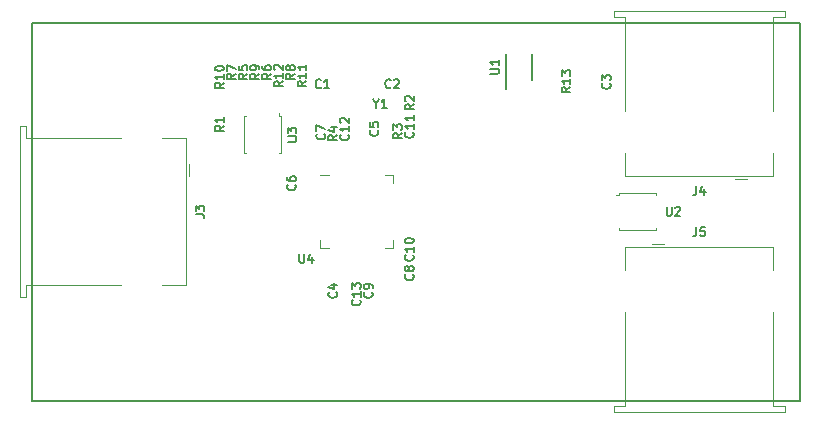
<source format=gto>
G04 #@! TF.GenerationSoftware,KiCad,Pcbnew,(5.1.5-0-10_14)*
G04 #@! TF.CreationDate,2020-04-12T13:28:57-07:00*
G04 #@! TF.ProjectId,kimchi_usb_ulid,6b696d63-6869-45f7-9573-625f756c6964,v0.1*
G04 #@! TF.SameCoordinates,Original*
G04 #@! TF.FileFunction,Legend,Top*
G04 #@! TF.FilePolarity,Positive*
%FSLAX46Y46*%
G04 Gerber Fmt 4.6, Leading zero omitted, Abs format (unit mm)*
G04 Created by KiCad (PCBNEW (5.1.5-0-10_14)) date 2020-04-12 13:28:57*
%MOMM*%
%LPD*%
G04 APERTURE LIST*
%ADD10C,0.150000*%
%ADD11C,0.120000*%
%ADD12C,0.100000*%
%ADD13C,1.701600*%
%ADD14R,1.701600X1.701600*%
%ADD15C,3.101600*%
%ADD16R,0.851600X0.801600*%
%ADD17R,2.501600X1.651600*%
%ADD18R,0.451600X0.751600*%
%ADD19R,1.651600X2.501600*%
%ADD20R,0.751600X0.451600*%
%ADD21C,5.101600*%
%ADD22R,1.561600X1.461600*%
%ADD23R,0.401600X0.851600*%
G04 APERTURE END LIST*
D10*
X107000000Y-126000000D02*
X107000000Y-94000000D01*
X172000000Y-126000000D02*
X107000000Y-126000000D01*
X172000000Y-94000000D02*
X172000000Y-126000000D01*
X107000000Y-94000000D02*
X172000000Y-94000000D01*
D11*
X156250000Y-126990000D02*
X170750000Y-126990000D01*
X170750000Y-126990000D02*
X170750000Y-126490000D01*
X170750000Y-126490000D02*
X169750000Y-126490000D01*
X169750000Y-126490000D02*
X169750000Y-118490000D01*
X169750000Y-114990000D02*
X169750000Y-112990000D01*
X169750000Y-112990000D02*
X157250000Y-112990000D01*
X157250000Y-112990000D02*
X157250000Y-114990000D01*
X157250000Y-118490000D02*
X157250000Y-126490000D01*
X157250000Y-126490000D02*
X156250000Y-126490000D01*
X156250000Y-126490000D02*
X156250000Y-126990000D01*
X159500000Y-112740000D02*
X160500000Y-112740000D01*
X106010000Y-102750000D02*
X106010000Y-117250000D01*
X106010000Y-117250000D02*
X106510000Y-117250000D01*
X106510000Y-117250000D02*
X106510000Y-116250000D01*
X106510000Y-116250000D02*
X114510000Y-116250000D01*
X118010000Y-116250000D02*
X120010000Y-116250000D01*
X120010000Y-116250000D02*
X120010000Y-103750000D01*
X120010000Y-103750000D02*
X118010000Y-103750000D01*
X114510000Y-103750000D02*
X106510000Y-103750000D01*
X106510000Y-103750000D02*
X106510000Y-102750000D01*
X106510000Y-102750000D02*
X106010000Y-102750000D01*
X120260000Y-106000000D02*
X120260000Y-107000000D01*
X170750000Y-93010000D02*
X156250000Y-93010000D01*
X156250000Y-93010000D02*
X156250000Y-93510000D01*
X156250000Y-93510000D02*
X157250000Y-93510000D01*
X157250000Y-93510000D02*
X157250000Y-101510000D01*
X157250000Y-105010000D02*
X157250000Y-107010000D01*
X157250000Y-107010000D02*
X169750000Y-107010000D01*
X169750000Y-107010000D02*
X169750000Y-105010000D01*
X169750000Y-101510000D02*
X169750000Y-93510000D01*
X169750000Y-93510000D02*
X170750000Y-93510000D01*
X170750000Y-93510000D02*
X170750000Y-93010000D01*
X167500000Y-107260000D02*
X166500000Y-107260000D01*
X132115000Y-106890000D02*
X131390000Y-106890000D01*
X137610000Y-113110000D02*
X137610000Y-112385000D01*
X136885000Y-113110000D02*
X137610000Y-113110000D01*
X131390000Y-113110000D02*
X131390000Y-112385000D01*
X132115000Y-113110000D02*
X131390000Y-113110000D01*
X137610000Y-106890000D02*
X137610000Y-107615000D01*
X136885000Y-106890000D02*
X137610000Y-106890000D01*
X128060000Y-105060000D02*
X127910000Y-105060000D01*
X128060000Y-101940000D02*
X127910000Y-101940000D01*
X124940000Y-101940000D02*
X125090000Y-101940000D01*
X128060000Y-101940000D02*
X128060000Y-105060000D01*
X124940000Y-101940000D02*
X124940000Y-105060000D01*
X124940000Y-105060000D02*
X125090000Y-105060000D01*
X127910000Y-101940000D02*
X127910000Y-101680000D01*
X159810000Y-108440000D02*
X159810000Y-108590000D01*
X156690000Y-108440000D02*
X156690000Y-108590000D01*
X156690000Y-111560000D02*
X156690000Y-111410000D01*
X156690000Y-108440000D02*
X159810000Y-108440000D01*
X156690000Y-111560000D02*
X159810000Y-111560000D01*
X159810000Y-111560000D02*
X159810000Y-111410000D01*
X156690000Y-108590000D02*
X156430000Y-108590000D01*
D10*
X147130000Y-99650000D02*
X147130000Y-96670000D01*
X149370000Y-98830000D02*
X149370000Y-96670000D01*
X152589285Y-99482142D02*
X152232142Y-99732142D01*
X152589285Y-99910714D02*
X151839285Y-99910714D01*
X151839285Y-99625000D01*
X151875000Y-99553571D01*
X151910714Y-99517857D01*
X151982142Y-99482142D01*
X152089285Y-99482142D01*
X152160714Y-99517857D01*
X152196428Y-99553571D01*
X152232142Y-99625000D01*
X152232142Y-99910714D01*
X152589285Y-98767857D02*
X152589285Y-99196428D01*
X152589285Y-98982142D02*
X151839285Y-98982142D01*
X151946428Y-99053571D01*
X152017857Y-99125000D01*
X152053571Y-99196428D01*
X151839285Y-98517857D02*
X151839285Y-98053571D01*
X152125000Y-98303571D01*
X152125000Y-98196428D01*
X152160714Y-98125000D01*
X152196428Y-98089285D01*
X152267857Y-98053571D01*
X152446428Y-98053571D01*
X152517857Y-98089285D01*
X152553571Y-98125000D01*
X152589285Y-98196428D01*
X152589285Y-98410714D01*
X152553571Y-98482142D01*
X152517857Y-98517857D01*
X128239285Y-98982142D02*
X127882142Y-99232142D01*
X128239285Y-99410714D02*
X127489285Y-99410714D01*
X127489285Y-99125000D01*
X127525000Y-99053571D01*
X127560714Y-99017857D01*
X127632142Y-98982142D01*
X127739285Y-98982142D01*
X127810714Y-99017857D01*
X127846428Y-99053571D01*
X127882142Y-99125000D01*
X127882142Y-99410714D01*
X128239285Y-98267857D02*
X128239285Y-98696428D01*
X128239285Y-98482142D02*
X127489285Y-98482142D01*
X127596428Y-98553571D01*
X127667857Y-98625000D01*
X127703571Y-98696428D01*
X127560714Y-97982142D02*
X127525000Y-97946428D01*
X127489285Y-97875000D01*
X127489285Y-97696428D01*
X127525000Y-97625000D01*
X127560714Y-97589285D01*
X127632142Y-97553571D01*
X127703571Y-97553571D01*
X127810714Y-97589285D01*
X128239285Y-98017857D01*
X128239285Y-97553571D01*
X130239285Y-98982142D02*
X129882142Y-99232142D01*
X130239285Y-99410714D02*
X129489285Y-99410714D01*
X129489285Y-99125000D01*
X129525000Y-99053571D01*
X129560714Y-99017857D01*
X129632142Y-98982142D01*
X129739285Y-98982142D01*
X129810714Y-99017857D01*
X129846428Y-99053571D01*
X129882142Y-99125000D01*
X129882142Y-99410714D01*
X130239285Y-98267857D02*
X130239285Y-98696428D01*
X130239285Y-98482142D02*
X129489285Y-98482142D01*
X129596428Y-98553571D01*
X129667857Y-98625000D01*
X129703571Y-98696428D01*
X130239285Y-97553571D02*
X130239285Y-97982142D01*
X130239285Y-97767857D02*
X129489285Y-97767857D01*
X129596428Y-97839285D01*
X129667857Y-97910714D01*
X129703571Y-97982142D01*
X123239285Y-99082142D02*
X122882142Y-99332142D01*
X123239285Y-99510714D02*
X122489285Y-99510714D01*
X122489285Y-99225000D01*
X122525000Y-99153571D01*
X122560714Y-99117857D01*
X122632142Y-99082142D01*
X122739285Y-99082142D01*
X122810714Y-99117857D01*
X122846428Y-99153571D01*
X122882142Y-99225000D01*
X122882142Y-99510714D01*
X123239285Y-98367857D02*
X123239285Y-98796428D01*
X123239285Y-98582142D02*
X122489285Y-98582142D01*
X122596428Y-98653571D01*
X122667857Y-98725000D01*
X122703571Y-98796428D01*
X122489285Y-97903571D02*
X122489285Y-97832142D01*
X122525000Y-97760714D01*
X122560714Y-97725000D01*
X122632142Y-97689285D01*
X122775000Y-97653571D01*
X122953571Y-97653571D01*
X123096428Y-97689285D01*
X123167857Y-97725000D01*
X123203571Y-97760714D01*
X123239285Y-97832142D01*
X123239285Y-97903571D01*
X123203571Y-97975000D01*
X123167857Y-98010714D01*
X123096428Y-98046428D01*
X122953571Y-98082142D01*
X122775000Y-98082142D01*
X122632142Y-98046428D01*
X122560714Y-98010714D01*
X122525000Y-97975000D01*
X122489285Y-97903571D01*
X126239285Y-98325000D02*
X125882142Y-98575000D01*
X126239285Y-98753571D02*
X125489285Y-98753571D01*
X125489285Y-98467857D01*
X125525000Y-98396428D01*
X125560714Y-98360714D01*
X125632142Y-98325000D01*
X125739285Y-98325000D01*
X125810714Y-98360714D01*
X125846428Y-98396428D01*
X125882142Y-98467857D01*
X125882142Y-98753571D01*
X126239285Y-97967857D02*
X126239285Y-97825000D01*
X126203571Y-97753571D01*
X126167857Y-97717857D01*
X126060714Y-97646428D01*
X125917857Y-97610714D01*
X125632142Y-97610714D01*
X125560714Y-97646428D01*
X125525000Y-97682142D01*
X125489285Y-97753571D01*
X125489285Y-97896428D01*
X125525000Y-97967857D01*
X125560714Y-98003571D01*
X125632142Y-98039285D01*
X125810714Y-98039285D01*
X125882142Y-98003571D01*
X125917857Y-97967857D01*
X125953571Y-97896428D01*
X125953571Y-97753571D01*
X125917857Y-97682142D01*
X125882142Y-97646428D01*
X125810714Y-97610714D01*
X129239285Y-98325000D02*
X128882142Y-98575000D01*
X129239285Y-98753571D02*
X128489285Y-98753571D01*
X128489285Y-98467857D01*
X128525000Y-98396428D01*
X128560714Y-98360714D01*
X128632142Y-98325000D01*
X128739285Y-98325000D01*
X128810714Y-98360714D01*
X128846428Y-98396428D01*
X128882142Y-98467857D01*
X128882142Y-98753571D01*
X128810714Y-97896428D02*
X128775000Y-97967857D01*
X128739285Y-98003571D01*
X128667857Y-98039285D01*
X128632142Y-98039285D01*
X128560714Y-98003571D01*
X128525000Y-97967857D01*
X128489285Y-97896428D01*
X128489285Y-97753571D01*
X128525000Y-97682142D01*
X128560714Y-97646428D01*
X128632142Y-97610714D01*
X128667857Y-97610714D01*
X128739285Y-97646428D01*
X128775000Y-97682142D01*
X128810714Y-97753571D01*
X128810714Y-97896428D01*
X128846428Y-97967857D01*
X128882142Y-98003571D01*
X128953571Y-98039285D01*
X129096428Y-98039285D01*
X129167857Y-98003571D01*
X129203571Y-97967857D01*
X129239285Y-97896428D01*
X129239285Y-97753571D01*
X129203571Y-97682142D01*
X129167857Y-97646428D01*
X129096428Y-97610714D01*
X128953571Y-97610714D01*
X128882142Y-97646428D01*
X128846428Y-97682142D01*
X128810714Y-97753571D01*
X124239285Y-98325000D02*
X123882142Y-98575000D01*
X124239285Y-98753571D02*
X123489285Y-98753571D01*
X123489285Y-98467857D01*
X123525000Y-98396428D01*
X123560714Y-98360714D01*
X123632142Y-98325000D01*
X123739285Y-98325000D01*
X123810714Y-98360714D01*
X123846428Y-98396428D01*
X123882142Y-98467857D01*
X123882142Y-98753571D01*
X123489285Y-98075000D02*
X123489285Y-97575000D01*
X124239285Y-97896428D01*
X127239285Y-98325000D02*
X126882142Y-98575000D01*
X127239285Y-98753571D02*
X126489285Y-98753571D01*
X126489285Y-98467857D01*
X126525000Y-98396428D01*
X126560714Y-98360714D01*
X126632142Y-98325000D01*
X126739285Y-98325000D01*
X126810714Y-98360714D01*
X126846428Y-98396428D01*
X126882142Y-98467857D01*
X126882142Y-98753571D01*
X126489285Y-97682142D02*
X126489285Y-97825000D01*
X126525000Y-97896428D01*
X126560714Y-97932142D01*
X126667857Y-98003571D01*
X126810714Y-98039285D01*
X127096428Y-98039285D01*
X127167857Y-98003571D01*
X127203571Y-97967857D01*
X127239285Y-97896428D01*
X127239285Y-97753571D01*
X127203571Y-97682142D01*
X127167857Y-97646428D01*
X127096428Y-97610714D01*
X126917857Y-97610714D01*
X126846428Y-97646428D01*
X126810714Y-97682142D01*
X126775000Y-97753571D01*
X126775000Y-97896428D01*
X126810714Y-97967857D01*
X126846428Y-98003571D01*
X126917857Y-98039285D01*
X125239285Y-98325000D02*
X124882142Y-98575000D01*
X125239285Y-98753571D02*
X124489285Y-98753571D01*
X124489285Y-98467857D01*
X124525000Y-98396428D01*
X124560714Y-98360714D01*
X124632142Y-98325000D01*
X124739285Y-98325000D01*
X124810714Y-98360714D01*
X124846428Y-98396428D01*
X124882142Y-98467857D01*
X124882142Y-98753571D01*
X124489285Y-97646428D02*
X124489285Y-98003571D01*
X124846428Y-98039285D01*
X124810714Y-98003571D01*
X124775000Y-97932142D01*
X124775000Y-97753571D01*
X124810714Y-97682142D01*
X124846428Y-97646428D01*
X124917857Y-97610714D01*
X125096428Y-97610714D01*
X125167857Y-97646428D01*
X125203571Y-97682142D01*
X125239285Y-97753571D01*
X125239285Y-97932142D01*
X125203571Y-98003571D01*
X125167857Y-98039285D01*
X132839285Y-103525000D02*
X132482142Y-103775000D01*
X132839285Y-103953571D02*
X132089285Y-103953571D01*
X132089285Y-103667857D01*
X132125000Y-103596428D01*
X132160714Y-103560714D01*
X132232142Y-103525000D01*
X132339285Y-103525000D01*
X132410714Y-103560714D01*
X132446428Y-103596428D01*
X132482142Y-103667857D01*
X132482142Y-103953571D01*
X132339285Y-102882142D02*
X132839285Y-102882142D01*
X132053571Y-103060714D02*
X132589285Y-103239285D01*
X132589285Y-102775000D01*
X138339285Y-103325000D02*
X137982142Y-103575000D01*
X138339285Y-103753571D02*
X137589285Y-103753571D01*
X137589285Y-103467857D01*
X137625000Y-103396428D01*
X137660714Y-103360714D01*
X137732142Y-103325000D01*
X137839285Y-103325000D01*
X137910714Y-103360714D01*
X137946428Y-103396428D01*
X137982142Y-103467857D01*
X137982142Y-103753571D01*
X137589285Y-103075000D02*
X137589285Y-102610714D01*
X137875000Y-102860714D01*
X137875000Y-102753571D01*
X137910714Y-102682142D01*
X137946428Y-102646428D01*
X138017857Y-102610714D01*
X138196428Y-102610714D01*
X138267857Y-102646428D01*
X138303571Y-102682142D01*
X138339285Y-102753571D01*
X138339285Y-102967857D01*
X138303571Y-103039285D01*
X138267857Y-103075000D01*
X139339285Y-100925000D02*
X138982142Y-101175000D01*
X139339285Y-101353571D02*
X138589285Y-101353571D01*
X138589285Y-101067857D01*
X138625000Y-100996428D01*
X138660714Y-100960714D01*
X138732142Y-100925000D01*
X138839285Y-100925000D01*
X138910714Y-100960714D01*
X138946428Y-100996428D01*
X138982142Y-101067857D01*
X138982142Y-101353571D01*
X138660714Y-100639285D02*
X138625000Y-100603571D01*
X138589285Y-100532142D01*
X138589285Y-100353571D01*
X138625000Y-100282142D01*
X138660714Y-100246428D01*
X138732142Y-100210714D01*
X138803571Y-100210714D01*
X138910714Y-100246428D01*
X139339285Y-100675000D01*
X139339285Y-100210714D01*
X134767857Y-117482142D02*
X134803571Y-117517857D01*
X134839285Y-117625000D01*
X134839285Y-117696428D01*
X134803571Y-117803571D01*
X134732142Y-117875000D01*
X134660714Y-117910714D01*
X134517857Y-117946428D01*
X134410714Y-117946428D01*
X134267857Y-117910714D01*
X134196428Y-117875000D01*
X134125000Y-117803571D01*
X134089285Y-117696428D01*
X134089285Y-117625000D01*
X134125000Y-117517857D01*
X134160714Y-117482142D01*
X134839285Y-116767857D02*
X134839285Y-117196428D01*
X134839285Y-116982142D02*
X134089285Y-116982142D01*
X134196428Y-117053571D01*
X134267857Y-117125000D01*
X134303571Y-117196428D01*
X134089285Y-116517857D02*
X134089285Y-116053571D01*
X134375000Y-116303571D01*
X134375000Y-116196428D01*
X134410714Y-116125000D01*
X134446428Y-116089285D01*
X134517857Y-116053571D01*
X134696428Y-116053571D01*
X134767857Y-116089285D01*
X134803571Y-116125000D01*
X134839285Y-116196428D01*
X134839285Y-116410714D01*
X134803571Y-116482142D01*
X134767857Y-116517857D01*
X133767857Y-103482142D02*
X133803571Y-103517857D01*
X133839285Y-103625000D01*
X133839285Y-103696428D01*
X133803571Y-103803571D01*
X133732142Y-103875000D01*
X133660714Y-103910714D01*
X133517857Y-103946428D01*
X133410714Y-103946428D01*
X133267857Y-103910714D01*
X133196428Y-103875000D01*
X133125000Y-103803571D01*
X133089285Y-103696428D01*
X133089285Y-103625000D01*
X133125000Y-103517857D01*
X133160714Y-103482142D01*
X133839285Y-102767857D02*
X133839285Y-103196428D01*
X133839285Y-102982142D02*
X133089285Y-102982142D01*
X133196428Y-103053571D01*
X133267857Y-103125000D01*
X133303571Y-103196428D01*
X133160714Y-102482142D02*
X133125000Y-102446428D01*
X133089285Y-102375000D01*
X133089285Y-102196428D01*
X133125000Y-102125000D01*
X133160714Y-102089285D01*
X133232142Y-102053571D01*
X133303571Y-102053571D01*
X133410714Y-102089285D01*
X133839285Y-102517857D01*
X133839285Y-102053571D01*
X139267857Y-103282142D02*
X139303571Y-103317857D01*
X139339285Y-103425000D01*
X139339285Y-103496428D01*
X139303571Y-103603571D01*
X139232142Y-103675000D01*
X139160714Y-103710714D01*
X139017857Y-103746428D01*
X138910714Y-103746428D01*
X138767857Y-103710714D01*
X138696428Y-103675000D01*
X138625000Y-103603571D01*
X138589285Y-103496428D01*
X138589285Y-103425000D01*
X138625000Y-103317857D01*
X138660714Y-103282142D01*
X139339285Y-102567857D02*
X139339285Y-102996428D01*
X139339285Y-102782142D02*
X138589285Y-102782142D01*
X138696428Y-102853571D01*
X138767857Y-102925000D01*
X138803571Y-102996428D01*
X139339285Y-101853571D02*
X139339285Y-102282142D01*
X139339285Y-102067857D02*
X138589285Y-102067857D01*
X138696428Y-102139285D01*
X138767857Y-102210714D01*
X138803571Y-102282142D01*
X139237857Y-113682142D02*
X139273571Y-113717857D01*
X139309285Y-113825000D01*
X139309285Y-113896428D01*
X139273571Y-114003571D01*
X139202142Y-114075000D01*
X139130714Y-114110714D01*
X138987857Y-114146428D01*
X138880714Y-114146428D01*
X138737857Y-114110714D01*
X138666428Y-114075000D01*
X138595000Y-114003571D01*
X138559285Y-113896428D01*
X138559285Y-113825000D01*
X138595000Y-113717857D01*
X138630714Y-113682142D01*
X139309285Y-112967857D02*
X139309285Y-113396428D01*
X139309285Y-113182142D02*
X138559285Y-113182142D01*
X138666428Y-113253571D01*
X138737857Y-113325000D01*
X138773571Y-113396428D01*
X138559285Y-112503571D02*
X138559285Y-112432142D01*
X138595000Y-112360714D01*
X138630714Y-112325000D01*
X138702142Y-112289285D01*
X138845000Y-112253571D01*
X139023571Y-112253571D01*
X139166428Y-112289285D01*
X139237857Y-112325000D01*
X139273571Y-112360714D01*
X139309285Y-112432142D01*
X139309285Y-112503571D01*
X139273571Y-112575000D01*
X139237857Y-112610714D01*
X139166428Y-112646428D01*
X139023571Y-112682142D01*
X138845000Y-112682142D01*
X138702142Y-112646428D01*
X138630714Y-112610714D01*
X138595000Y-112575000D01*
X138559285Y-112503571D01*
X135767857Y-116825000D02*
X135803571Y-116860714D01*
X135839285Y-116967857D01*
X135839285Y-117039285D01*
X135803571Y-117146428D01*
X135732142Y-117217857D01*
X135660714Y-117253571D01*
X135517857Y-117289285D01*
X135410714Y-117289285D01*
X135267857Y-117253571D01*
X135196428Y-117217857D01*
X135125000Y-117146428D01*
X135089285Y-117039285D01*
X135089285Y-116967857D01*
X135125000Y-116860714D01*
X135160714Y-116825000D01*
X135839285Y-116467857D02*
X135839285Y-116325000D01*
X135803571Y-116253571D01*
X135767857Y-116217857D01*
X135660714Y-116146428D01*
X135517857Y-116110714D01*
X135232142Y-116110714D01*
X135160714Y-116146428D01*
X135125000Y-116182142D01*
X135089285Y-116253571D01*
X135089285Y-116396428D01*
X135125000Y-116467857D01*
X135160714Y-116503571D01*
X135232142Y-116539285D01*
X135410714Y-116539285D01*
X135482142Y-116503571D01*
X135517857Y-116467857D01*
X135553571Y-116396428D01*
X135553571Y-116253571D01*
X135517857Y-116182142D01*
X135482142Y-116146428D01*
X135410714Y-116110714D01*
X139267857Y-115325000D02*
X139303571Y-115360714D01*
X139339285Y-115467857D01*
X139339285Y-115539285D01*
X139303571Y-115646428D01*
X139232142Y-115717857D01*
X139160714Y-115753571D01*
X139017857Y-115789285D01*
X138910714Y-115789285D01*
X138767857Y-115753571D01*
X138696428Y-115717857D01*
X138625000Y-115646428D01*
X138589285Y-115539285D01*
X138589285Y-115467857D01*
X138625000Y-115360714D01*
X138660714Y-115325000D01*
X138910714Y-114896428D02*
X138875000Y-114967857D01*
X138839285Y-115003571D01*
X138767857Y-115039285D01*
X138732142Y-115039285D01*
X138660714Y-115003571D01*
X138625000Y-114967857D01*
X138589285Y-114896428D01*
X138589285Y-114753571D01*
X138625000Y-114682142D01*
X138660714Y-114646428D01*
X138732142Y-114610714D01*
X138767857Y-114610714D01*
X138839285Y-114646428D01*
X138875000Y-114682142D01*
X138910714Y-114753571D01*
X138910714Y-114896428D01*
X138946428Y-114967857D01*
X138982142Y-115003571D01*
X139053571Y-115039285D01*
X139196428Y-115039285D01*
X139267857Y-115003571D01*
X139303571Y-114967857D01*
X139339285Y-114896428D01*
X139339285Y-114753571D01*
X139303571Y-114682142D01*
X139267857Y-114646428D01*
X139196428Y-114610714D01*
X139053571Y-114610714D01*
X138982142Y-114646428D01*
X138946428Y-114682142D01*
X138910714Y-114753571D01*
X131767857Y-103425000D02*
X131803571Y-103460714D01*
X131839285Y-103567857D01*
X131839285Y-103639285D01*
X131803571Y-103746428D01*
X131732142Y-103817857D01*
X131660714Y-103853571D01*
X131517857Y-103889285D01*
X131410714Y-103889285D01*
X131267857Y-103853571D01*
X131196428Y-103817857D01*
X131125000Y-103746428D01*
X131089285Y-103639285D01*
X131089285Y-103567857D01*
X131125000Y-103460714D01*
X131160714Y-103425000D01*
X131089285Y-103175000D02*
X131089285Y-102675000D01*
X131839285Y-102996428D01*
X129267857Y-107725000D02*
X129303571Y-107760714D01*
X129339285Y-107867857D01*
X129339285Y-107939285D01*
X129303571Y-108046428D01*
X129232142Y-108117857D01*
X129160714Y-108153571D01*
X129017857Y-108189285D01*
X128910714Y-108189285D01*
X128767857Y-108153571D01*
X128696428Y-108117857D01*
X128625000Y-108046428D01*
X128589285Y-107939285D01*
X128589285Y-107867857D01*
X128625000Y-107760714D01*
X128660714Y-107725000D01*
X128589285Y-107082142D02*
X128589285Y-107225000D01*
X128625000Y-107296428D01*
X128660714Y-107332142D01*
X128767857Y-107403571D01*
X128910714Y-107439285D01*
X129196428Y-107439285D01*
X129267857Y-107403571D01*
X129303571Y-107367857D01*
X129339285Y-107296428D01*
X129339285Y-107153571D01*
X129303571Y-107082142D01*
X129267857Y-107046428D01*
X129196428Y-107010714D01*
X129017857Y-107010714D01*
X128946428Y-107046428D01*
X128910714Y-107082142D01*
X128875000Y-107153571D01*
X128875000Y-107296428D01*
X128910714Y-107367857D01*
X128946428Y-107403571D01*
X129017857Y-107439285D01*
X136267857Y-103125000D02*
X136303571Y-103160714D01*
X136339285Y-103267857D01*
X136339285Y-103339285D01*
X136303571Y-103446428D01*
X136232142Y-103517857D01*
X136160714Y-103553571D01*
X136017857Y-103589285D01*
X135910714Y-103589285D01*
X135767857Y-103553571D01*
X135696428Y-103517857D01*
X135625000Y-103446428D01*
X135589285Y-103339285D01*
X135589285Y-103267857D01*
X135625000Y-103160714D01*
X135660714Y-103125000D01*
X135589285Y-102446428D02*
X135589285Y-102803571D01*
X135946428Y-102839285D01*
X135910714Y-102803571D01*
X135875000Y-102732142D01*
X135875000Y-102553571D01*
X135910714Y-102482142D01*
X135946428Y-102446428D01*
X136017857Y-102410714D01*
X136196428Y-102410714D01*
X136267857Y-102446428D01*
X136303571Y-102482142D01*
X136339285Y-102553571D01*
X136339285Y-102732142D01*
X136303571Y-102803571D01*
X136267857Y-102839285D01*
X132767857Y-116825000D02*
X132803571Y-116860714D01*
X132839285Y-116967857D01*
X132839285Y-117039285D01*
X132803571Y-117146428D01*
X132732142Y-117217857D01*
X132660714Y-117253571D01*
X132517857Y-117289285D01*
X132410714Y-117289285D01*
X132267857Y-117253571D01*
X132196428Y-117217857D01*
X132125000Y-117146428D01*
X132089285Y-117039285D01*
X132089285Y-116967857D01*
X132125000Y-116860714D01*
X132160714Y-116825000D01*
X132339285Y-116182142D02*
X132839285Y-116182142D01*
X132053571Y-116360714D02*
X132589285Y-116539285D01*
X132589285Y-116075000D01*
X155937857Y-99125000D02*
X155973571Y-99160714D01*
X156009285Y-99267857D01*
X156009285Y-99339285D01*
X155973571Y-99446428D01*
X155902142Y-99517857D01*
X155830714Y-99553571D01*
X155687857Y-99589285D01*
X155580714Y-99589285D01*
X155437857Y-99553571D01*
X155366428Y-99517857D01*
X155295000Y-99446428D01*
X155259285Y-99339285D01*
X155259285Y-99267857D01*
X155295000Y-99160714D01*
X155330714Y-99125000D01*
X155259285Y-98875000D02*
X155259285Y-98410714D01*
X155545000Y-98660714D01*
X155545000Y-98553571D01*
X155580714Y-98482142D01*
X155616428Y-98446428D01*
X155687857Y-98410714D01*
X155866428Y-98410714D01*
X155937857Y-98446428D01*
X155973571Y-98482142D01*
X156009285Y-98553571D01*
X156009285Y-98767857D01*
X155973571Y-98839285D01*
X155937857Y-98875000D01*
X163250000Y-111329285D02*
X163250000Y-111865000D01*
X163214285Y-111972142D01*
X163142857Y-112043571D01*
X163035714Y-112079285D01*
X162964285Y-112079285D01*
X163964285Y-111329285D02*
X163607142Y-111329285D01*
X163571428Y-111686428D01*
X163607142Y-111650714D01*
X163678571Y-111615000D01*
X163857142Y-111615000D01*
X163928571Y-111650714D01*
X163964285Y-111686428D01*
X164000000Y-111757857D01*
X164000000Y-111936428D01*
X163964285Y-112007857D01*
X163928571Y-112043571D01*
X163857142Y-112079285D01*
X163678571Y-112079285D01*
X163607142Y-112043571D01*
X163571428Y-112007857D01*
X120849285Y-110250000D02*
X121385000Y-110250000D01*
X121492142Y-110285714D01*
X121563571Y-110357142D01*
X121599285Y-110464285D01*
X121599285Y-110535714D01*
X120849285Y-109964285D02*
X120849285Y-109500000D01*
X121135000Y-109750000D01*
X121135000Y-109642857D01*
X121170714Y-109571428D01*
X121206428Y-109535714D01*
X121277857Y-109500000D01*
X121456428Y-109500000D01*
X121527857Y-109535714D01*
X121563571Y-109571428D01*
X121599285Y-109642857D01*
X121599285Y-109857142D01*
X121563571Y-109928571D01*
X121527857Y-109964285D01*
X163250000Y-107849285D02*
X163250000Y-108385000D01*
X163214285Y-108492142D01*
X163142857Y-108563571D01*
X163035714Y-108599285D01*
X162964285Y-108599285D01*
X163928571Y-108099285D02*
X163928571Y-108599285D01*
X163750000Y-107813571D02*
X163571428Y-108349285D01*
X164035714Y-108349285D01*
X123239285Y-102725000D02*
X122882142Y-102975000D01*
X123239285Y-103153571D02*
X122489285Y-103153571D01*
X122489285Y-102867857D01*
X122525000Y-102796428D01*
X122560714Y-102760714D01*
X122632142Y-102725000D01*
X122739285Y-102725000D01*
X122810714Y-102760714D01*
X122846428Y-102796428D01*
X122882142Y-102867857D01*
X122882142Y-103153571D01*
X123239285Y-102010714D02*
X123239285Y-102439285D01*
X123239285Y-102225000D02*
X122489285Y-102225000D01*
X122596428Y-102296428D01*
X122667857Y-102367857D01*
X122703571Y-102439285D01*
X137375000Y-99467857D02*
X137339285Y-99503571D01*
X137232142Y-99539285D01*
X137160714Y-99539285D01*
X137053571Y-99503571D01*
X136982142Y-99432142D01*
X136946428Y-99360714D01*
X136910714Y-99217857D01*
X136910714Y-99110714D01*
X136946428Y-98967857D01*
X136982142Y-98896428D01*
X137053571Y-98825000D01*
X137160714Y-98789285D01*
X137232142Y-98789285D01*
X137339285Y-98825000D01*
X137375000Y-98860714D01*
X137660714Y-98860714D02*
X137696428Y-98825000D01*
X137767857Y-98789285D01*
X137946428Y-98789285D01*
X138017857Y-98825000D01*
X138053571Y-98860714D01*
X138089285Y-98932142D01*
X138089285Y-99003571D01*
X138053571Y-99110714D01*
X137625000Y-99539285D01*
X138089285Y-99539285D01*
X131475000Y-99467857D02*
X131439285Y-99503571D01*
X131332142Y-99539285D01*
X131260714Y-99539285D01*
X131153571Y-99503571D01*
X131082142Y-99432142D01*
X131046428Y-99360714D01*
X131010714Y-99217857D01*
X131010714Y-99110714D01*
X131046428Y-98967857D01*
X131082142Y-98896428D01*
X131153571Y-98825000D01*
X131260714Y-98789285D01*
X131332142Y-98789285D01*
X131439285Y-98825000D01*
X131475000Y-98860714D01*
X132189285Y-99539285D02*
X131760714Y-99539285D01*
X131975000Y-99539285D02*
X131975000Y-98789285D01*
X131903571Y-98896428D01*
X131832142Y-98967857D01*
X131760714Y-99003571D01*
X136142857Y-100882142D02*
X136142857Y-101239285D01*
X135892857Y-100489285D02*
X136142857Y-100882142D01*
X136392857Y-100489285D01*
X137035714Y-101239285D02*
X136607142Y-101239285D01*
X136821428Y-101239285D02*
X136821428Y-100489285D01*
X136750000Y-100596428D01*
X136678571Y-100667857D01*
X136607142Y-100703571D01*
X129628571Y-113589285D02*
X129628571Y-114196428D01*
X129664285Y-114267857D01*
X129700000Y-114303571D01*
X129771428Y-114339285D01*
X129914285Y-114339285D01*
X129985714Y-114303571D01*
X130021428Y-114267857D01*
X130057142Y-114196428D01*
X130057142Y-113589285D01*
X130735714Y-113839285D02*
X130735714Y-114339285D01*
X130557142Y-113553571D02*
X130378571Y-114089285D01*
X130842857Y-114089285D01*
X128639285Y-104071428D02*
X129246428Y-104071428D01*
X129317857Y-104035714D01*
X129353571Y-104000000D01*
X129389285Y-103928571D01*
X129389285Y-103785714D01*
X129353571Y-103714285D01*
X129317857Y-103678571D01*
X129246428Y-103642857D01*
X128639285Y-103642857D01*
X128639285Y-103357142D02*
X128639285Y-102892857D01*
X128925000Y-103142857D01*
X128925000Y-103035714D01*
X128960714Y-102964285D01*
X128996428Y-102928571D01*
X129067857Y-102892857D01*
X129246428Y-102892857D01*
X129317857Y-102928571D01*
X129353571Y-102964285D01*
X129389285Y-103035714D01*
X129389285Y-103250000D01*
X129353571Y-103321428D01*
X129317857Y-103357142D01*
X160728571Y-109589285D02*
X160728571Y-110196428D01*
X160764285Y-110267857D01*
X160800000Y-110303571D01*
X160871428Y-110339285D01*
X161014285Y-110339285D01*
X161085714Y-110303571D01*
X161121428Y-110267857D01*
X161157142Y-110196428D01*
X161157142Y-109589285D01*
X161478571Y-109660714D02*
X161514285Y-109625000D01*
X161585714Y-109589285D01*
X161764285Y-109589285D01*
X161835714Y-109625000D01*
X161871428Y-109660714D01*
X161907142Y-109732142D01*
X161907142Y-109803571D01*
X161871428Y-109910714D01*
X161442857Y-110339285D01*
X161907142Y-110339285D01*
X145789285Y-98321428D02*
X146396428Y-98321428D01*
X146467857Y-98285714D01*
X146503571Y-98250000D01*
X146539285Y-98178571D01*
X146539285Y-98035714D01*
X146503571Y-97964285D01*
X146467857Y-97928571D01*
X146396428Y-97892857D01*
X145789285Y-97892857D01*
X146539285Y-97142857D02*
X146539285Y-97571428D01*
X146539285Y-97357142D02*
X145789285Y-97357142D01*
X145896428Y-97428571D01*
X145967857Y-97500000D01*
X146003571Y-97571428D01*
%LPC*%
D12*
G36*
X155000000Y-117500000D02*
G01*
X140000000Y-117500000D01*
X140000000Y-102500000D01*
X155000000Y-102500000D01*
X155000000Y-117500000D01*
G37*
X155000000Y-117500000D02*
X140000000Y-117500000D01*
X140000000Y-102500000D01*
X155000000Y-102500000D01*
X155000000Y-117500000D01*
G36*
X153714847Y-99140033D02*
G01*
X153731631Y-99142522D01*
X153748090Y-99146645D01*
X153764066Y-99152361D01*
X153779404Y-99159616D01*
X153793958Y-99168339D01*
X153807587Y-99178446D01*
X153820159Y-99189841D01*
X153831554Y-99202413D01*
X153841661Y-99216042D01*
X153850384Y-99230596D01*
X153857639Y-99245934D01*
X153863355Y-99261910D01*
X153867478Y-99278369D01*
X153869967Y-99295153D01*
X153870800Y-99312100D01*
X153870800Y-99657900D01*
X153869967Y-99674847D01*
X153867478Y-99691631D01*
X153863355Y-99708090D01*
X153857639Y-99724066D01*
X153850384Y-99739404D01*
X153841661Y-99753958D01*
X153831554Y-99767587D01*
X153820159Y-99780159D01*
X153807587Y-99791554D01*
X153793958Y-99801661D01*
X153779404Y-99810384D01*
X153764066Y-99817639D01*
X153748090Y-99823355D01*
X153731631Y-99827478D01*
X153714847Y-99829967D01*
X153697900Y-99830800D01*
X153302100Y-99830800D01*
X153285153Y-99829967D01*
X153268369Y-99827478D01*
X153251910Y-99823355D01*
X153235934Y-99817639D01*
X153220596Y-99810384D01*
X153206042Y-99801661D01*
X153192413Y-99791554D01*
X153179841Y-99780159D01*
X153168446Y-99767587D01*
X153158339Y-99753958D01*
X153149616Y-99739404D01*
X153142361Y-99724066D01*
X153136645Y-99708090D01*
X153132522Y-99691631D01*
X153130033Y-99674847D01*
X153129200Y-99657900D01*
X153129200Y-99312100D01*
X153130033Y-99295153D01*
X153132522Y-99278369D01*
X153136645Y-99261910D01*
X153142361Y-99245934D01*
X153149616Y-99230596D01*
X153158339Y-99216042D01*
X153168446Y-99202413D01*
X153179841Y-99189841D01*
X153192413Y-99178446D01*
X153206042Y-99168339D01*
X153220596Y-99159616D01*
X153235934Y-99152361D01*
X153251910Y-99146645D01*
X153268369Y-99142522D01*
X153285153Y-99140033D01*
X153302100Y-99139200D01*
X153697900Y-99139200D01*
X153714847Y-99140033D01*
G37*
G36*
X153714847Y-98170033D02*
G01*
X153731631Y-98172522D01*
X153748090Y-98176645D01*
X153764066Y-98182361D01*
X153779404Y-98189616D01*
X153793958Y-98198339D01*
X153807587Y-98208446D01*
X153820159Y-98219841D01*
X153831554Y-98232413D01*
X153841661Y-98246042D01*
X153850384Y-98260596D01*
X153857639Y-98275934D01*
X153863355Y-98291910D01*
X153867478Y-98308369D01*
X153869967Y-98325153D01*
X153870800Y-98342100D01*
X153870800Y-98687900D01*
X153869967Y-98704847D01*
X153867478Y-98721631D01*
X153863355Y-98738090D01*
X153857639Y-98754066D01*
X153850384Y-98769404D01*
X153841661Y-98783958D01*
X153831554Y-98797587D01*
X153820159Y-98810159D01*
X153807587Y-98821554D01*
X153793958Y-98831661D01*
X153779404Y-98840384D01*
X153764066Y-98847639D01*
X153748090Y-98853355D01*
X153731631Y-98857478D01*
X153714847Y-98859967D01*
X153697900Y-98860800D01*
X153302100Y-98860800D01*
X153285153Y-98859967D01*
X153268369Y-98857478D01*
X153251910Y-98853355D01*
X153235934Y-98847639D01*
X153220596Y-98840384D01*
X153206042Y-98831661D01*
X153192413Y-98821554D01*
X153179841Y-98810159D01*
X153168446Y-98797587D01*
X153158339Y-98783958D01*
X153149616Y-98769404D01*
X153142361Y-98754066D01*
X153136645Y-98738090D01*
X153132522Y-98721631D01*
X153130033Y-98704847D01*
X153129200Y-98687900D01*
X153129200Y-98342100D01*
X153130033Y-98325153D01*
X153132522Y-98308369D01*
X153136645Y-98291910D01*
X153142361Y-98275934D01*
X153149616Y-98260596D01*
X153158339Y-98246042D01*
X153168446Y-98232413D01*
X153179841Y-98219841D01*
X153192413Y-98208446D01*
X153206042Y-98198339D01*
X153220596Y-98189616D01*
X153235934Y-98182361D01*
X153251910Y-98176645D01*
X153268369Y-98172522D01*
X153285153Y-98170033D01*
X153302100Y-98169200D01*
X153697900Y-98169200D01*
X153714847Y-98170033D01*
G37*
G36*
X128114847Y-95670033D02*
G01*
X128131631Y-95672522D01*
X128148090Y-95676645D01*
X128164066Y-95682361D01*
X128179404Y-95689616D01*
X128193958Y-95698339D01*
X128207587Y-95708446D01*
X128220159Y-95719841D01*
X128231554Y-95732413D01*
X128241661Y-95746042D01*
X128250384Y-95760596D01*
X128257639Y-95775934D01*
X128263355Y-95791910D01*
X128267478Y-95808369D01*
X128269967Y-95825153D01*
X128270800Y-95842100D01*
X128270800Y-96187900D01*
X128269967Y-96204847D01*
X128267478Y-96221631D01*
X128263355Y-96238090D01*
X128257639Y-96254066D01*
X128250384Y-96269404D01*
X128241661Y-96283958D01*
X128231554Y-96297587D01*
X128220159Y-96310159D01*
X128207587Y-96321554D01*
X128193958Y-96331661D01*
X128179404Y-96340384D01*
X128164066Y-96347639D01*
X128148090Y-96353355D01*
X128131631Y-96357478D01*
X128114847Y-96359967D01*
X128097900Y-96360800D01*
X127702100Y-96360800D01*
X127685153Y-96359967D01*
X127668369Y-96357478D01*
X127651910Y-96353355D01*
X127635934Y-96347639D01*
X127620596Y-96340384D01*
X127606042Y-96331661D01*
X127592413Y-96321554D01*
X127579841Y-96310159D01*
X127568446Y-96297587D01*
X127558339Y-96283958D01*
X127549616Y-96269404D01*
X127542361Y-96254066D01*
X127536645Y-96238090D01*
X127532522Y-96221631D01*
X127530033Y-96204847D01*
X127529200Y-96187900D01*
X127529200Y-95842100D01*
X127530033Y-95825153D01*
X127532522Y-95808369D01*
X127536645Y-95791910D01*
X127542361Y-95775934D01*
X127549616Y-95760596D01*
X127558339Y-95746042D01*
X127568446Y-95732413D01*
X127579841Y-95719841D01*
X127592413Y-95708446D01*
X127606042Y-95698339D01*
X127620596Y-95689616D01*
X127635934Y-95682361D01*
X127651910Y-95676645D01*
X127668369Y-95672522D01*
X127685153Y-95670033D01*
X127702100Y-95669200D01*
X128097900Y-95669200D01*
X128114847Y-95670033D01*
G37*
G36*
X128114847Y-96640033D02*
G01*
X128131631Y-96642522D01*
X128148090Y-96646645D01*
X128164066Y-96652361D01*
X128179404Y-96659616D01*
X128193958Y-96668339D01*
X128207587Y-96678446D01*
X128220159Y-96689841D01*
X128231554Y-96702413D01*
X128241661Y-96716042D01*
X128250384Y-96730596D01*
X128257639Y-96745934D01*
X128263355Y-96761910D01*
X128267478Y-96778369D01*
X128269967Y-96795153D01*
X128270800Y-96812100D01*
X128270800Y-97157900D01*
X128269967Y-97174847D01*
X128267478Y-97191631D01*
X128263355Y-97208090D01*
X128257639Y-97224066D01*
X128250384Y-97239404D01*
X128241661Y-97253958D01*
X128231554Y-97267587D01*
X128220159Y-97280159D01*
X128207587Y-97291554D01*
X128193958Y-97301661D01*
X128179404Y-97310384D01*
X128164066Y-97317639D01*
X128148090Y-97323355D01*
X128131631Y-97327478D01*
X128114847Y-97329967D01*
X128097900Y-97330800D01*
X127702100Y-97330800D01*
X127685153Y-97329967D01*
X127668369Y-97327478D01*
X127651910Y-97323355D01*
X127635934Y-97317639D01*
X127620596Y-97310384D01*
X127606042Y-97301661D01*
X127592413Y-97291554D01*
X127579841Y-97280159D01*
X127568446Y-97267587D01*
X127558339Y-97253958D01*
X127549616Y-97239404D01*
X127542361Y-97224066D01*
X127536645Y-97208090D01*
X127532522Y-97191631D01*
X127530033Y-97174847D01*
X127529200Y-97157900D01*
X127529200Y-96812100D01*
X127530033Y-96795153D01*
X127532522Y-96778369D01*
X127536645Y-96761910D01*
X127542361Y-96745934D01*
X127549616Y-96730596D01*
X127558339Y-96716042D01*
X127568446Y-96702413D01*
X127579841Y-96689841D01*
X127592413Y-96678446D01*
X127606042Y-96668339D01*
X127620596Y-96659616D01*
X127635934Y-96652361D01*
X127651910Y-96646645D01*
X127668369Y-96642522D01*
X127685153Y-96640033D01*
X127702100Y-96639200D01*
X128097900Y-96639200D01*
X128114847Y-96640033D01*
G37*
G36*
X130114847Y-95670033D02*
G01*
X130131631Y-95672522D01*
X130148090Y-95676645D01*
X130164066Y-95682361D01*
X130179404Y-95689616D01*
X130193958Y-95698339D01*
X130207587Y-95708446D01*
X130220159Y-95719841D01*
X130231554Y-95732413D01*
X130241661Y-95746042D01*
X130250384Y-95760596D01*
X130257639Y-95775934D01*
X130263355Y-95791910D01*
X130267478Y-95808369D01*
X130269967Y-95825153D01*
X130270800Y-95842100D01*
X130270800Y-96187900D01*
X130269967Y-96204847D01*
X130267478Y-96221631D01*
X130263355Y-96238090D01*
X130257639Y-96254066D01*
X130250384Y-96269404D01*
X130241661Y-96283958D01*
X130231554Y-96297587D01*
X130220159Y-96310159D01*
X130207587Y-96321554D01*
X130193958Y-96331661D01*
X130179404Y-96340384D01*
X130164066Y-96347639D01*
X130148090Y-96353355D01*
X130131631Y-96357478D01*
X130114847Y-96359967D01*
X130097900Y-96360800D01*
X129702100Y-96360800D01*
X129685153Y-96359967D01*
X129668369Y-96357478D01*
X129651910Y-96353355D01*
X129635934Y-96347639D01*
X129620596Y-96340384D01*
X129606042Y-96331661D01*
X129592413Y-96321554D01*
X129579841Y-96310159D01*
X129568446Y-96297587D01*
X129558339Y-96283958D01*
X129549616Y-96269404D01*
X129542361Y-96254066D01*
X129536645Y-96238090D01*
X129532522Y-96221631D01*
X129530033Y-96204847D01*
X129529200Y-96187900D01*
X129529200Y-95842100D01*
X129530033Y-95825153D01*
X129532522Y-95808369D01*
X129536645Y-95791910D01*
X129542361Y-95775934D01*
X129549616Y-95760596D01*
X129558339Y-95746042D01*
X129568446Y-95732413D01*
X129579841Y-95719841D01*
X129592413Y-95708446D01*
X129606042Y-95698339D01*
X129620596Y-95689616D01*
X129635934Y-95682361D01*
X129651910Y-95676645D01*
X129668369Y-95672522D01*
X129685153Y-95670033D01*
X129702100Y-95669200D01*
X130097900Y-95669200D01*
X130114847Y-95670033D01*
G37*
G36*
X130114847Y-96640033D02*
G01*
X130131631Y-96642522D01*
X130148090Y-96646645D01*
X130164066Y-96652361D01*
X130179404Y-96659616D01*
X130193958Y-96668339D01*
X130207587Y-96678446D01*
X130220159Y-96689841D01*
X130231554Y-96702413D01*
X130241661Y-96716042D01*
X130250384Y-96730596D01*
X130257639Y-96745934D01*
X130263355Y-96761910D01*
X130267478Y-96778369D01*
X130269967Y-96795153D01*
X130270800Y-96812100D01*
X130270800Y-97157900D01*
X130269967Y-97174847D01*
X130267478Y-97191631D01*
X130263355Y-97208090D01*
X130257639Y-97224066D01*
X130250384Y-97239404D01*
X130241661Y-97253958D01*
X130231554Y-97267587D01*
X130220159Y-97280159D01*
X130207587Y-97291554D01*
X130193958Y-97301661D01*
X130179404Y-97310384D01*
X130164066Y-97317639D01*
X130148090Y-97323355D01*
X130131631Y-97327478D01*
X130114847Y-97329967D01*
X130097900Y-97330800D01*
X129702100Y-97330800D01*
X129685153Y-97329967D01*
X129668369Y-97327478D01*
X129651910Y-97323355D01*
X129635934Y-97317639D01*
X129620596Y-97310384D01*
X129606042Y-97301661D01*
X129592413Y-97291554D01*
X129579841Y-97280159D01*
X129568446Y-97267587D01*
X129558339Y-97253958D01*
X129549616Y-97239404D01*
X129542361Y-97224066D01*
X129536645Y-97208090D01*
X129532522Y-97191631D01*
X129530033Y-97174847D01*
X129529200Y-97157900D01*
X129529200Y-96812100D01*
X129530033Y-96795153D01*
X129532522Y-96778369D01*
X129536645Y-96761910D01*
X129542361Y-96745934D01*
X129549616Y-96730596D01*
X129558339Y-96716042D01*
X129568446Y-96702413D01*
X129579841Y-96689841D01*
X129592413Y-96678446D01*
X129606042Y-96668339D01*
X129620596Y-96659616D01*
X129635934Y-96652361D01*
X129651910Y-96646645D01*
X129668369Y-96642522D01*
X129685153Y-96640033D01*
X129702100Y-96639200D01*
X130097900Y-96639200D01*
X130114847Y-96640033D01*
G37*
G36*
X123114847Y-95670033D02*
G01*
X123131631Y-95672522D01*
X123148090Y-95676645D01*
X123164066Y-95682361D01*
X123179404Y-95689616D01*
X123193958Y-95698339D01*
X123207587Y-95708446D01*
X123220159Y-95719841D01*
X123231554Y-95732413D01*
X123241661Y-95746042D01*
X123250384Y-95760596D01*
X123257639Y-95775934D01*
X123263355Y-95791910D01*
X123267478Y-95808369D01*
X123269967Y-95825153D01*
X123270800Y-95842100D01*
X123270800Y-96187900D01*
X123269967Y-96204847D01*
X123267478Y-96221631D01*
X123263355Y-96238090D01*
X123257639Y-96254066D01*
X123250384Y-96269404D01*
X123241661Y-96283958D01*
X123231554Y-96297587D01*
X123220159Y-96310159D01*
X123207587Y-96321554D01*
X123193958Y-96331661D01*
X123179404Y-96340384D01*
X123164066Y-96347639D01*
X123148090Y-96353355D01*
X123131631Y-96357478D01*
X123114847Y-96359967D01*
X123097900Y-96360800D01*
X122702100Y-96360800D01*
X122685153Y-96359967D01*
X122668369Y-96357478D01*
X122651910Y-96353355D01*
X122635934Y-96347639D01*
X122620596Y-96340384D01*
X122606042Y-96331661D01*
X122592413Y-96321554D01*
X122579841Y-96310159D01*
X122568446Y-96297587D01*
X122558339Y-96283958D01*
X122549616Y-96269404D01*
X122542361Y-96254066D01*
X122536645Y-96238090D01*
X122532522Y-96221631D01*
X122530033Y-96204847D01*
X122529200Y-96187900D01*
X122529200Y-95842100D01*
X122530033Y-95825153D01*
X122532522Y-95808369D01*
X122536645Y-95791910D01*
X122542361Y-95775934D01*
X122549616Y-95760596D01*
X122558339Y-95746042D01*
X122568446Y-95732413D01*
X122579841Y-95719841D01*
X122592413Y-95708446D01*
X122606042Y-95698339D01*
X122620596Y-95689616D01*
X122635934Y-95682361D01*
X122651910Y-95676645D01*
X122668369Y-95672522D01*
X122685153Y-95670033D01*
X122702100Y-95669200D01*
X123097900Y-95669200D01*
X123114847Y-95670033D01*
G37*
G36*
X123114847Y-96640033D02*
G01*
X123131631Y-96642522D01*
X123148090Y-96646645D01*
X123164066Y-96652361D01*
X123179404Y-96659616D01*
X123193958Y-96668339D01*
X123207587Y-96678446D01*
X123220159Y-96689841D01*
X123231554Y-96702413D01*
X123241661Y-96716042D01*
X123250384Y-96730596D01*
X123257639Y-96745934D01*
X123263355Y-96761910D01*
X123267478Y-96778369D01*
X123269967Y-96795153D01*
X123270800Y-96812100D01*
X123270800Y-97157900D01*
X123269967Y-97174847D01*
X123267478Y-97191631D01*
X123263355Y-97208090D01*
X123257639Y-97224066D01*
X123250384Y-97239404D01*
X123241661Y-97253958D01*
X123231554Y-97267587D01*
X123220159Y-97280159D01*
X123207587Y-97291554D01*
X123193958Y-97301661D01*
X123179404Y-97310384D01*
X123164066Y-97317639D01*
X123148090Y-97323355D01*
X123131631Y-97327478D01*
X123114847Y-97329967D01*
X123097900Y-97330800D01*
X122702100Y-97330800D01*
X122685153Y-97329967D01*
X122668369Y-97327478D01*
X122651910Y-97323355D01*
X122635934Y-97317639D01*
X122620596Y-97310384D01*
X122606042Y-97301661D01*
X122592413Y-97291554D01*
X122579841Y-97280159D01*
X122568446Y-97267587D01*
X122558339Y-97253958D01*
X122549616Y-97239404D01*
X122542361Y-97224066D01*
X122536645Y-97208090D01*
X122532522Y-97191631D01*
X122530033Y-97174847D01*
X122529200Y-97157900D01*
X122529200Y-96812100D01*
X122530033Y-96795153D01*
X122532522Y-96778369D01*
X122536645Y-96761910D01*
X122542361Y-96745934D01*
X122549616Y-96730596D01*
X122558339Y-96716042D01*
X122568446Y-96702413D01*
X122579841Y-96689841D01*
X122592413Y-96678446D01*
X122606042Y-96668339D01*
X122620596Y-96659616D01*
X122635934Y-96652361D01*
X122651910Y-96646645D01*
X122668369Y-96642522D01*
X122685153Y-96640033D01*
X122702100Y-96639200D01*
X123097900Y-96639200D01*
X123114847Y-96640033D01*
G37*
G36*
X126114847Y-95670033D02*
G01*
X126131631Y-95672522D01*
X126148090Y-95676645D01*
X126164066Y-95682361D01*
X126179404Y-95689616D01*
X126193958Y-95698339D01*
X126207587Y-95708446D01*
X126220159Y-95719841D01*
X126231554Y-95732413D01*
X126241661Y-95746042D01*
X126250384Y-95760596D01*
X126257639Y-95775934D01*
X126263355Y-95791910D01*
X126267478Y-95808369D01*
X126269967Y-95825153D01*
X126270800Y-95842100D01*
X126270800Y-96187900D01*
X126269967Y-96204847D01*
X126267478Y-96221631D01*
X126263355Y-96238090D01*
X126257639Y-96254066D01*
X126250384Y-96269404D01*
X126241661Y-96283958D01*
X126231554Y-96297587D01*
X126220159Y-96310159D01*
X126207587Y-96321554D01*
X126193958Y-96331661D01*
X126179404Y-96340384D01*
X126164066Y-96347639D01*
X126148090Y-96353355D01*
X126131631Y-96357478D01*
X126114847Y-96359967D01*
X126097900Y-96360800D01*
X125702100Y-96360800D01*
X125685153Y-96359967D01*
X125668369Y-96357478D01*
X125651910Y-96353355D01*
X125635934Y-96347639D01*
X125620596Y-96340384D01*
X125606042Y-96331661D01*
X125592413Y-96321554D01*
X125579841Y-96310159D01*
X125568446Y-96297587D01*
X125558339Y-96283958D01*
X125549616Y-96269404D01*
X125542361Y-96254066D01*
X125536645Y-96238090D01*
X125532522Y-96221631D01*
X125530033Y-96204847D01*
X125529200Y-96187900D01*
X125529200Y-95842100D01*
X125530033Y-95825153D01*
X125532522Y-95808369D01*
X125536645Y-95791910D01*
X125542361Y-95775934D01*
X125549616Y-95760596D01*
X125558339Y-95746042D01*
X125568446Y-95732413D01*
X125579841Y-95719841D01*
X125592413Y-95708446D01*
X125606042Y-95698339D01*
X125620596Y-95689616D01*
X125635934Y-95682361D01*
X125651910Y-95676645D01*
X125668369Y-95672522D01*
X125685153Y-95670033D01*
X125702100Y-95669200D01*
X126097900Y-95669200D01*
X126114847Y-95670033D01*
G37*
G36*
X126114847Y-96640033D02*
G01*
X126131631Y-96642522D01*
X126148090Y-96646645D01*
X126164066Y-96652361D01*
X126179404Y-96659616D01*
X126193958Y-96668339D01*
X126207587Y-96678446D01*
X126220159Y-96689841D01*
X126231554Y-96702413D01*
X126241661Y-96716042D01*
X126250384Y-96730596D01*
X126257639Y-96745934D01*
X126263355Y-96761910D01*
X126267478Y-96778369D01*
X126269967Y-96795153D01*
X126270800Y-96812100D01*
X126270800Y-97157900D01*
X126269967Y-97174847D01*
X126267478Y-97191631D01*
X126263355Y-97208090D01*
X126257639Y-97224066D01*
X126250384Y-97239404D01*
X126241661Y-97253958D01*
X126231554Y-97267587D01*
X126220159Y-97280159D01*
X126207587Y-97291554D01*
X126193958Y-97301661D01*
X126179404Y-97310384D01*
X126164066Y-97317639D01*
X126148090Y-97323355D01*
X126131631Y-97327478D01*
X126114847Y-97329967D01*
X126097900Y-97330800D01*
X125702100Y-97330800D01*
X125685153Y-97329967D01*
X125668369Y-97327478D01*
X125651910Y-97323355D01*
X125635934Y-97317639D01*
X125620596Y-97310384D01*
X125606042Y-97301661D01*
X125592413Y-97291554D01*
X125579841Y-97280159D01*
X125568446Y-97267587D01*
X125558339Y-97253958D01*
X125549616Y-97239404D01*
X125542361Y-97224066D01*
X125536645Y-97208090D01*
X125532522Y-97191631D01*
X125530033Y-97174847D01*
X125529200Y-97157900D01*
X125529200Y-96812100D01*
X125530033Y-96795153D01*
X125532522Y-96778369D01*
X125536645Y-96761910D01*
X125542361Y-96745934D01*
X125549616Y-96730596D01*
X125558339Y-96716042D01*
X125568446Y-96702413D01*
X125579841Y-96689841D01*
X125592413Y-96678446D01*
X125606042Y-96668339D01*
X125620596Y-96659616D01*
X125635934Y-96652361D01*
X125651910Y-96646645D01*
X125668369Y-96642522D01*
X125685153Y-96640033D01*
X125702100Y-96639200D01*
X126097900Y-96639200D01*
X126114847Y-96640033D01*
G37*
G36*
X129114847Y-95670033D02*
G01*
X129131631Y-95672522D01*
X129148090Y-95676645D01*
X129164066Y-95682361D01*
X129179404Y-95689616D01*
X129193958Y-95698339D01*
X129207587Y-95708446D01*
X129220159Y-95719841D01*
X129231554Y-95732413D01*
X129241661Y-95746042D01*
X129250384Y-95760596D01*
X129257639Y-95775934D01*
X129263355Y-95791910D01*
X129267478Y-95808369D01*
X129269967Y-95825153D01*
X129270800Y-95842100D01*
X129270800Y-96187900D01*
X129269967Y-96204847D01*
X129267478Y-96221631D01*
X129263355Y-96238090D01*
X129257639Y-96254066D01*
X129250384Y-96269404D01*
X129241661Y-96283958D01*
X129231554Y-96297587D01*
X129220159Y-96310159D01*
X129207587Y-96321554D01*
X129193958Y-96331661D01*
X129179404Y-96340384D01*
X129164066Y-96347639D01*
X129148090Y-96353355D01*
X129131631Y-96357478D01*
X129114847Y-96359967D01*
X129097900Y-96360800D01*
X128702100Y-96360800D01*
X128685153Y-96359967D01*
X128668369Y-96357478D01*
X128651910Y-96353355D01*
X128635934Y-96347639D01*
X128620596Y-96340384D01*
X128606042Y-96331661D01*
X128592413Y-96321554D01*
X128579841Y-96310159D01*
X128568446Y-96297587D01*
X128558339Y-96283958D01*
X128549616Y-96269404D01*
X128542361Y-96254066D01*
X128536645Y-96238090D01*
X128532522Y-96221631D01*
X128530033Y-96204847D01*
X128529200Y-96187900D01*
X128529200Y-95842100D01*
X128530033Y-95825153D01*
X128532522Y-95808369D01*
X128536645Y-95791910D01*
X128542361Y-95775934D01*
X128549616Y-95760596D01*
X128558339Y-95746042D01*
X128568446Y-95732413D01*
X128579841Y-95719841D01*
X128592413Y-95708446D01*
X128606042Y-95698339D01*
X128620596Y-95689616D01*
X128635934Y-95682361D01*
X128651910Y-95676645D01*
X128668369Y-95672522D01*
X128685153Y-95670033D01*
X128702100Y-95669200D01*
X129097900Y-95669200D01*
X129114847Y-95670033D01*
G37*
G36*
X129114847Y-96640033D02*
G01*
X129131631Y-96642522D01*
X129148090Y-96646645D01*
X129164066Y-96652361D01*
X129179404Y-96659616D01*
X129193958Y-96668339D01*
X129207587Y-96678446D01*
X129220159Y-96689841D01*
X129231554Y-96702413D01*
X129241661Y-96716042D01*
X129250384Y-96730596D01*
X129257639Y-96745934D01*
X129263355Y-96761910D01*
X129267478Y-96778369D01*
X129269967Y-96795153D01*
X129270800Y-96812100D01*
X129270800Y-97157900D01*
X129269967Y-97174847D01*
X129267478Y-97191631D01*
X129263355Y-97208090D01*
X129257639Y-97224066D01*
X129250384Y-97239404D01*
X129241661Y-97253958D01*
X129231554Y-97267587D01*
X129220159Y-97280159D01*
X129207587Y-97291554D01*
X129193958Y-97301661D01*
X129179404Y-97310384D01*
X129164066Y-97317639D01*
X129148090Y-97323355D01*
X129131631Y-97327478D01*
X129114847Y-97329967D01*
X129097900Y-97330800D01*
X128702100Y-97330800D01*
X128685153Y-97329967D01*
X128668369Y-97327478D01*
X128651910Y-97323355D01*
X128635934Y-97317639D01*
X128620596Y-97310384D01*
X128606042Y-97301661D01*
X128592413Y-97291554D01*
X128579841Y-97280159D01*
X128568446Y-97267587D01*
X128558339Y-97253958D01*
X128549616Y-97239404D01*
X128542361Y-97224066D01*
X128536645Y-97208090D01*
X128532522Y-97191631D01*
X128530033Y-97174847D01*
X128529200Y-97157900D01*
X128529200Y-96812100D01*
X128530033Y-96795153D01*
X128532522Y-96778369D01*
X128536645Y-96761910D01*
X128542361Y-96745934D01*
X128549616Y-96730596D01*
X128558339Y-96716042D01*
X128568446Y-96702413D01*
X128579841Y-96689841D01*
X128592413Y-96678446D01*
X128606042Y-96668339D01*
X128620596Y-96659616D01*
X128635934Y-96652361D01*
X128651910Y-96646645D01*
X128668369Y-96642522D01*
X128685153Y-96640033D01*
X128702100Y-96639200D01*
X129097900Y-96639200D01*
X129114847Y-96640033D01*
G37*
G36*
X124114847Y-96640033D02*
G01*
X124131631Y-96642522D01*
X124148090Y-96646645D01*
X124164066Y-96652361D01*
X124179404Y-96659616D01*
X124193958Y-96668339D01*
X124207587Y-96678446D01*
X124220159Y-96689841D01*
X124231554Y-96702413D01*
X124241661Y-96716042D01*
X124250384Y-96730596D01*
X124257639Y-96745934D01*
X124263355Y-96761910D01*
X124267478Y-96778369D01*
X124269967Y-96795153D01*
X124270800Y-96812100D01*
X124270800Y-97157900D01*
X124269967Y-97174847D01*
X124267478Y-97191631D01*
X124263355Y-97208090D01*
X124257639Y-97224066D01*
X124250384Y-97239404D01*
X124241661Y-97253958D01*
X124231554Y-97267587D01*
X124220159Y-97280159D01*
X124207587Y-97291554D01*
X124193958Y-97301661D01*
X124179404Y-97310384D01*
X124164066Y-97317639D01*
X124148090Y-97323355D01*
X124131631Y-97327478D01*
X124114847Y-97329967D01*
X124097900Y-97330800D01*
X123702100Y-97330800D01*
X123685153Y-97329967D01*
X123668369Y-97327478D01*
X123651910Y-97323355D01*
X123635934Y-97317639D01*
X123620596Y-97310384D01*
X123606042Y-97301661D01*
X123592413Y-97291554D01*
X123579841Y-97280159D01*
X123568446Y-97267587D01*
X123558339Y-97253958D01*
X123549616Y-97239404D01*
X123542361Y-97224066D01*
X123536645Y-97208090D01*
X123532522Y-97191631D01*
X123530033Y-97174847D01*
X123529200Y-97157900D01*
X123529200Y-96812100D01*
X123530033Y-96795153D01*
X123532522Y-96778369D01*
X123536645Y-96761910D01*
X123542361Y-96745934D01*
X123549616Y-96730596D01*
X123558339Y-96716042D01*
X123568446Y-96702413D01*
X123579841Y-96689841D01*
X123592413Y-96678446D01*
X123606042Y-96668339D01*
X123620596Y-96659616D01*
X123635934Y-96652361D01*
X123651910Y-96646645D01*
X123668369Y-96642522D01*
X123685153Y-96640033D01*
X123702100Y-96639200D01*
X124097900Y-96639200D01*
X124114847Y-96640033D01*
G37*
G36*
X124114847Y-95670033D02*
G01*
X124131631Y-95672522D01*
X124148090Y-95676645D01*
X124164066Y-95682361D01*
X124179404Y-95689616D01*
X124193958Y-95698339D01*
X124207587Y-95708446D01*
X124220159Y-95719841D01*
X124231554Y-95732413D01*
X124241661Y-95746042D01*
X124250384Y-95760596D01*
X124257639Y-95775934D01*
X124263355Y-95791910D01*
X124267478Y-95808369D01*
X124269967Y-95825153D01*
X124270800Y-95842100D01*
X124270800Y-96187900D01*
X124269967Y-96204847D01*
X124267478Y-96221631D01*
X124263355Y-96238090D01*
X124257639Y-96254066D01*
X124250384Y-96269404D01*
X124241661Y-96283958D01*
X124231554Y-96297587D01*
X124220159Y-96310159D01*
X124207587Y-96321554D01*
X124193958Y-96331661D01*
X124179404Y-96340384D01*
X124164066Y-96347639D01*
X124148090Y-96353355D01*
X124131631Y-96357478D01*
X124114847Y-96359967D01*
X124097900Y-96360800D01*
X123702100Y-96360800D01*
X123685153Y-96359967D01*
X123668369Y-96357478D01*
X123651910Y-96353355D01*
X123635934Y-96347639D01*
X123620596Y-96340384D01*
X123606042Y-96331661D01*
X123592413Y-96321554D01*
X123579841Y-96310159D01*
X123568446Y-96297587D01*
X123558339Y-96283958D01*
X123549616Y-96269404D01*
X123542361Y-96254066D01*
X123536645Y-96238090D01*
X123532522Y-96221631D01*
X123530033Y-96204847D01*
X123529200Y-96187900D01*
X123529200Y-95842100D01*
X123530033Y-95825153D01*
X123532522Y-95808369D01*
X123536645Y-95791910D01*
X123542361Y-95775934D01*
X123549616Y-95760596D01*
X123558339Y-95746042D01*
X123568446Y-95732413D01*
X123579841Y-95719841D01*
X123592413Y-95708446D01*
X123606042Y-95698339D01*
X123620596Y-95689616D01*
X123635934Y-95682361D01*
X123651910Y-95676645D01*
X123668369Y-95672522D01*
X123685153Y-95670033D01*
X123702100Y-95669200D01*
X124097900Y-95669200D01*
X124114847Y-95670033D01*
G37*
G36*
X127114847Y-95670033D02*
G01*
X127131631Y-95672522D01*
X127148090Y-95676645D01*
X127164066Y-95682361D01*
X127179404Y-95689616D01*
X127193958Y-95698339D01*
X127207587Y-95708446D01*
X127220159Y-95719841D01*
X127231554Y-95732413D01*
X127241661Y-95746042D01*
X127250384Y-95760596D01*
X127257639Y-95775934D01*
X127263355Y-95791910D01*
X127267478Y-95808369D01*
X127269967Y-95825153D01*
X127270800Y-95842100D01*
X127270800Y-96187900D01*
X127269967Y-96204847D01*
X127267478Y-96221631D01*
X127263355Y-96238090D01*
X127257639Y-96254066D01*
X127250384Y-96269404D01*
X127241661Y-96283958D01*
X127231554Y-96297587D01*
X127220159Y-96310159D01*
X127207587Y-96321554D01*
X127193958Y-96331661D01*
X127179404Y-96340384D01*
X127164066Y-96347639D01*
X127148090Y-96353355D01*
X127131631Y-96357478D01*
X127114847Y-96359967D01*
X127097900Y-96360800D01*
X126702100Y-96360800D01*
X126685153Y-96359967D01*
X126668369Y-96357478D01*
X126651910Y-96353355D01*
X126635934Y-96347639D01*
X126620596Y-96340384D01*
X126606042Y-96331661D01*
X126592413Y-96321554D01*
X126579841Y-96310159D01*
X126568446Y-96297587D01*
X126558339Y-96283958D01*
X126549616Y-96269404D01*
X126542361Y-96254066D01*
X126536645Y-96238090D01*
X126532522Y-96221631D01*
X126530033Y-96204847D01*
X126529200Y-96187900D01*
X126529200Y-95842100D01*
X126530033Y-95825153D01*
X126532522Y-95808369D01*
X126536645Y-95791910D01*
X126542361Y-95775934D01*
X126549616Y-95760596D01*
X126558339Y-95746042D01*
X126568446Y-95732413D01*
X126579841Y-95719841D01*
X126592413Y-95708446D01*
X126606042Y-95698339D01*
X126620596Y-95689616D01*
X126635934Y-95682361D01*
X126651910Y-95676645D01*
X126668369Y-95672522D01*
X126685153Y-95670033D01*
X126702100Y-95669200D01*
X127097900Y-95669200D01*
X127114847Y-95670033D01*
G37*
G36*
X127114847Y-96640033D02*
G01*
X127131631Y-96642522D01*
X127148090Y-96646645D01*
X127164066Y-96652361D01*
X127179404Y-96659616D01*
X127193958Y-96668339D01*
X127207587Y-96678446D01*
X127220159Y-96689841D01*
X127231554Y-96702413D01*
X127241661Y-96716042D01*
X127250384Y-96730596D01*
X127257639Y-96745934D01*
X127263355Y-96761910D01*
X127267478Y-96778369D01*
X127269967Y-96795153D01*
X127270800Y-96812100D01*
X127270800Y-97157900D01*
X127269967Y-97174847D01*
X127267478Y-97191631D01*
X127263355Y-97208090D01*
X127257639Y-97224066D01*
X127250384Y-97239404D01*
X127241661Y-97253958D01*
X127231554Y-97267587D01*
X127220159Y-97280159D01*
X127207587Y-97291554D01*
X127193958Y-97301661D01*
X127179404Y-97310384D01*
X127164066Y-97317639D01*
X127148090Y-97323355D01*
X127131631Y-97327478D01*
X127114847Y-97329967D01*
X127097900Y-97330800D01*
X126702100Y-97330800D01*
X126685153Y-97329967D01*
X126668369Y-97327478D01*
X126651910Y-97323355D01*
X126635934Y-97317639D01*
X126620596Y-97310384D01*
X126606042Y-97301661D01*
X126592413Y-97291554D01*
X126579841Y-97280159D01*
X126568446Y-97267587D01*
X126558339Y-97253958D01*
X126549616Y-97239404D01*
X126542361Y-97224066D01*
X126536645Y-97208090D01*
X126532522Y-97191631D01*
X126530033Y-97174847D01*
X126529200Y-97157900D01*
X126529200Y-96812100D01*
X126530033Y-96795153D01*
X126532522Y-96778369D01*
X126536645Y-96761910D01*
X126542361Y-96745934D01*
X126549616Y-96730596D01*
X126558339Y-96716042D01*
X126568446Y-96702413D01*
X126579841Y-96689841D01*
X126592413Y-96678446D01*
X126606042Y-96668339D01*
X126620596Y-96659616D01*
X126635934Y-96652361D01*
X126651910Y-96646645D01*
X126668369Y-96642522D01*
X126685153Y-96640033D01*
X126702100Y-96639200D01*
X127097900Y-96639200D01*
X127114847Y-96640033D01*
G37*
G36*
X125114847Y-95670033D02*
G01*
X125131631Y-95672522D01*
X125148090Y-95676645D01*
X125164066Y-95682361D01*
X125179404Y-95689616D01*
X125193958Y-95698339D01*
X125207587Y-95708446D01*
X125220159Y-95719841D01*
X125231554Y-95732413D01*
X125241661Y-95746042D01*
X125250384Y-95760596D01*
X125257639Y-95775934D01*
X125263355Y-95791910D01*
X125267478Y-95808369D01*
X125269967Y-95825153D01*
X125270800Y-95842100D01*
X125270800Y-96187900D01*
X125269967Y-96204847D01*
X125267478Y-96221631D01*
X125263355Y-96238090D01*
X125257639Y-96254066D01*
X125250384Y-96269404D01*
X125241661Y-96283958D01*
X125231554Y-96297587D01*
X125220159Y-96310159D01*
X125207587Y-96321554D01*
X125193958Y-96331661D01*
X125179404Y-96340384D01*
X125164066Y-96347639D01*
X125148090Y-96353355D01*
X125131631Y-96357478D01*
X125114847Y-96359967D01*
X125097900Y-96360800D01*
X124702100Y-96360800D01*
X124685153Y-96359967D01*
X124668369Y-96357478D01*
X124651910Y-96353355D01*
X124635934Y-96347639D01*
X124620596Y-96340384D01*
X124606042Y-96331661D01*
X124592413Y-96321554D01*
X124579841Y-96310159D01*
X124568446Y-96297587D01*
X124558339Y-96283958D01*
X124549616Y-96269404D01*
X124542361Y-96254066D01*
X124536645Y-96238090D01*
X124532522Y-96221631D01*
X124530033Y-96204847D01*
X124529200Y-96187900D01*
X124529200Y-95842100D01*
X124530033Y-95825153D01*
X124532522Y-95808369D01*
X124536645Y-95791910D01*
X124542361Y-95775934D01*
X124549616Y-95760596D01*
X124558339Y-95746042D01*
X124568446Y-95732413D01*
X124579841Y-95719841D01*
X124592413Y-95708446D01*
X124606042Y-95698339D01*
X124620596Y-95689616D01*
X124635934Y-95682361D01*
X124651910Y-95676645D01*
X124668369Y-95672522D01*
X124685153Y-95670033D01*
X124702100Y-95669200D01*
X125097900Y-95669200D01*
X125114847Y-95670033D01*
G37*
G36*
X125114847Y-96640033D02*
G01*
X125131631Y-96642522D01*
X125148090Y-96646645D01*
X125164066Y-96652361D01*
X125179404Y-96659616D01*
X125193958Y-96668339D01*
X125207587Y-96678446D01*
X125220159Y-96689841D01*
X125231554Y-96702413D01*
X125241661Y-96716042D01*
X125250384Y-96730596D01*
X125257639Y-96745934D01*
X125263355Y-96761910D01*
X125267478Y-96778369D01*
X125269967Y-96795153D01*
X125270800Y-96812100D01*
X125270800Y-97157900D01*
X125269967Y-97174847D01*
X125267478Y-97191631D01*
X125263355Y-97208090D01*
X125257639Y-97224066D01*
X125250384Y-97239404D01*
X125241661Y-97253958D01*
X125231554Y-97267587D01*
X125220159Y-97280159D01*
X125207587Y-97291554D01*
X125193958Y-97301661D01*
X125179404Y-97310384D01*
X125164066Y-97317639D01*
X125148090Y-97323355D01*
X125131631Y-97327478D01*
X125114847Y-97329967D01*
X125097900Y-97330800D01*
X124702100Y-97330800D01*
X124685153Y-97329967D01*
X124668369Y-97327478D01*
X124651910Y-97323355D01*
X124635934Y-97317639D01*
X124620596Y-97310384D01*
X124606042Y-97301661D01*
X124592413Y-97291554D01*
X124579841Y-97280159D01*
X124568446Y-97267587D01*
X124558339Y-97253958D01*
X124549616Y-97239404D01*
X124542361Y-97224066D01*
X124536645Y-97208090D01*
X124532522Y-97191631D01*
X124530033Y-97174847D01*
X124529200Y-97157900D01*
X124529200Y-96812100D01*
X124530033Y-96795153D01*
X124532522Y-96778369D01*
X124536645Y-96761910D01*
X124542361Y-96745934D01*
X124549616Y-96730596D01*
X124558339Y-96716042D01*
X124568446Y-96702413D01*
X124579841Y-96689841D01*
X124592413Y-96678446D01*
X124606042Y-96668339D01*
X124620596Y-96659616D01*
X124635934Y-96652361D01*
X124651910Y-96646645D01*
X124668369Y-96642522D01*
X124685153Y-96640033D01*
X124702100Y-96639200D01*
X125097900Y-96639200D01*
X125114847Y-96640033D01*
G37*
G36*
X132714847Y-105140033D02*
G01*
X132731631Y-105142522D01*
X132748090Y-105146645D01*
X132764066Y-105152361D01*
X132779404Y-105159616D01*
X132793958Y-105168339D01*
X132807587Y-105178446D01*
X132820159Y-105189841D01*
X132831554Y-105202413D01*
X132841661Y-105216042D01*
X132850384Y-105230596D01*
X132857639Y-105245934D01*
X132863355Y-105261910D01*
X132867478Y-105278369D01*
X132869967Y-105295153D01*
X132870800Y-105312100D01*
X132870800Y-105657900D01*
X132869967Y-105674847D01*
X132867478Y-105691631D01*
X132863355Y-105708090D01*
X132857639Y-105724066D01*
X132850384Y-105739404D01*
X132841661Y-105753958D01*
X132831554Y-105767587D01*
X132820159Y-105780159D01*
X132807587Y-105791554D01*
X132793958Y-105801661D01*
X132779404Y-105810384D01*
X132764066Y-105817639D01*
X132748090Y-105823355D01*
X132731631Y-105827478D01*
X132714847Y-105829967D01*
X132697900Y-105830800D01*
X132302100Y-105830800D01*
X132285153Y-105829967D01*
X132268369Y-105827478D01*
X132251910Y-105823355D01*
X132235934Y-105817639D01*
X132220596Y-105810384D01*
X132206042Y-105801661D01*
X132192413Y-105791554D01*
X132179841Y-105780159D01*
X132168446Y-105767587D01*
X132158339Y-105753958D01*
X132149616Y-105739404D01*
X132142361Y-105724066D01*
X132136645Y-105708090D01*
X132132522Y-105691631D01*
X132130033Y-105674847D01*
X132129200Y-105657900D01*
X132129200Y-105312100D01*
X132130033Y-105295153D01*
X132132522Y-105278369D01*
X132136645Y-105261910D01*
X132142361Y-105245934D01*
X132149616Y-105230596D01*
X132158339Y-105216042D01*
X132168446Y-105202413D01*
X132179841Y-105189841D01*
X132192413Y-105178446D01*
X132206042Y-105168339D01*
X132220596Y-105159616D01*
X132235934Y-105152361D01*
X132251910Y-105146645D01*
X132268369Y-105142522D01*
X132285153Y-105140033D01*
X132302100Y-105139200D01*
X132697900Y-105139200D01*
X132714847Y-105140033D01*
G37*
G36*
X132714847Y-104170033D02*
G01*
X132731631Y-104172522D01*
X132748090Y-104176645D01*
X132764066Y-104182361D01*
X132779404Y-104189616D01*
X132793958Y-104198339D01*
X132807587Y-104208446D01*
X132820159Y-104219841D01*
X132831554Y-104232413D01*
X132841661Y-104246042D01*
X132850384Y-104260596D01*
X132857639Y-104275934D01*
X132863355Y-104291910D01*
X132867478Y-104308369D01*
X132869967Y-104325153D01*
X132870800Y-104342100D01*
X132870800Y-104687900D01*
X132869967Y-104704847D01*
X132867478Y-104721631D01*
X132863355Y-104738090D01*
X132857639Y-104754066D01*
X132850384Y-104769404D01*
X132841661Y-104783958D01*
X132831554Y-104797587D01*
X132820159Y-104810159D01*
X132807587Y-104821554D01*
X132793958Y-104831661D01*
X132779404Y-104840384D01*
X132764066Y-104847639D01*
X132748090Y-104853355D01*
X132731631Y-104857478D01*
X132714847Y-104859967D01*
X132697900Y-104860800D01*
X132302100Y-104860800D01*
X132285153Y-104859967D01*
X132268369Y-104857478D01*
X132251910Y-104853355D01*
X132235934Y-104847639D01*
X132220596Y-104840384D01*
X132206042Y-104831661D01*
X132192413Y-104821554D01*
X132179841Y-104810159D01*
X132168446Y-104797587D01*
X132158339Y-104783958D01*
X132149616Y-104769404D01*
X132142361Y-104754066D01*
X132136645Y-104738090D01*
X132132522Y-104721631D01*
X132130033Y-104704847D01*
X132129200Y-104687900D01*
X132129200Y-104342100D01*
X132130033Y-104325153D01*
X132132522Y-104308369D01*
X132136645Y-104291910D01*
X132142361Y-104275934D01*
X132149616Y-104260596D01*
X132158339Y-104246042D01*
X132168446Y-104232413D01*
X132179841Y-104219841D01*
X132192413Y-104208446D01*
X132206042Y-104198339D01*
X132220596Y-104189616D01*
X132235934Y-104182361D01*
X132251910Y-104176645D01*
X132268369Y-104172522D01*
X132285153Y-104170033D01*
X132302100Y-104169200D01*
X132697900Y-104169200D01*
X132714847Y-104170033D01*
G37*
G36*
X138214847Y-104170033D02*
G01*
X138231631Y-104172522D01*
X138248090Y-104176645D01*
X138264066Y-104182361D01*
X138279404Y-104189616D01*
X138293958Y-104198339D01*
X138307587Y-104208446D01*
X138320159Y-104219841D01*
X138331554Y-104232413D01*
X138341661Y-104246042D01*
X138350384Y-104260596D01*
X138357639Y-104275934D01*
X138363355Y-104291910D01*
X138367478Y-104308369D01*
X138369967Y-104325153D01*
X138370800Y-104342100D01*
X138370800Y-104687900D01*
X138369967Y-104704847D01*
X138367478Y-104721631D01*
X138363355Y-104738090D01*
X138357639Y-104754066D01*
X138350384Y-104769404D01*
X138341661Y-104783958D01*
X138331554Y-104797587D01*
X138320159Y-104810159D01*
X138307587Y-104821554D01*
X138293958Y-104831661D01*
X138279404Y-104840384D01*
X138264066Y-104847639D01*
X138248090Y-104853355D01*
X138231631Y-104857478D01*
X138214847Y-104859967D01*
X138197900Y-104860800D01*
X137802100Y-104860800D01*
X137785153Y-104859967D01*
X137768369Y-104857478D01*
X137751910Y-104853355D01*
X137735934Y-104847639D01*
X137720596Y-104840384D01*
X137706042Y-104831661D01*
X137692413Y-104821554D01*
X137679841Y-104810159D01*
X137668446Y-104797587D01*
X137658339Y-104783958D01*
X137649616Y-104769404D01*
X137642361Y-104754066D01*
X137636645Y-104738090D01*
X137632522Y-104721631D01*
X137630033Y-104704847D01*
X137629200Y-104687900D01*
X137629200Y-104342100D01*
X137630033Y-104325153D01*
X137632522Y-104308369D01*
X137636645Y-104291910D01*
X137642361Y-104275934D01*
X137649616Y-104260596D01*
X137658339Y-104246042D01*
X137668446Y-104232413D01*
X137679841Y-104219841D01*
X137692413Y-104208446D01*
X137706042Y-104198339D01*
X137720596Y-104189616D01*
X137735934Y-104182361D01*
X137751910Y-104176645D01*
X137768369Y-104172522D01*
X137785153Y-104170033D01*
X137802100Y-104169200D01*
X138197900Y-104169200D01*
X138214847Y-104170033D01*
G37*
G36*
X138214847Y-105140033D02*
G01*
X138231631Y-105142522D01*
X138248090Y-105146645D01*
X138264066Y-105152361D01*
X138279404Y-105159616D01*
X138293958Y-105168339D01*
X138307587Y-105178446D01*
X138320159Y-105189841D01*
X138331554Y-105202413D01*
X138341661Y-105216042D01*
X138350384Y-105230596D01*
X138357639Y-105245934D01*
X138363355Y-105261910D01*
X138367478Y-105278369D01*
X138369967Y-105295153D01*
X138370800Y-105312100D01*
X138370800Y-105657900D01*
X138369967Y-105674847D01*
X138367478Y-105691631D01*
X138363355Y-105708090D01*
X138357639Y-105724066D01*
X138350384Y-105739404D01*
X138341661Y-105753958D01*
X138331554Y-105767587D01*
X138320159Y-105780159D01*
X138307587Y-105791554D01*
X138293958Y-105801661D01*
X138279404Y-105810384D01*
X138264066Y-105817639D01*
X138248090Y-105823355D01*
X138231631Y-105827478D01*
X138214847Y-105829967D01*
X138197900Y-105830800D01*
X137802100Y-105830800D01*
X137785153Y-105829967D01*
X137768369Y-105827478D01*
X137751910Y-105823355D01*
X137735934Y-105817639D01*
X137720596Y-105810384D01*
X137706042Y-105801661D01*
X137692413Y-105791554D01*
X137679841Y-105780159D01*
X137668446Y-105767587D01*
X137658339Y-105753958D01*
X137649616Y-105739404D01*
X137642361Y-105724066D01*
X137636645Y-105708090D01*
X137632522Y-105691631D01*
X137630033Y-105674847D01*
X137629200Y-105657900D01*
X137629200Y-105312100D01*
X137630033Y-105295153D01*
X137632522Y-105278369D01*
X137636645Y-105261910D01*
X137642361Y-105245934D01*
X137649616Y-105230596D01*
X137658339Y-105216042D01*
X137668446Y-105202413D01*
X137679841Y-105189841D01*
X137692413Y-105178446D01*
X137706042Y-105168339D01*
X137720596Y-105159616D01*
X137735934Y-105152361D01*
X137751910Y-105146645D01*
X137768369Y-105142522D01*
X137785153Y-105140033D01*
X137802100Y-105139200D01*
X138197900Y-105139200D01*
X138214847Y-105140033D01*
G37*
G36*
X139214847Y-104170033D02*
G01*
X139231631Y-104172522D01*
X139248090Y-104176645D01*
X139264066Y-104182361D01*
X139279404Y-104189616D01*
X139293958Y-104198339D01*
X139307587Y-104208446D01*
X139320159Y-104219841D01*
X139331554Y-104232413D01*
X139341661Y-104246042D01*
X139350384Y-104260596D01*
X139357639Y-104275934D01*
X139363355Y-104291910D01*
X139367478Y-104308369D01*
X139369967Y-104325153D01*
X139370800Y-104342100D01*
X139370800Y-104687900D01*
X139369967Y-104704847D01*
X139367478Y-104721631D01*
X139363355Y-104738090D01*
X139357639Y-104754066D01*
X139350384Y-104769404D01*
X139341661Y-104783958D01*
X139331554Y-104797587D01*
X139320159Y-104810159D01*
X139307587Y-104821554D01*
X139293958Y-104831661D01*
X139279404Y-104840384D01*
X139264066Y-104847639D01*
X139248090Y-104853355D01*
X139231631Y-104857478D01*
X139214847Y-104859967D01*
X139197900Y-104860800D01*
X138802100Y-104860800D01*
X138785153Y-104859967D01*
X138768369Y-104857478D01*
X138751910Y-104853355D01*
X138735934Y-104847639D01*
X138720596Y-104840384D01*
X138706042Y-104831661D01*
X138692413Y-104821554D01*
X138679841Y-104810159D01*
X138668446Y-104797587D01*
X138658339Y-104783958D01*
X138649616Y-104769404D01*
X138642361Y-104754066D01*
X138636645Y-104738090D01*
X138632522Y-104721631D01*
X138630033Y-104704847D01*
X138629200Y-104687900D01*
X138629200Y-104342100D01*
X138630033Y-104325153D01*
X138632522Y-104308369D01*
X138636645Y-104291910D01*
X138642361Y-104275934D01*
X138649616Y-104260596D01*
X138658339Y-104246042D01*
X138668446Y-104232413D01*
X138679841Y-104219841D01*
X138692413Y-104208446D01*
X138706042Y-104198339D01*
X138720596Y-104189616D01*
X138735934Y-104182361D01*
X138751910Y-104176645D01*
X138768369Y-104172522D01*
X138785153Y-104170033D01*
X138802100Y-104169200D01*
X139197900Y-104169200D01*
X139214847Y-104170033D01*
G37*
G36*
X139214847Y-105140033D02*
G01*
X139231631Y-105142522D01*
X139248090Y-105146645D01*
X139264066Y-105152361D01*
X139279404Y-105159616D01*
X139293958Y-105168339D01*
X139307587Y-105178446D01*
X139320159Y-105189841D01*
X139331554Y-105202413D01*
X139341661Y-105216042D01*
X139350384Y-105230596D01*
X139357639Y-105245934D01*
X139363355Y-105261910D01*
X139367478Y-105278369D01*
X139369967Y-105295153D01*
X139370800Y-105312100D01*
X139370800Y-105657900D01*
X139369967Y-105674847D01*
X139367478Y-105691631D01*
X139363355Y-105708090D01*
X139357639Y-105724066D01*
X139350384Y-105739404D01*
X139341661Y-105753958D01*
X139331554Y-105767587D01*
X139320159Y-105780159D01*
X139307587Y-105791554D01*
X139293958Y-105801661D01*
X139279404Y-105810384D01*
X139264066Y-105817639D01*
X139248090Y-105823355D01*
X139231631Y-105827478D01*
X139214847Y-105829967D01*
X139197900Y-105830800D01*
X138802100Y-105830800D01*
X138785153Y-105829967D01*
X138768369Y-105827478D01*
X138751910Y-105823355D01*
X138735934Y-105817639D01*
X138720596Y-105810384D01*
X138706042Y-105801661D01*
X138692413Y-105791554D01*
X138679841Y-105780159D01*
X138668446Y-105767587D01*
X138658339Y-105753958D01*
X138649616Y-105739404D01*
X138642361Y-105724066D01*
X138636645Y-105708090D01*
X138632522Y-105691631D01*
X138630033Y-105674847D01*
X138629200Y-105657900D01*
X138629200Y-105312100D01*
X138630033Y-105295153D01*
X138632522Y-105278369D01*
X138636645Y-105261910D01*
X138642361Y-105245934D01*
X138649616Y-105230596D01*
X138658339Y-105216042D01*
X138668446Y-105202413D01*
X138679841Y-105189841D01*
X138692413Y-105178446D01*
X138706042Y-105168339D01*
X138720596Y-105159616D01*
X138735934Y-105152361D01*
X138751910Y-105146645D01*
X138768369Y-105142522D01*
X138785153Y-105140033D01*
X138802100Y-105139200D01*
X139197900Y-105139200D01*
X139214847Y-105140033D01*
G37*
G36*
X134714847Y-114170033D02*
G01*
X134731631Y-114172522D01*
X134748090Y-114176645D01*
X134764066Y-114182361D01*
X134779404Y-114189616D01*
X134793958Y-114198339D01*
X134807587Y-114208446D01*
X134820159Y-114219841D01*
X134831554Y-114232413D01*
X134841661Y-114246042D01*
X134850384Y-114260596D01*
X134857639Y-114275934D01*
X134863355Y-114291910D01*
X134867478Y-114308369D01*
X134869967Y-114325153D01*
X134870800Y-114342100D01*
X134870800Y-114687900D01*
X134869967Y-114704847D01*
X134867478Y-114721631D01*
X134863355Y-114738090D01*
X134857639Y-114754066D01*
X134850384Y-114769404D01*
X134841661Y-114783958D01*
X134831554Y-114797587D01*
X134820159Y-114810159D01*
X134807587Y-114821554D01*
X134793958Y-114831661D01*
X134779404Y-114840384D01*
X134764066Y-114847639D01*
X134748090Y-114853355D01*
X134731631Y-114857478D01*
X134714847Y-114859967D01*
X134697900Y-114860800D01*
X134302100Y-114860800D01*
X134285153Y-114859967D01*
X134268369Y-114857478D01*
X134251910Y-114853355D01*
X134235934Y-114847639D01*
X134220596Y-114840384D01*
X134206042Y-114831661D01*
X134192413Y-114821554D01*
X134179841Y-114810159D01*
X134168446Y-114797587D01*
X134158339Y-114783958D01*
X134149616Y-114769404D01*
X134142361Y-114754066D01*
X134136645Y-114738090D01*
X134132522Y-114721631D01*
X134130033Y-114704847D01*
X134129200Y-114687900D01*
X134129200Y-114342100D01*
X134130033Y-114325153D01*
X134132522Y-114308369D01*
X134136645Y-114291910D01*
X134142361Y-114275934D01*
X134149616Y-114260596D01*
X134158339Y-114246042D01*
X134168446Y-114232413D01*
X134179841Y-114219841D01*
X134192413Y-114208446D01*
X134206042Y-114198339D01*
X134220596Y-114189616D01*
X134235934Y-114182361D01*
X134251910Y-114176645D01*
X134268369Y-114172522D01*
X134285153Y-114170033D01*
X134302100Y-114169200D01*
X134697900Y-114169200D01*
X134714847Y-114170033D01*
G37*
G36*
X134714847Y-115140033D02*
G01*
X134731631Y-115142522D01*
X134748090Y-115146645D01*
X134764066Y-115152361D01*
X134779404Y-115159616D01*
X134793958Y-115168339D01*
X134807587Y-115178446D01*
X134820159Y-115189841D01*
X134831554Y-115202413D01*
X134841661Y-115216042D01*
X134850384Y-115230596D01*
X134857639Y-115245934D01*
X134863355Y-115261910D01*
X134867478Y-115278369D01*
X134869967Y-115295153D01*
X134870800Y-115312100D01*
X134870800Y-115657900D01*
X134869967Y-115674847D01*
X134867478Y-115691631D01*
X134863355Y-115708090D01*
X134857639Y-115724066D01*
X134850384Y-115739404D01*
X134841661Y-115753958D01*
X134831554Y-115767587D01*
X134820159Y-115780159D01*
X134807587Y-115791554D01*
X134793958Y-115801661D01*
X134779404Y-115810384D01*
X134764066Y-115817639D01*
X134748090Y-115823355D01*
X134731631Y-115827478D01*
X134714847Y-115829967D01*
X134697900Y-115830800D01*
X134302100Y-115830800D01*
X134285153Y-115829967D01*
X134268369Y-115827478D01*
X134251910Y-115823355D01*
X134235934Y-115817639D01*
X134220596Y-115810384D01*
X134206042Y-115801661D01*
X134192413Y-115791554D01*
X134179841Y-115780159D01*
X134168446Y-115767587D01*
X134158339Y-115753958D01*
X134149616Y-115739404D01*
X134142361Y-115724066D01*
X134136645Y-115708090D01*
X134132522Y-115691631D01*
X134130033Y-115674847D01*
X134129200Y-115657900D01*
X134129200Y-115312100D01*
X134130033Y-115295153D01*
X134132522Y-115278369D01*
X134136645Y-115261910D01*
X134142361Y-115245934D01*
X134149616Y-115230596D01*
X134158339Y-115216042D01*
X134168446Y-115202413D01*
X134179841Y-115189841D01*
X134192413Y-115178446D01*
X134206042Y-115168339D01*
X134220596Y-115159616D01*
X134235934Y-115152361D01*
X134251910Y-115146645D01*
X134268369Y-115142522D01*
X134285153Y-115140033D01*
X134302100Y-115139200D01*
X134697900Y-115139200D01*
X134714847Y-115140033D01*
G37*
G36*
X133714847Y-105140033D02*
G01*
X133731631Y-105142522D01*
X133748090Y-105146645D01*
X133764066Y-105152361D01*
X133779404Y-105159616D01*
X133793958Y-105168339D01*
X133807587Y-105178446D01*
X133820159Y-105189841D01*
X133831554Y-105202413D01*
X133841661Y-105216042D01*
X133850384Y-105230596D01*
X133857639Y-105245934D01*
X133863355Y-105261910D01*
X133867478Y-105278369D01*
X133869967Y-105295153D01*
X133870800Y-105312100D01*
X133870800Y-105657900D01*
X133869967Y-105674847D01*
X133867478Y-105691631D01*
X133863355Y-105708090D01*
X133857639Y-105724066D01*
X133850384Y-105739404D01*
X133841661Y-105753958D01*
X133831554Y-105767587D01*
X133820159Y-105780159D01*
X133807587Y-105791554D01*
X133793958Y-105801661D01*
X133779404Y-105810384D01*
X133764066Y-105817639D01*
X133748090Y-105823355D01*
X133731631Y-105827478D01*
X133714847Y-105829967D01*
X133697900Y-105830800D01*
X133302100Y-105830800D01*
X133285153Y-105829967D01*
X133268369Y-105827478D01*
X133251910Y-105823355D01*
X133235934Y-105817639D01*
X133220596Y-105810384D01*
X133206042Y-105801661D01*
X133192413Y-105791554D01*
X133179841Y-105780159D01*
X133168446Y-105767587D01*
X133158339Y-105753958D01*
X133149616Y-105739404D01*
X133142361Y-105724066D01*
X133136645Y-105708090D01*
X133132522Y-105691631D01*
X133130033Y-105674847D01*
X133129200Y-105657900D01*
X133129200Y-105312100D01*
X133130033Y-105295153D01*
X133132522Y-105278369D01*
X133136645Y-105261910D01*
X133142361Y-105245934D01*
X133149616Y-105230596D01*
X133158339Y-105216042D01*
X133168446Y-105202413D01*
X133179841Y-105189841D01*
X133192413Y-105178446D01*
X133206042Y-105168339D01*
X133220596Y-105159616D01*
X133235934Y-105152361D01*
X133251910Y-105146645D01*
X133268369Y-105142522D01*
X133285153Y-105140033D01*
X133302100Y-105139200D01*
X133697900Y-105139200D01*
X133714847Y-105140033D01*
G37*
G36*
X133714847Y-104170033D02*
G01*
X133731631Y-104172522D01*
X133748090Y-104176645D01*
X133764066Y-104182361D01*
X133779404Y-104189616D01*
X133793958Y-104198339D01*
X133807587Y-104208446D01*
X133820159Y-104219841D01*
X133831554Y-104232413D01*
X133841661Y-104246042D01*
X133850384Y-104260596D01*
X133857639Y-104275934D01*
X133863355Y-104291910D01*
X133867478Y-104308369D01*
X133869967Y-104325153D01*
X133870800Y-104342100D01*
X133870800Y-104687900D01*
X133869967Y-104704847D01*
X133867478Y-104721631D01*
X133863355Y-104738090D01*
X133857639Y-104754066D01*
X133850384Y-104769404D01*
X133841661Y-104783958D01*
X133831554Y-104797587D01*
X133820159Y-104810159D01*
X133807587Y-104821554D01*
X133793958Y-104831661D01*
X133779404Y-104840384D01*
X133764066Y-104847639D01*
X133748090Y-104853355D01*
X133731631Y-104857478D01*
X133714847Y-104859967D01*
X133697900Y-104860800D01*
X133302100Y-104860800D01*
X133285153Y-104859967D01*
X133268369Y-104857478D01*
X133251910Y-104853355D01*
X133235934Y-104847639D01*
X133220596Y-104840384D01*
X133206042Y-104831661D01*
X133192413Y-104821554D01*
X133179841Y-104810159D01*
X133168446Y-104797587D01*
X133158339Y-104783958D01*
X133149616Y-104769404D01*
X133142361Y-104754066D01*
X133136645Y-104738090D01*
X133132522Y-104721631D01*
X133130033Y-104704847D01*
X133129200Y-104687900D01*
X133129200Y-104342100D01*
X133130033Y-104325153D01*
X133132522Y-104308369D01*
X133136645Y-104291910D01*
X133142361Y-104275934D01*
X133149616Y-104260596D01*
X133158339Y-104246042D01*
X133168446Y-104232413D01*
X133179841Y-104219841D01*
X133192413Y-104208446D01*
X133206042Y-104198339D01*
X133220596Y-104189616D01*
X133235934Y-104182361D01*
X133251910Y-104176645D01*
X133268369Y-104172522D01*
X133285153Y-104170033D01*
X133302100Y-104169200D01*
X133697900Y-104169200D01*
X133714847Y-104170033D01*
G37*
G36*
X139214847Y-107140033D02*
G01*
X139231631Y-107142522D01*
X139248090Y-107146645D01*
X139264066Y-107152361D01*
X139279404Y-107159616D01*
X139293958Y-107168339D01*
X139307587Y-107178446D01*
X139320159Y-107189841D01*
X139331554Y-107202413D01*
X139341661Y-107216042D01*
X139350384Y-107230596D01*
X139357639Y-107245934D01*
X139363355Y-107261910D01*
X139367478Y-107278369D01*
X139369967Y-107295153D01*
X139370800Y-107312100D01*
X139370800Y-107657900D01*
X139369967Y-107674847D01*
X139367478Y-107691631D01*
X139363355Y-107708090D01*
X139357639Y-107724066D01*
X139350384Y-107739404D01*
X139341661Y-107753958D01*
X139331554Y-107767587D01*
X139320159Y-107780159D01*
X139307587Y-107791554D01*
X139293958Y-107801661D01*
X139279404Y-107810384D01*
X139264066Y-107817639D01*
X139248090Y-107823355D01*
X139231631Y-107827478D01*
X139214847Y-107829967D01*
X139197900Y-107830800D01*
X138802100Y-107830800D01*
X138785153Y-107829967D01*
X138768369Y-107827478D01*
X138751910Y-107823355D01*
X138735934Y-107817639D01*
X138720596Y-107810384D01*
X138706042Y-107801661D01*
X138692413Y-107791554D01*
X138679841Y-107780159D01*
X138668446Y-107767587D01*
X138658339Y-107753958D01*
X138649616Y-107739404D01*
X138642361Y-107724066D01*
X138636645Y-107708090D01*
X138632522Y-107691631D01*
X138630033Y-107674847D01*
X138629200Y-107657900D01*
X138629200Y-107312100D01*
X138630033Y-107295153D01*
X138632522Y-107278369D01*
X138636645Y-107261910D01*
X138642361Y-107245934D01*
X138649616Y-107230596D01*
X138658339Y-107216042D01*
X138668446Y-107202413D01*
X138679841Y-107189841D01*
X138692413Y-107178446D01*
X138706042Y-107168339D01*
X138720596Y-107159616D01*
X138735934Y-107152361D01*
X138751910Y-107146645D01*
X138768369Y-107142522D01*
X138785153Y-107140033D01*
X138802100Y-107139200D01*
X139197900Y-107139200D01*
X139214847Y-107140033D01*
G37*
G36*
X139214847Y-106170033D02*
G01*
X139231631Y-106172522D01*
X139248090Y-106176645D01*
X139264066Y-106182361D01*
X139279404Y-106189616D01*
X139293958Y-106198339D01*
X139307587Y-106208446D01*
X139320159Y-106219841D01*
X139331554Y-106232413D01*
X139341661Y-106246042D01*
X139350384Y-106260596D01*
X139357639Y-106275934D01*
X139363355Y-106291910D01*
X139367478Y-106308369D01*
X139369967Y-106325153D01*
X139370800Y-106342100D01*
X139370800Y-106687900D01*
X139369967Y-106704847D01*
X139367478Y-106721631D01*
X139363355Y-106738090D01*
X139357639Y-106754066D01*
X139350384Y-106769404D01*
X139341661Y-106783958D01*
X139331554Y-106797587D01*
X139320159Y-106810159D01*
X139307587Y-106821554D01*
X139293958Y-106831661D01*
X139279404Y-106840384D01*
X139264066Y-106847639D01*
X139248090Y-106853355D01*
X139231631Y-106857478D01*
X139214847Y-106859967D01*
X139197900Y-106860800D01*
X138802100Y-106860800D01*
X138785153Y-106859967D01*
X138768369Y-106857478D01*
X138751910Y-106853355D01*
X138735934Y-106847639D01*
X138720596Y-106840384D01*
X138706042Y-106831661D01*
X138692413Y-106821554D01*
X138679841Y-106810159D01*
X138668446Y-106797587D01*
X138658339Y-106783958D01*
X138649616Y-106769404D01*
X138642361Y-106754066D01*
X138636645Y-106738090D01*
X138632522Y-106721631D01*
X138630033Y-106704847D01*
X138629200Y-106687900D01*
X138629200Y-106342100D01*
X138630033Y-106325153D01*
X138632522Y-106308369D01*
X138636645Y-106291910D01*
X138642361Y-106275934D01*
X138649616Y-106260596D01*
X138658339Y-106246042D01*
X138668446Y-106232413D01*
X138679841Y-106219841D01*
X138692413Y-106208446D01*
X138706042Y-106198339D01*
X138720596Y-106189616D01*
X138735934Y-106182361D01*
X138751910Y-106176645D01*
X138768369Y-106172522D01*
X138785153Y-106170033D01*
X138802100Y-106169200D01*
X139197900Y-106169200D01*
X139214847Y-106170033D01*
G37*
G36*
X139214847Y-109140033D02*
G01*
X139231631Y-109142522D01*
X139248090Y-109146645D01*
X139264066Y-109152361D01*
X139279404Y-109159616D01*
X139293958Y-109168339D01*
X139307587Y-109178446D01*
X139320159Y-109189841D01*
X139331554Y-109202413D01*
X139341661Y-109216042D01*
X139350384Y-109230596D01*
X139357639Y-109245934D01*
X139363355Y-109261910D01*
X139367478Y-109278369D01*
X139369967Y-109295153D01*
X139370800Y-109312100D01*
X139370800Y-109657900D01*
X139369967Y-109674847D01*
X139367478Y-109691631D01*
X139363355Y-109708090D01*
X139357639Y-109724066D01*
X139350384Y-109739404D01*
X139341661Y-109753958D01*
X139331554Y-109767587D01*
X139320159Y-109780159D01*
X139307587Y-109791554D01*
X139293958Y-109801661D01*
X139279404Y-109810384D01*
X139264066Y-109817639D01*
X139248090Y-109823355D01*
X139231631Y-109827478D01*
X139214847Y-109829967D01*
X139197900Y-109830800D01*
X138802100Y-109830800D01*
X138785153Y-109829967D01*
X138768369Y-109827478D01*
X138751910Y-109823355D01*
X138735934Y-109817639D01*
X138720596Y-109810384D01*
X138706042Y-109801661D01*
X138692413Y-109791554D01*
X138679841Y-109780159D01*
X138668446Y-109767587D01*
X138658339Y-109753958D01*
X138649616Y-109739404D01*
X138642361Y-109724066D01*
X138636645Y-109708090D01*
X138632522Y-109691631D01*
X138630033Y-109674847D01*
X138629200Y-109657900D01*
X138629200Y-109312100D01*
X138630033Y-109295153D01*
X138632522Y-109278369D01*
X138636645Y-109261910D01*
X138642361Y-109245934D01*
X138649616Y-109230596D01*
X138658339Y-109216042D01*
X138668446Y-109202413D01*
X138679841Y-109189841D01*
X138692413Y-109178446D01*
X138706042Y-109168339D01*
X138720596Y-109159616D01*
X138735934Y-109152361D01*
X138751910Y-109146645D01*
X138768369Y-109142522D01*
X138785153Y-109140033D01*
X138802100Y-109139200D01*
X139197900Y-109139200D01*
X139214847Y-109140033D01*
G37*
G36*
X139214847Y-108170033D02*
G01*
X139231631Y-108172522D01*
X139248090Y-108176645D01*
X139264066Y-108182361D01*
X139279404Y-108189616D01*
X139293958Y-108198339D01*
X139307587Y-108208446D01*
X139320159Y-108219841D01*
X139331554Y-108232413D01*
X139341661Y-108246042D01*
X139350384Y-108260596D01*
X139357639Y-108275934D01*
X139363355Y-108291910D01*
X139367478Y-108308369D01*
X139369967Y-108325153D01*
X139370800Y-108342100D01*
X139370800Y-108687900D01*
X139369967Y-108704847D01*
X139367478Y-108721631D01*
X139363355Y-108738090D01*
X139357639Y-108754066D01*
X139350384Y-108769404D01*
X139341661Y-108783958D01*
X139331554Y-108797587D01*
X139320159Y-108810159D01*
X139307587Y-108821554D01*
X139293958Y-108831661D01*
X139279404Y-108840384D01*
X139264066Y-108847639D01*
X139248090Y-108853355D01*
X139231631Y-108857478D01*
X139214847Y-108859967D01*
X139197900Y-108860800D01*
X138802100Y-108860800D01*
X138785153Y-108859967D01*
X138768369Y-108857478D01*
X138751910Y-108853355D01*
X138735934Y-108847639D01*
X138720596Y-108840384D01*
X138706042Y-108831661D01*
X138692413Y-108821554D01*
X138679841Y-108810159D01*
X138668446Y-108797587D01*
X138658339Y-108783958D01*
X138649616Y-108769404D01*
X138642361Y-108754066D01*
X138636645Y-108738090D01*
X138632522Y-108721631D01*
X138630033Y-108704847D01*
X138629200Y-108687900D01*
X138629200Y-108342100D01*
X138630033Y-108325153D01*
X138632522Y-108308369D01*
X138636645Y-108291910D01*
X138642361Y-108275934D01*
X138649616Y-108260596D01*
X138658339Y-108246042D01*
X138668446Y-108232413D01*
X138679841Y-108219841D01*
X138692413Y-108208446D01*
X138706042Y-108198339D01*
X138720596Y-108189616D01*
X138735934Y-108182361D01*
X138751910Y-108176645D01*
X138768369Y-108172522D01*
X138785153Y-108170033D01*
X138802100Y-108169200D01*
X139197900Y-108169200D01*
X139214847Y-108170033D01*
G37*
G36*
X135714847Y-114170033D02*
G01*
X135731631Y-114172522D01*
X135748090Y-114176645D01*
X135764066Y-114182361D01*
X135779404Y-114189616D01*
X135793958Y-114198339D01*
X135807587Y-114208446D01*
X135820159Y-114219841D01*
X135831554Y-114232413D01*
X135841661Y-114246042D01*
X135850384Y-114260596D01*
X135857639Y-114275934D01*
X135863355Y-114291910D01*
X135867478Y-114308369D01*
X135869967Y-114325153D01*
X135870800Y-114342100D01*
X135870800Y-114687900D01*
X135869967Y-114704847D01*
X135867478Y-114721631D01*
X135863355Y-114738090D01*
X135857639Y-114754066D01*
X135850384Y-114769404D01*
X135841661Y-114783958D01*
X135831554Y-114797587D01*
X135820159Y-114810159D01*
X135807587Y-114821554D01*
X135793958Y-114831661D01*
X135779404Y-114840384D01*
X135764066Y-114847639D01*
X135748090Y-114853355D01*
X135731631Y-114857478D01*
X135714847Y-114859967D01*
X135697900Y-114860800D01*
X135302100Y-114860800D01*
X135285153Y-114859967D01*
X135268369Y-114857478D01*
X135251910Y-114853355D01*
X135235934Y-114847639D01*
X135220596Y-114840384D01*
X135206042Y-114831661D01*
X135192413Y-114821554D01*
X135179841Y-114810159D01*
X135168446Y-114797587D01*
X135158339Y-114783958D01*
X135149616Y-114769404D01*
X135142361Y-114754066D01*
X135136645Y-114738090D01*
X135132522Y-114721631D01*
X135130033Y-114704847D01*
X135129200Y-114687900D01*
X135129200Y-114342100D01*
X135130033Y-114325153D01*
X135132522Y-114308369D01*
X135136645Y-114291910D01*
X135142361Y-114275934D01*
X135149616Y-114260596D01*
X135158339Y-114246042D01*
X135168446Y-114232413D01*
X135179841Y-114219841D01*
X135192413Y-114208446D01*
X135206042Y-114198339D01*
X135220596Y-114189616D01*
X135235934Y-114182361D01*
X135251910Y-114176645D01*
X135268369Y-114172522D01*
X135285153Y-114170033D01*
X135302100Y-114169200D01*
X135697900Y-114169200D01*
X135714847Y-114170033D01*
G37*
G36*
X135714847Y-115140033D02*
G01*
X135731631Y-115142522D01*
X135748090Y-115146645D01*
X135764066Y-115152361D01*
X135779404Y-115159616D01*
X135793958Y-115168339D01*
X135807587Y-115178446D01*
X135820159Y-115189841D01*
X135831554Y-115202413D01*
X135841661Y-115216042D01*
X135850384Y-115230596D01*
X135857639Y-115245934D01*
X135863355Y-115261910D01*
X135867478Y-115278369D01*
X135869967Y-115295153D01*
X135870800Y-115312100D01*
X135870800Y-115657900D01*
X135869967Y-115674847D01*
X135867478Y-115691631D01*
X135863355Y-115708090D01*
X135857639Y-115724066D01*
X135850384Y-115739404D01*
X135841661Y-115753958D01*
X135831554Y-115767587D01*
X135820159Y-115780159D01*
X135807587Y-115791554D01*
X135793958Y-115801661D01*
X135779404Y-115810384D01*
X135764066Y-115817639D01*
X135748090Y-115823355D01*
X135731631Y-115827478D01*
X135714847Y-115829967D01*
X135697900Y-115830800D01*
X135302100Y-115830800D01*
X135285153Y-115829967D01*
X135268369Y-115827478D01*
X135251910Y-115823355D01*
X135235934Y-115817639D01*
X135220596Y-115810384D01*
X135206042Y-115801661D01*
X135192413Y-115791554D01*
X135179841Y-115780159D01*
X135168446Y-115767587D01*
X135158339Y-115753958D01*
X135149616Y-115739404D01*
X135142361Y-115724066D01*
X135136645Y-115708090D01*
X135132522Y-115691631D01*
X135130033Y-115674847D01*
X135129200Y-115657900D01*
X135129200Y-115312100D01*
X135130033Y-115295153D01*
X135132522Y-115278369D01*
X135136645Y-115261910D01*
X135142361Y-115245934D01*
X135149616Y-115230596D01*
X135158339Y-115216042D01*
X135168446Y-115202413D01*
X135179841Y-115189841D01*
X135192413Y-115178446D01*
X135206042Y-115168339D01*
X135220596Y-115159616D01*
X135235934Y-115152361D01*
X135251910Y-115146645D01*
X135268369Y-115142522D01*
X135285153Y-115140033D01*
X135302100Y-115139200D01*
X135697900Y-115139200D01*
X135714847Y-115140033D01*
G37*
G36*
X139214847Y-110170033D02*
G01*
X139231631Y-110172522D01*
X139248090Y-110176645D01*
X139264066Y-110182361D01*
X139279404Y-110189616D01*
X139293958Y-110198339D01*
X139307587Y-110208446D01*
X139320159Y-110219841D01*
X139331554Y-110232413D01*
X139341661Y-110246042D01*
X139350384Y-110260596D01*
X139357639Y-110275934D01*
X139363355Y-110291910D01*
X139367478Y-110308369D01*
X139369967Y-110325153D01*
X139370800Y-110342100D01*
X139370800Y-110687900D01*
X139369967Y-110704847D01*
X139367478Y-110721631D01*
X139363355Y-110738090D01*
X139357639Y-110754066D01*
X139350384Y-110769404D01*
X139341661Y-110783958D01*
X139331554Y-110797587D01*
X139320159Y-110810159D01*
X139307587Y-110821554D01*
X139293958Y-110831661D01*
X139279404Y-110840384D01*
X139264066Y-110847639D01*
X139248090Y-110853355D01*
X139231631Y-110857478D01*
X139214847Y-110859967D01*
X139197900Y-110860800D01*
X138802100Y-110860800D01*
X138785153Y-110859967D01*
X138768369Y-110857478D01*
X138751910Y-110853355D01*
X138735934Y-110847639D01*
X138720596Y-110840384D01*
X138706042Y-110831661D01*
X138692413Y-110821554D01*
X138679841Y-110810159D01*
X138668446Y-110797587D01*
X138658339Y-110783958D01*
X138649616Y-110769404D01*
X138642361Y-110754066D01*
X138636645Y-110738090D01*
X138632522Y-110721631D01*
X138630033Y-110704847D01*
X138629200Y-110687900D01*
X138629200Y-110342100D01*
X138630033Y-110325153D01*
X138632522Y-110308369D01*
X138636645Y-110291910D01*
X138642361Y-110275934D01*
X138649616Y-110260596D01*
X138658339Y-110246042D01*
X138668446Y-110232413D01*
X138679841Y-110219841D01*
X138692413Y-110208446D01*
X138706042Y-110198339D01*
X138720596Y-110189616D01*
X138735934Y-110182361D01*
X138751910Y-110176645D01*
X138768369Y-110172522D01*
X138785153Y-110170033D01*
X138802100Y-110169200D01*
X139197900Y-110169200D01*
X139214847Y-110170033D01*
G37*
G36*
X139214847Y-111140033D02*
G01*
X139231631Y-111142522D01*
X139248090Y-111146645D01*
X139264066Y-111152361D01*
X139279404Y-111159616D01*
X139293958Y-111168339D01*
X139307587Y-111178446D01*
X139320159Y-111189841D01*
X139331554Y-111202413D01*
X139341661Y-111216042D01*
X139350384Y-111230596D01*
X139357639Y-111245934D01*
X139363355Y-111261910D01*
X139367478Y-111278369D01*
X139369967Y-111295153D01*
X139370800Y-111312100D01*
X139370800Y-111657900D01*
X139369967Y-111674847D01*
X139367478Y-111691631D01*
X139363355Y-111708090D01*
X139357639Y-111724066D01*
X139350384Y-111739404D01*
X139341661Y-111753958D01*
X139331554Y-111767587D01*
X139320159Y-111780159D01*
X139307587Y-111791554D01*
X139293958Y-111801661D01*
X139279404Y-111810384D01*
X139264066Y-111817639D01*
X139248090Y-111823355D01*
X139231631Y-111827478D01*
X139214847Y-111829967D01*
X139197900Y-111830800D01*
X138802100Y-111830800D01*
X138785153Y-111829967D01*
X138768369Y-111827478D01*
X138751910Y-111823355D01*
X138735934Y-111817639D01*
X138720596Y-111810384D01*
X138706042Y-111801661D01*
X138692413Y-111791554D01*
X138679841Y-111780159D01*
X138668446Y-111767587D01*
X138658339Y-111753958D01*
X138649616Y-111739404D01*
X138642361Y-111724066D01*
X138636645Y-111708090D01*
X138632522Y-111691631D01*
X138630033Y-111674847D01*
X138629200Y-111657900D01*
X138629200Y-111312100D01*
X138630033Y-111295153D01*
X138632522Y-111278369D01*
X138636645Y-111261910D01*
X138642361Y-111245934D01*
X138649616Y-111230596D01*
X138658339Y-111216042D01*
X138668446Y-111202413D01*
X138679841Y-111189841D01*
X138692413Y-111178446D01*
X138706042Y-111168339D01*
X138720596Y-111159616D01*
X138735934Y-111152361D01*
X138751910Y-111146645D01*
X138768369Y-111142522D01*
X138785153Y-111140033D01*
X138802100Y-111139200D01*
X139197900Y-111139200D01*
X139214847Y-111140033D01*
G37*
G36*
X131714847Y-105140033D02*
G01*
X131731631Y-105142522D01*
X131748090Y-105146645D01*
X131764066Y-105152361D01*
X131779404Y-105159616D01*
X131793958Y-105168339D01*
X131807587Y-105178446D01*
X131820159Y-105189841D01*
X131831554Y-105202413D01*
X131841661Y-105216042D01*
X131850384Y-105230596D01*
X131857639Y-105245934D01*
X131863355Y-105261910D01*
X131867478Y-105278369D01*
X131869967Y-105295153D01*
X131870800Y-105312100D01*
X131870800Y-105657900D01*
X131869967Y-105674847D01*
X131867478Y-105691631D01*
X131863355Y-105708090D01*
X131857639Y-105724066D01*
X131850384Y-105739404D01*
X131841661Y-105753958D01*
X131831554Y-105767587D01*
X131820159Y-105780159D01*
X131807587Y-105791554D01*
X131793958Y-105801661D01*
X131779404Y-105810384D01*
X131764066Y-105817639D01*
X131748090Y-105823355D01*
X131731631Y-105827478D01*
X131714847Y-105829967D01*
X131697900Y-105830800D01*
X131302100Y-105830800D01*
X131285153Y-105829967D01*
X131268369Y-105827478D01*
X131251910Y-105823355D01*
X131235934Y-105817639D01*
X131220596Y-105810384D01*
X131206042Y-105801661D01*
X131192413Y-105791554D01*
X131179841Y-105780159D01*
X131168446Y-105767587D01*
X131158339Y-105753958D01*
X131149616Y-105739404D01*
X131142361Y-105724066D01*
X131136645Y-105708090D01*
X131132522Y-105691631D01*
X131130033Y-105674847D01*
X131129200Y-105657900D01*
X131129200Y-105312100D01*
X131130033Y-105295153D01*
X131132522Y-105278369D01*
X131136645Y-105261910D01*
X131142361Y-105245934D01*
X131149616Y-105230596D01*
X131158339Y-105216042D01*
X131168446Y-105202413D01*
X131179841Y-105189841D01*
X131192413Y-105178446D01*
X131206042Y-105168339D01*
X131220596Y-105159616D01*
X131235934Y-105152361D01*
X131251910Y-105146645D01*
X131268369Y-105142522D01*
X131285153Y-105140033D01*
X131302100Y-105139200D01*
X131697900Y-105139200D01*
X131714847Y-105140033D01*
G37*
G36*
X131714847Y-104170033D02*
G01*
X131731631Y-104172522D01*
X131748090Y-104176645D01*
X131764066Y-104182361D01*
X131779404Y-104189616D01*
X131793958Y-104198339D01*
X131807587Y-104208446D01*
X131820159Y-104219841D01*
X131831554Y-104232413D01*
X131841661Y-104246042D01*
X131850384Y-104260596D01*
X131857639Y-104275934D01*
X131863355Y-104291910D01*
X131867478Y-104308369D01*
X131869967Y-104325153D01*
X131870800Y-104342100D01*
X131870800Y-104687900D01*
X131869967Y-104704847D01*
X131867478Y-104721631D01*
X131863355Y-104738090D01*
X131857639Y-104754066D01*
X131850384Y-104769404D01*
X131841661Y-104783958D01*
X131831554Y-104797587D01*
X131820159Y-104810159D01*
X131807587Y-104821554D01*
X131793958Y-104831661D01*
X131779404Y-104840384D01*
X131764066Y-104847639D01*
X131748090Y-104853355D01*
X131731631Y-104857478D01*
X131714847Y-104859967D01*
X131697900Y-104860800D01*
X131302100Y-104860800D01*
X131285153Y-104859967D01*
X131268369Y-104857478D01*
X131251910Y-104853355D01*
X131235934Y-104847639D01*
X131220596Y-104840384D01*
X131206042Y-104831661D01*
X131192413Y-104821554D01*
X131179841Y-104810159D01*
X131168446Y-104797587D01*
X131158339Y-104783958D01*
X131149616Y-104769404D01*
X131142361Y-104754066D01*
X131136645Y-104738090D01*
X131132522Y-104721631D01*
X131130033Y-104704847D01*
X131129200Y-104687900D01*
X131129200Y-104342100D01*
X131130033Y-104325153D01*
X131132522Y-104308369D01*
X131136645Y-104291910D01*
X131142361Y-104275934D01*
X131149616Y-104260596D01*
X131158339Y-104246042D01*
X131168446Y-104232413D01*
X131179841Y-104219841D01*
X131192413Y-104208446D01*
X131206042Y-104198339D01*
X131220596Y-104189616D01*
X131235934Y-104182361D01*
X131251910Y-104176645D01*
X131268369Y-104172522D01*
X131285153Y-104170033D01*
X131302100Y-104169200D01*
X131697900Y-104169200D01*
X131714847Y-104170033D01*
G37*
G36*
X129214847Y-109640033D02*
G01*
X129231631Y-109642522D01*
X129248090Y-109646645D01*
X129264066Y-109652361D01*
X129279404Y-109659616D01*
X129293958Y-109668339D01*
X129307587Y-109678446D01*
X129320159Y-109689841D01*
X129331554Y-109702413D01*
X129341661Y-109716042D01*
X129350384Y-109730596D01*
X129357639Y-109745934D01*
X129363355Y-109761910D01*
X129367478Y-109778369D01*
X129369967Y-109795153D01*
X129370800Y-109812100D01*
X129370800Y-110157900D01*
X129369967Y-110174847D01*
X129367478Y-110191631D01*
X129363355Y-110208090D01*
X129357639Y-110224066D01*
X129350384Y-110239404D01*
X129341661Y-110253958D01*
X129331554Y-110267587D01*
X129320159Y-110280159D01*
X129307587Y-110291554D01*
X129293958Y-110301661D01*
X129279404Y-110310384D01*
X129264066Y-110317639D01*
X129248090Y-110323355D01*
X129231631Y-110327478D01*
X129214847Y-110329967D01*
X129197900Y-110330800D01*
X128802100Y-110330800D01*
X128785153Y-110329967D01*
X128768369Y-110327478D01*
X128751910Y-110323355D01*
X128735934Y-110317639D01*
X128720596Y-110310384D01*
X128706042Y-110301661D01*
X128692413Y-110291554D01*
X128679841Y-110280159D01*
X128668446Y-110267587D01*
X128658339Y-110253958D01*
X128649616Y-110239404D01*
X128642361Y-110224066D01*
X128636645Y-110208090D01*
X128632522Y-110191631D01*
X128630033Y-110174847D01*
X128629200Y-110157900D01*
X128629200Y-109812100D01*
X128630033Y-109795153D01*
X128632522Y-109778369D01*
X128636645Y-109761910D01*
X128642361Y-109745934D01*
X128649616Y-109730596D01*
X128658339Y-109716042D01*
X128668446Y-109702413D01*
X128679841Y-109689841D01*
X128692413Y-109678446D01*
X128706042Y-109668339D01*
X128720596Y-109659616D01*
X128735934Y-109652361D01*
X128751910Y-109646645D01*
X128768369Y-109642522D01*
X128785153Y-109640033D01*
X128802100Y-109639200D01*
X129197900Y-109639200D01*
X129214847Y-109640033D01*
G37*
G36*
X129214847Y-108670033D02*
G01*
X129231631Y-108672522D01*
X129248090Y-108676645D01*
X129264066Y-108682361D01*
X129279404Y-108689616D01*
X129293958Y-108698339D01*
X129307587Y-108708446D01*
X129320159Y-108719841D01*
X129331554Y-108732413D01*
X129341661Y-108746042D01*
X129350384Y-108760596D01*
X129357639Y-108775934D01*
X129363355Y-108791910D01*
X129367478Y-108808369D01*
X129369967Y-108825153D01*
X129370800Y-108842100D01*
X129370800Y-109187900D01*
X129369967Y-109204847D01*
X129367478Y-109221631D01*
X129363355Y-109238090D01*
X129357639Y-109254066D01*
X129350384Y-109269404D01*
X129341661Y-109283958D01*
X129331554Y-109297587D01*
X129320159Y-109310159D01*
X129307587Y-109321554D01*
X129293958Y-109331661D01*
X129279404Y-109340384D01*
X129264066Y-109347639D01*
X129248090Y-109353355D01*
X129231631Y-109357478D01*
X129214847Y-109359967D01*
X129197900Y-109360800D01*
X128802100Y-109360800D01*
X128785153Y-109359967D01*
X128768369Y-109357478D01*
X128751910Y-109353355D01*
X128735934Y-109347639D01*
X128720596Y-109340384D01*
X128706042Y-109331661D01*
X128692413Y-109321554D01*
X128679841Y-109310159D01*
X128668446Y-109297587D01*
X128658339Y-109283958D01*
X128649616Y-109269404D01*
X128642361Y-109254066D01*
X128636645Y-109238090D01*
X128632522Y-109221631D01*
X128630033Y-109204847D01*
X128629200Y-109187900D01*
X128629200Y-108842100D01*
X128630033Y-108825153D01*
X128632522Y-108808369D01*
X128636645Y-108791910D01*
X128642361Y-108775934D01*
X128649616Y-108760596D01*
X128658339Y-108746042D01*
X128668446Y-108732413D01*
X128679841Y-108719841D01*
X128692413Y-108708446D01*
X128706042Y-108698339D01*
X128720596Y-108689616D01*
X128735934Y-108682361D01*
X128751910Y-108676645D01*
X128768369Y-108672522D01*
X128785153Y-108670033D01*
X128802100Y-108669200D01*
X129197900Y-108669200D01*
X129214847Y-108670033D01*
G37*
G36*
X136214847Y-105140033D02*
G01*
X136231631Y-105142522D01*
X136248090Y-105146645D01*
X136264066Y-105152361D01*
X136279404Y-105159616D01*
X136293958Y-105168339D01*
X136307587Y-105178446D01*
X136320159Y-105189841D01*
X136331554Y-105202413D01*
X136341661Y-105216042D01*
X136350384Y-105230596D01*
X136357639Y-105245934D01*
X136363355Y-105261910D01*
X136367478Y-105278369D01*
X136369967Y-105295153D01*
X136370800Y-105312100D01*
X136370800Y-105657900D01*
X136369967Y-105674847D01*
X136367478Y-105691631D01*
X136363355Y-105708090D01*
X136357639Y-105724066D01*
X136350384Y-105739404D01*
X136341661Y-105753958D01*
X136331554Y-105767587D01*
X136320159Y-105780159D01*
X136307587Y-105791554D01*
X136293958Y-105801661D01*
X136279404Y-105810384D01*
X136264066Y-105817639D01*
X136248090Y-105823355D01*
X136231631Y-105827478D01*
X136214847Y-105829967D01*
X136197900Y-105830800D01*
X135802100Y-105830800D01*
X135785153Y-105829967D01*
X135768369Y-105827478D01*
X135751910Y-105823355D01*
X135735934Y-105817639D01*
X135720596Y-105810384D01*
X135706042Y-105801661D01*
X135692413Y-105791554D01*
X135679841Y-105780159D01*
X135668446Y-105767587D01*
X135658339Y-105753958D01*
X135649616Y-105739404D01*
X135642361Y-105724066D01*
X135636645Y-105708090D01*
X135632522Y-105691631D01*
X135630033Y-105674847D01*
X135629200Y-105657900D01*
X135629200Y-105312100D01*
X135630033Y-105295153D01*
X135632522Y-105278369D01*
X135636645Y-105261910D01*
X135642361Y-105245934D01*
X135649616Y-105230596D01*
X135658339Y-105216042D01*
X135668446Y-105202413D01*
X135679841Y-105189841D01*
X135692413Y-105178446D01*
X135706042Y-105168339D01*
X135720596Y-105159616D01*
X135735934Y-105152361D01*
X135751910Y-105146645D01*
X135768369Y-105142522D01*
X135785153Y-105140033D01*
X135802100Y-105139200D01*
X136197900Y-105139200D01*
X136214847Y-105140033D01*
G37*
G36*
X136214847Y-104170033D02*
G01*
X136231631Y-104172522D01*
X136248090Y-104176645D01*
X136264066Y-104182361D01*
X136279404Y-104189616D01*
X136293958Y-104198339D01*
X136307587Y-104208446D01*
X136320159Y-104219841D01*
X136331554Y-104232413D01*
X136341661Y-104246042D01*
X136350384Y-104260596D01*
X136357639Y-104275934D01*
X136363355Y-104291910D01*
X136367478Y-104308369D01*
X136369967Y-104325153D01*
X136370800Y-104342100D01*
X136370800Y-104687900D01*
X136369967Y-104704847D01*
X136367478Y-104721631D01*
X136363355Y-104738090D01*
X136357639Y-104754066D01*
X136350384Y-104769404D01*
X136341661Y-104783958D01*
X136331554Y-104797587D01*
X136320159Y-104810159D01*
X136307587Y-104821554D01*
X136293958Y-104831661D01*
X136279404Y-104840384D01*
X136264066Y-104847639D01*
X136248090Y-104853355D01*
X136231631Y-104857478D01*
X136214847Y-104859967D01*
X136197900Y-104860800D01*
X135802100Y-104860800D01*
X135785153Y-104859967D01*
X135768369Y-104857478D01*
X135751910Y-104853355D01*
X135735934Y-104847639D01*
X135720596Y-104840384D01*
X135706042Y-104831661D01*
X135692413Y-104821554D01*
X135679841Y-104810159D01*
X135668446Y-104797587D01*
X135658339Y-104783958D01*
X135649616Y-104769404D01*
X135642361Y-104754066D01*
X135636645Y-104738090D01*
X135632522Y-104721631D01*
X135630033Y-104704847D01*
X135629200Y-104687900D01*
X135629200Y-104342100D01*
X135630033Y-104325153D01*
X135632522Y-104308369D01*
X135636645Y-104291910D01*
X135642361Y-104275934D01*
X135649616Y-104260596D01*
X135658339Y-104246042D01*
X135668446Y-104232413D01*
X135679841Y-104219841D01*
X135692413Y-104208446D01*
X135706042Y-104198339D01*
X135720596Y-104189616D01*
X135735934Y-104182361D01*
X135751910Y-104176645D01*
X135768369Y-104172522D01*
X135785153Y-104170033D01*
X135802100Y-104169200D01*
X136197900Y-104169200D01*
X136214847Y-104170033D01*
G37*
G36*
X132714847Y-114170033D02*
G01*
X132731631Y-114172522D01*
X132748090Y-114176645D01*
X132764066Y-114182361D01*
X132779404Y-114189616D01*
X132793958Y-114198339D01*
X132807587Y-114208446D01*
X132820159Y-114219841D01*
X132831554Y-114232413D01*
X132841661Y-114246042D01*
X132850384Y-114260596D01*
X132857639Y-114275934D01*
X132863355Y-114291910D01*
X132867478Y-114308369D01*
X132869967Y-114325153D01*
X132870800Y-114342100D01*
X132870800Y-114687900D01*
X132869967Y-114704847D01*
X132867478Y-114721631D01*
X132863355Y-114738090D01*
X132857639Y-114754066D01*
X132850384Y-114769404D01*
X132841661Y-114783958D01*
X132831554Y-114797587D01*
X132820159Y-114810159D01*
X132807587Y-114821554D01*
X132793958Y-114831661D01*
X132779404Y-114840384D01*
X132764066Y-114847639D01*
X132748090Y-114853355D01*
X132731631Y-114857478D01*
X132714847Y-114859967D01*
X132697900Y-114860800D01*
X132302100Y-114860800D01*
X132285153Y-114859967D01*
X132268369Y-114857478D01*
X132251910Y-114853355D01*
X132235934Y-114847639D01*
X132220596Y-114840384D01*
X132206042Y-114831661D01*
X132192413Y-114821554D01*
X132179841Y-114810159D01*
X132168446Y-114797587D01*
X132158339Y-114783958D01*
X132149616Y-114769404D01*
X132142361Y-114754066D01*
X132136645Y-114738090D01*
X132132522Y-114721631D01*
X132130033Y-114704847D01*
X132129200Y-114687900D01*
X132129200Y-114342100D01*
X132130033Y-114325153D01*
X132132522Y-114308369D01*
X132136645Y-114291910D01*
X132142361Y-114275934D01*
X132149616Y-114260596D01*
X132158339Y-114246042D01*
X132168446Y-114232413D01*
X132179841Y-114219841D01*
X132192413Y-114208446D01*
X132206042Y-114198339D01*
X132220596Y-114189616D01*
X132235934Y-114182361D01*
X132251910Y-114176645D01*
X132268369Y-114172522D01*
X132285153Y-114170033D01*
X132302100Y-114169200D01*
X132697900Y-114169200D01*
X132714847Y-114170033D01*
G37*
G36*
X132714847Y-115140033D02*
G01*
X132731631Y-115142522D01*
X132748090Y-115146645D01*
X132764066Y-115152361D01*
X132779404Y-115159616D01*
X132793958Y-115168339D01*
X132807587Y-115178446D01*
X132820159Y-115189841D01*
X132831554Y-115202413D01*
X132841661Y-115216042D01*
X132850384Y-115230596D01*
X132857639Y-115245934D01*
X132863355Y-115261910D01*
X132867478Y-115278369D01*
X132869967Y-115295153D01*
X132870800Y-115312100D01*
X132870800Y-115657900D01*
X132869967Y-115674847D01*
X132867478Y-115691631D01*
X132863355Y-115708090D01*
X132857639Y-115724066D01*
X132850384Y-115739404D01*
X132841661Y-115753958D01*
X132831554Y-115767587D01*
X132820159Y-115780159D01*
X132807587Y-115791554D01*
X132793958Y-115801661D01*
X132779404Y-115810384D01*
X132764066Y-115817639D01*
X132748090Y-115823355D01*
X132731631Y-115827478D01*
X132714847Y-115829967D01*
X132697900Y-115830800D01*
X132302100Y-115830800D01*
X132285153Y-115829967D01*
X132268369Y-115827478D01*
X132251910Y-115823355D01*
X132235934Y-115817639D01*
X132220596Y-115810384D01*
X132206042Y-115801661D01*
X132192413Y-115791554D01*
X132179841Y-115780159D01*
X132168446Y-115767587D01*
X132158339Y-115753958D01*
X132149616Y-115739404D01*
X132142361Y-115724066D01*
X132136645Y-115708090D01*
X132132522Y-115691631D01*
X132130033Y-115674847D01*
X132129200Y-115657900D01*
X132129200Y-115312100D01*
X132130033Y-115295153D01*
X132132522Y-115278369D01*
X132136645Y-115261910D01*
X132142361Y-115245934D01*
X132149616Y-115230596D01*
X132158339Y-115216042D01*
X132168446Y-115202413D01*
X132179841Y-115189841D01*
X132192413Y-115178446D01*
X132206042Y-115168339D01*
X132220596Y-115159616D01*
X132235934Y-115152361D01*
X132251910Y-115146645D01*
X132268369Y-115142522D01*
X132285153Y-115140033D01*
X132302100Y-115139200D01*
X132697900Y-115139200D01*
X132714847Y-115140033D01*
G37*
G36*
X154714847Y-99140033D02*
G01*
X154731631Y-99142522D01*
X154748090Y-99146645D01*
X154764066Y-99152361D01*
X154779404Y-99159616D01*
X154793958Y-99168339D01*
X154807587Y-99178446D01*
X154820159Y-99189841D01*
X154831554Y-99202413D01*
X154841661Y-99216042D01*
X154850384Y-99230596D01*
X154857639Y-99245934D01*
X154863355Y-99261910D01*
X154867478Y-99278369D01*
X154869967Y-99295153D01*
X154870800Y-99312100D01*
X154870800Y-99657900D01*
X154869967Y-99674847D01*
X154867478Y-99691631D01*
X154863355Y-99708090D01*
X154857639Y-99724066D01*
X154850384Y-99739404D01*
X154841661Y-99753958D01*
X154831554Y-99767587D01*
X154820159Y-99780159D01*
X154807587Y-99791554D01*
X154793958Y-99801661D01*
X154779404Y-99810384D01*
X154764066Y-99817639D01*
X154748090Y-99823355D01*
X154731631Y-99827478D01*
X154714847Y-99829967D01*
X154697900Y-99830800D01*
X154302100Y-99830800D01*
X154285153Y-99829967D01*
X154268369Y-99827478D01*
X154251910Y-99823355D01*
X154235934Y-99817639D01*
X154220596Y-99810384D01*
X154206042Y-99801661D01*
X154192413Y-99791554D01*
X154179841Y-99780159D01*
X154168446Y-99767587D01*
X154158339Y-99753958D01*
X154149616Y-99739404D01*
X154142361Y-99724066D01*
X154136645Y-99708090D01*
X154132522Y-99691631D01*
X154130033Y-99674847D01*
X154129200Y-99657900D01*
X154129200Y-99312100D01*
X154130033Y-99295153D01*
X154132522Y-99278369D01*
X154136645Y-99261910D01*
X154142361Y-99245934D01*
X154149616Y-99230596D01*
X154158339Y-99216042D01*
X154168446Y-99202413D01*
X154179841Y-99189841D01*
X154192413Y-99178446D01*
X154206042Y-99168339D01*
X154220596Y-99159616D01*
X154235934Y-99152361D01*
X154251910Y-99146645D01*
X154268369Y-99142522D01*
X154285153Y-99140033D01*
X154302100Y-99139200D01*
X154697900Y-99139200D01*
X154714847Y-99140033D01*
G37*
G36*
X154714847Y-98170033D02*
G01*
X154731631Y-98172522D01*
X154748090Y-98176645D01*
X154764066Y-98182361D01*
X154779404Y-98189616D01*
X154793958Y-98198339D01*
X154807587Y-98208446D01*
X154820159Y-98219841D01*
X154831554Y-98232413D01*
X154841661Y-98246042D01*
X154850384Y-98260596D01*
X154857639Y-98275934D01*
X154863355Y-98291910D01*
X154867478Y-98308369D01*
X154869967Y-98325153D01*
X154870800Y-98342100D01*
X154870800Y-98687900D01*
X154869967Y-98704847D01*
X154867478Y-98721631D01*
X154863355Y-98738090D01*
X154857639Y-98754066D01*
X154850384Y-98769404D01*
X154841661Y-98783958D01*
X154831554Y-98797587D01*
X154820159Y-98810159D01*
X154807587Y-98821554D01*
X154793958Y-98831661D01*
X154779404Y-98840384D01*
X154764066Y-98847639D01*
X154748090Y-98853355D01*
X154731631Y-98857478D01*
X154714847Y-98859967D01*
X154697900Y-98860800D01*
X154302100Y-98860800D01*
X154285153Y-98859967D01*
X154268369Y-98857478D01*
X154251910Y-98853355D01*
X154235934Y-98847639D01*
X154220596Y-98840384D01*
X154206042Y-98831661D01*
X154192413Y-98821554D01*
X154179841Y-98810159D01*
X154168446Y-98797587D01*
X154158339Y-98783958D01*
X154149616Y-98769404D01*
X154142361Y-98754066D01*
X154136645Y-98738090D01*
X154132522Y-98721631D01*
X154130033Y-98704847D01*
X154129200Y-98687900D01*
X154129200Y-98342100D01*
X154130033Y-98325153D01*
X154132522Y-98308369D01*
X154136645Y-98291910D01*
X154142361Y-98275934D01*
X154149616Y-98260596D01*
X154158339Y-98246042D01*
X154168446Y-98232413D01*
X154179841Y-98219841D01*
X154192413Y-98208446D01*
X154206042Y-98198339D01*
X154220596Y-98189616D01*
X154235934Y-98182361D01*
X154251910Y-98176645D01*
X154268369Y-98172522D01*
X154285153Y-98170033D01*
X154302100Y-98169200D01*
X154697900Y-98169200D01*
X154714847Y-98170033D01*
G37*
D13*
X167000000Y-114000000D03*
X164500000Y-114000000D03*
X162500000Y-114000000D03*
D14*
X160000000Y-114000000D03*
D15*
X156930000Y-116710000D03*
X170070000Y-116710000D03*
D13*
X119000000Y-113500000D03*
X119000000Y-111000000D03*
X119000000Y-109000000D03*
D14*
X119000000Y-106500000D03*
D15*
X116290000Y-103430000D03*
X116290000Y-116570000D03*
D13*
X160000000Y-106000000D03*
X162500000Y-106000000D03*
X164500000Y-106000000D03*
D14*
X167000000Y-106000000D03*
D15*
X170070000Y-103290000D03*
X156930000Y-103290000D03*
D12*
G36*
X123114847Y-100070033D02*
G01*
X123131631Y-100072522D01*
X123148090Y-100076645D01*
X123164066Y-100082361D01*
X123179404Y-100089616D01*
X123193958Y-100098339D01*
X123207587Y-100108446D01*
X123220159Y-100119841D01*
X123231554Y-100132413D01*
X123241661Y-100146042D01*
X123250384Y-100160596D01*
X123257639Y-100175934D01*
X123263355Y-100191910D01*
X123267478Y-100208369D01*
X123269967Y-100225153D01*
X123270800Y-100242100D01*
X123270800Y-100587900D01*
X123269967Y-100604847D01*
X123267478Y-100621631D01*
X123263355Y-100638090D01*
X123257639Y-100654066D01*
X123250384Y-100669404D01*
X123241661Y-100683958D01*
X123231554Y-100697587D01*
X123220159Y-100710159D01*
X123207587Y-100721554D01*
X123193958Y-100731661D01*
X123179404Y-100740384D01*
X123164066Y-100747639D01*
X123148090Y-100753355D01*
X123131631Y-100757478D01*
X123114847Y-100759967D01*
X123097900Y-100760800D01*
X122702100Y-100760800D01*
X122685153Y-100759967D01*
X122668369Y-100757478D01*
X122651910Y-100753355D01*
X122635934Y-100747639D01*
X122620596Y-100740384D01*
X122606042Y-100731661D01*
X122592413Y-100721554D01*
X122579841Y-100710159D01*
X122568446Y-100697587D01*
X122558339Y-100683958D01*
X122549616Y-100669404D01*
X122542361Y-100654066D01*
X122536645Y-100638090D01*
X122532522Y-100621631D01*
X122530033Y-100604847D01*
X122529200Y-100587900D01*
X122529200Y-100242100D01*
X122530033Y-100225153D01*
X122532522Y-100208369D01*
X122536645Y-100191910D01*
X122542361Y-100175934D01*
X122549616Y-100160596D01*
X122558339Y-100146042D01*
X122568446Y-100132413D01*
X122579841Y-100119841D01*
X122592413Y-100108446D01*
X122606042Y-100098339D01*
X122620596Y-100089616D01*
X122635934Y-100082361D01*
X122651910Y-100076645D01*
X122668369Y-100072522D01*
X122685153Y-100070033D01*
X122702100Y-100069200D01*
X123097900Y-100069200D01*
X123114847Y-100070033D01*
G37*
G36*
X123114847Y-101040033D02*
G01*
X123131631Y-101042522D01*
X123148090Y-101046645D01*
X123164066Y-101052361D01*
X123179404Y-101059616D01*
X123193958Y-101068339D01*
X123207587Y-101078446D01*
X123220159Y-101089841D01*
X123231554Y-101102413D01*
X123241661Y-101116042D01*
X123250384Y-101130596D01*
X123257639Y-101145934D01*
X123263355Y-101161910D01*
X123267478Y-101178369D01*
X123269967Y-101195153D01*
X123270800Y-101212100D01*
X123270800Y-101557900D01*
X123269967Y-101574847D01*
X123267478Y-101591631D01*
X123263355Y-101608090D01*
X123257639Y-101624066D01*
X123250384Y-101639404D01*
X123241661Y-101653958D01*
X123231554Y-101667587D01*
X123220159Y-101680159D01*
X123207587Y-101691554D01*
X123193958Y-101701661D01*
X123179404Y-101710384D01*
X123164066Y-101717639D01*
X123148090Y-101723355D01*
X123131631Y-101727478D01*
X123114847Y-101729967D01*
X123097900Y-101730800D01*
X122702100Y-101730800D01*
X122685153Y-101729967D01*
X122668369Y-101727478D01*
X122651910Y-101723355D01*
X122635934Y-101717639D01*
X122620596Y-101710384D01*
X122606042Y-101701661D01*
X122592413Y-101691554D01*
X122579841Y-101680159D01*
X122568446Y-101667587D01*
X122558339Y-101653958D01*
X122549616Y-101639404D01*
X122542361Y-101624066D01*
X122536645Y-101608090D01*
X122532522Y-101591631D01*
X122530033Y-101574847D01*
X122529200Y-101557900D01*
X122529200Y-101212100D01*
X122530033Y-101195153D01*
X122532522Y-101178369D01*
X122536645Y-101161910D01*
X122542361Y-101145934D01*
X122549616Y-101130596D01*
X122558339Y-101116042D01*
X122568446Y-101102413D01*
X122579841Y-101089841D01*
X122592413Y-101078446D01*
X122606042Y-101068339D01*
X122620596Y-101059616D01*
X122635934Y-101052361D01*
X122651910Y-101046645D01*
X122668369Y-101042522D01*
X122685153Y-101040033D01*
X122702100Y-101039200D01*
X123097900Y-101039200D01*
X123114847Y-101040033D01*
G37*
G36*
X135454847Y-98780033D02*
G01*
X135471631Y-98782522D01*
X135488090Y-98786645D01*
X135504066Y-98792361D01*
X135519404Y-98799616D01*
X135533958Y-98808339D01*
X135547587Y-98818446D01*
X135560159Y-98829841D01*
X135571554Y-98842413D01*
X135581661Y-98856042D01*
X135590384Y-98870596D01*
X135597639Y-98885934D01*
X135603355Y-98901910D01*
X135607478Y-98918369D01*
X135609967Y-98935153D01*
X135610800Y-98952100D01*
X135610800Y-99347900D01*
X135609967Y-99364847D01*
X135607478Y-99381631D01*
X135603355Y-99398090D01*
X135597639Y-99414066D01*
X135590384Y-99429404D01*
X135581661Y-99443958D01*
X135571554Y-99457587D01*
X135560159Y-99470159D01*
X135547587Y-99481554D01*
X135533958Y-99491661D01*
X135519404Y-99500384D01*
X135504066Y-99507639D01*
X135488090Y-99513355D01*
X135471631Y-99517478D01*
X135454847Y-99519967D01*
X135437900Y-99520800D01*
X135092100Y-99520800D01*
X135075153Y-99519967D01*
X135058369Y-99517478D01*
X135041910Y-99513355D01*
X135025934Y-99507639D01*
X135010596Y-99500384D01*
X134996042Y-99491661D01*
X134982413Y-99481554D01*
X134969841Y-99470159D01*
X134958446Y-99457587D01*
X134948339Y-99443958D01*
X134939616Y-99429404D01*
X134932361Y-99414066D01*
X134926645Y-99398090D01*
X134922522Y-99381631D01*
X134920033Y-99364847D01*
X134919200Y-99347900D01*
X134919200Y-98952100D01*
X134920033Y-98935153D01*
X134922522Y-98918369D01*
X134926645Y-98901910D01*
X134932361Y-98885934D01*
X134939616Y-98870596D01*
X134948339Y-98856042D01*
X134958446Y-98842413D01*
X134969841Y-98829841D01*
X134982413Y-98818446D01*
X134996042Y-98808339D01*
X135010596Y-98799616D01*
X135025934Y-98792361D01*
X135041910Y-98786645D01*
X135058369Y-98782522D01*
X135075153Y-98780033D01*
X135092100Y-98779200D01*
X135437900Y-98779200D01*
X135454847Y-98780033D01*
G37*
G36*
X136424847Y-98780033D02*
G01*
X136441631Y-98782522D01*
X136458090Y-98786645D01*
X136474066Y-98792361D01*
X136489404Y-98799616D01*
X136503958Y-98808339D01*
X136517587Y-98818446D01*
X136530159Y-98829841D01*
X136541554Y-98842413D01*
X136551661Y-98856042D01*
X136560384Y-98870596D01*
X136567639Y-98885934D01*
X136573355Y-98901910D01*
X136577478Y-98918369D01*
X136579967Y-98935153D01*
X136580800Y-98952100D01*
X136580800Y-99347900D01*
X136579967Y-99364847D01*
X136577478Y-99381631D01*
X136573355Y-99398090D01*
X136567639Y-99414066D01*
X136560384Y-99429404D01*
X136551661Y-99443958D01*
X136541554Y-99457587D01*
X136530159Y-99470159D01*
X136517587Y-99481554D01*
X136503958Y-99491661D01*
X136489404Y-99500384D01*
X136474066Y-99507639D01*
X136458090Y-99513355D01*
X136441631Y-99517478D01*
X136424847Y-99519967D01*
X136407900Y-99520800D01*
X136062100Y-99520800D01*
X136045153Y-99519967D01*
X136028369Y-99517478D01*
X136011910Y-99513355D01*
X135995934Y-99507639D01*
X135980596Y-99500384D01*
X135966042Y-99491661D01*
X135952413Y-99481554D01*
X135939841Y-99470159D01*
X135928446Y-99457587D01*
X135918339Y-99443958D01*
X135909616Y-99429404D01*
X135902361Y-99414066D01*
X135896645Y-99398090D01*
X135892522Y-99381631D01*
X135890033Y-99364847D01*
X135889200Y-99347900D01*
X135889200Y-98952100D01*
X135890033Y-98935153D01*
X135892522Y-98918369D01*
X135896645Y-98901910D01*
X135902361Y-98885934D01*
X135909616Y-98870596D01*
X135918339Y-98856042D01*
X135928446Y-98842413D01*
X135939841Y-98829841D01*
X135952413Y-98818446D01*
X135966042Y-98808339D01*
X135980596Y-98799616D01*
X135995934Y-98792361D01*
X136011910Y-98786645D01*
X136028369Y-98782522D01*
X136045153Y-98780033D01*
X136062100Y-98779200D01*
X136407900Y-98779200D01*
X136424847Y-98780033D01*
G37*
G36*
X132954847Y-98780033D02*
G01*
X132971631Y-98782522D01*
X132988090Y-98786645D01*
X133004066Y-98792361D01*
X133019404Y-98799616D01*
X133033958Y-98808339D01*
X133047587Y-98818446D01*
X133060159Y-98829841D01*
X133071554Y-98842413D01*
X133081661Y-98856042D01*
X133090384Y-98870596D01*
X133097639Y-98885934D01*
X133103355Y-98901910D01*
X133107478Y-98918369D01*
X133109967Y-98935153D01*
X133110800Y-98952100D01*
X133110800Y-99347900D01*
X133109967Y-99364847D01*
X133107478Y-99381631D01*
X133103355Y-99398090D01*
X133097639Y-99414066D01*
X133090384Y-99429404D01*
X133081661Y-99443958D01*
X133071554Y-99457587D01*
X133060159Y-99470159D01*
X133047587Y-99481554D01*
X133033958Y-99491661D01*
X133019404Y-99500384D01*
X133004066Y-99507639D01*
X132988090Y-99513355D01*
X132971631Y-99517478D01*
X132954847Y-99519967D01*
X132937900Y-99520800D01*
X132592100Y-99520800D01*
X132575153Y-99519967D01*
X132558369Y-99517478D01*
X132541910Y-99513355D01*
X132525934Y-99507639D01*
X132510596Y-99500384D01*
X132496042Y-99491661D01*
X132482413Y-99481554D01*
X132469841Y-99470159D01*
X132458446Y-99457587D01*
X132448339Y-99443958D01*
X132439616Y-99429404D01*
X132432361Y-99414066D01*
X132426645Y-99398090D01*
X132422522Y-99381631D01*
X132420033Y-99364847D01*
X132419200Y-99347900D01*
X132419200Y-98952100D01*
X132420033Y-98935153D01*
X132422522Y-98918369D01*
X132426645Y-98901910D01*
X132432361Y-98885934D01*
X132439616Y-98870596D01*
X132448339Y-98856042D01*
X132458446Y-98842413D01*
X132469841Y-98829841D01*
X132482413Y-98818446D01*
X132496042Y-98808339D01*
X132510596Y-98799616D01*
X132525934Y-98792361D01*
X132541910Y-98786645D01*
X132558369Y-98782522D01*
X132575153Y-98780033D01*
X132592100Y-98779200D01*
X132937900Y-98779200D01*
X132954847Y-98780033D01*
G37*
G36*
X133924847Y-98780033D02*
G01*
X133941631Y-98782522D01*
X133958090Y-98786645D01*
X133974066Y-98792361D01*
X133989404Y-98799616D01*
X134003958Y-98808339D01*
X134017587Y-98818446D01*
X134030159Y-98829841D01*
X134041554Y-98842413D01*
X134051661Y-98856042D01*
X134060384Y-98870596D01*
X134067639Y-98885934D01*
X134073355Y-98901910D01*
X134077478Y-98918369D01*
X134079967Y-98935153D01*
X134080800Y-98952100D01*
X134080800Y-99347900D01*
X134079967Y-99364847D01*
X134077478Y-99381631D01*
X134073355Y-99398090D01*
X134067639Y-99414066D01*
X134060384Y-99429404D01*
X134051661Y-99443958D01*
X134041554Y-99457587D01*
X134030159Y-99470159D01*
X134017587Y-99481554D01*
X134003958Y-99491661D01*
X133989404Y-99500384D01*
X133974066Y-99507639D01*
X133958090Y-99513355D01*
X133941631Y-99517478D01*
X133924847Y-99519967D01*
X133907900Y-99520800D01*
X133562100Y-99520800D01*
X133545153Y-99519967D01*
X133528369Y-99517478D01*
X133511910Y-99513355D01*
X133495934Y-99507639D01*
X133480596Y-99500384D01*
X133466042Y-99491661D01*
X133452413Y-99481554D01*
X133439841Y-99470159D01*
X133428446Y-99457587D01*
X133418339Y-99443958D01*
X133409616Y-99429404D01*
X133402361Y-99414066D01*
X133396645Y-99398090D01*
X133392522Y-99381631D01*
X133390033Y-99364847D01*
X133389200Y-99347900D01*
X133389200Y-98952100D01*
X133390033Y-98935153D01*
X133392522Y-98918369D01*
X133396645Y-98901910D01*
X133402361Y-98885934D01*
X133409616Y-98870596D01*
X133418339Y-98856042D01*
X133428446Y-98842413D01*
X133439841Y-98829841D01*
X133452413Y-98818446D01*
X133466042Y-98808339D01*
X133480596Y-98799616D01*
X133495934Y-98792361D01*
X133511910Y-98786645D01*
X133528369Y-98782522D01*
X133545153Y-98780033D01*
X133562100Y-98779200D01*
X133907900Y-98779200D01*
X133924847Y-98780033D01*
G37*
D16*
X135175000Y-101400000D03*
X133825000Y-101400000D03*
X135175000Y-100400000D03*
X133825000Y-100400000D03*
D12*
G36*
X132596516Y-106599623D02*
G01*
X132605048Y-106600889D01*
X132613416Y-106602985D01*
X132621538Y-106605891D01*
X132629336Y-106609579D01*
X132636735Y-106614014D01*
X132643663Y-106619152D01*
X132650055Y-106624945D01*
X132655848Y-106631337D01*
X132660986Y-106638265D01*
X132665421Y-106645664D01*
X132669109Y-106653462D01*
X132672015Y-106661584D01*
X132674111Y-106669952D01*
X132675377Y-106678484D01*
X132675800Y-106687100D01*
X132675800Y-107437900D01*
X132675377Y-107446516D01*
X132674111Y-107455048D01*
X132672015Y-107463416D01*
X132669109Y-107471538D01*
X132665421Y-107479336D01*
X132660986Y-107486735D01*
X132655848Y-107493663D01*
X132650055Y-107500055D01*
X132643663Y-107505848D01*
X132636735Y-107510986D01*
X132629336Y-107515421D01*
X132621538Y-107519109D01*
X132613416Y-107522015D01*
X132605048Y-107524111D01*
X132596516Y-107525377D01*
X132587900Y-107525800D01*
X132412100Y-107525800D01*
X132403484Y-107525377D01*
X132394952Y-107524111D01*
X132386584Y-107522015D01*
X132378462Y-107519109D01*
X132370664Y-107515421D01*
X132363265Y-107510986D01*
X132356337Y-107505848D01*
X132349945Y-107500055D01*
X132344152Y-107493663D01*
X132339014Y-107486735D01*
X132334579Y-107479336D01*
X132330891Y-107471538D01*
X132327985Y-107463416D01*
X132325889Y-107455048D01*
X132324623Y-107446516D01*
X132324200Y-107437900D01*
X132324200Y-106687100D01*
X132324623Y-106678484D01*
X132325889Y-106669952D01*
X132327985Y-106661584D01*
X132330891Y-106653462D01*
X132334579Y-106645664D01*
X132339014Y-106638265D01*
X132344152Y-106631337D01*
X132349945Y-106624945D01*
X132356337Y-106619152D01*
X132363265Y-106614014D01*
X132370664Y-106609579D01*
X132378462Y-106605891D01*
X132386584Y-106602985D01*
X132394952Y-106600889D01*
X132403484Y-106599623D01*
X132412100Y-106599200D01*
X132587900Y-106599200D01*
X132596516Y-106599623D01*
G37*
G36*
X133096516Y-106599623D02*
G01*
X133105048Y-106600889D01*
X133113416Y-106602985D01*
X133121538Y-106605891D01*
X133129336Y-106609579D01*
X133136735Y-106614014D01*
X133143663Y-106619152D01*
X133150055Y-106624945D01*
X133155848Y-106631337D01*
X133160986Y-106638265D01*
X133165421Y-106645664D01*
X133169109Y-106653462D01*
X133172015Y-106661584D01*
X133174111Y-106669952D01*
X133175377Y-106678484D01*
X133175800Y-106687100D01*
X133175800Y-107437900D01*
X133175377Y-107446516D01*
X133174111Y-107455048D01*
X133172015Y-107463416D01*
X133169109Y-107471538D01*
X133165421Y-107479336D01*
X133160986Y-107486735D01*
X133155848Y-107493663D01*
X133150055Y-107500055D01*
X133143663Y-107505848D01*
X133136735Y-107510986D01*
X133129336Y-107515421D01*
X133121538Y-107519109D01*
X133113416Y-107522015D01*
X133105048Y-107524111D01*
X133096516Y-107525377D01*
X133087900Y-107525800D01*
X132912100Y-107525800D01*
X132903484Y-107525377D01*
X132894952Y-107524111D01*
X132886584Y-107522015D01*
X132878462Y-107519109D01*
X132870664Y-107515421D01*
X132863265Y-107510986D01*
X132856337Y-107505848D01*
X132849945Y-107500055D01*
X132844152Y-107493663D01*
X132839014Y-107486735D01*
X132834579Y-107479336D01*
X132830891Y-107471538D01*
X132827985Y-107463416D01*
X132825889Y-107455048D01*
X132824623Y-107446516D01*
X132824200Y-107437900D01*
X132824200Y-106687100D01*
X132824623Y-106678484D01*
X132825889Y-106669952D01*
X132827985Y-106661584D01*
X132830891Y-106653462D01*
X132834579Y-106645664D01*
X132839014Y-106638265D01*
X132844152Y-106631337D01*
X132849945Y-106624945D01*
X132856337Y-106619152D01*
X132863265Y-106614014D01*
X132870664Y-106609579D01*
X132878462Y-106605891D01*
X132886584Y-106602985D01*
X132894952Y-106600889D01*
X132903484Y-106599623D01*
X132912100Y-106599200D01*
X133087900Y-106599200D01*
X133096516Y-106599623D01*
G37*
G36*
X133596516Y-106599623D02*
G01*
X133605048Y-106600889D01*
X133613416Y-106602985D01*
X133621538Y-106605891D01*
X133629336Y-106609579D01*
X133636735Y-106614014D01*
X133643663Y-106619152D01*
X133650055Y-106624945D01*
X133655848Y-106631337D01*
X133660986Y-106638265D01*
X133665421Y-106645664D01*
X133669109Y-106653462D01*
X133672015Y-106661584D01*
X133674111Y-106669952D01*
X133675377Y-106678484D01*
X133675800Y-106687100D01*
X133675800Y-107437900D01*
X133675377Y-107446516D01*
X133674111Y-107455048D01*
X133672015Y-107463416D01*
X133669109Y-107471538D01*
X133665421Y-107479336D01*
X133660986Y-107486735D01*
X133655848Y-107493663D01*
X133650055Y-107500055D01*
X133643663Y-107505848D01*
X133636735Y-107510986D01*
X133629336Y-107515421D01*
X133621538Y-107519109D01*
X133613416Y-107522015D01*
X133605048Y-107524111D01*
X133596516Y-107525377D01*
X133587900Y-107525800D01*
X133412100Y-107525800D01*
X133403484Y-107525377D01*
X133394952Y-107524111D01*
X133386584Y-107522015D01*
X133378462Y-107519109D01*
X133370664Y-107515421D01*
X133363265Y-107510986D01*
X133356337Y-107505848D01*
X133349945Y-107500055D01*
X133344152Y-107493663D01*
X133339014Y-107486735D01*
X133334579Y-107479336D01*
X133330891Y-107471538D01*
X133327985Y-107463416D01*
X133325889Y-107455048D01*
X133324623Y-107446516D01*
X133324200Y-107437900D01*
X133324200Y-106687100D01*
X133324623Y-106678484D01*
X133325889Y-106669952D01*
X133327985Y-106661584D01*
X133330891Y-106653462D01*
X133334579Y-106645664D01*
X133339014Y-106638265D01*
X133344152Y-106631337D01*
X133349945Y-106624945D01*
X133356337Y-106619152D01*
X133363265Y-106614014D01*
X133370664Y-106609579D01*
X133378462Y-106605891D01*
X133386584Y-106602985D01*
X133394952Y-106600889D01*
X133403484Y-106599623D01*
X133412100Y-106599200D01*
X133587900Y-106599200D01*
X133596516Y-106599623D01*
G37*
G36*
X134096516Y-106599623D02*
G01*
X134105048Y-106600889D01*
X134113416Y-106602985D01*
X134121538Y-106605891D01*
X134129336Y-106609579D01*
X134136735Y-106614014D01*
X134143663Y-106619152D01*
X134150055Y-106624945D01*
X134155848Y-106631337D01*
X134160986Y-106638265D01*
X134165421Y-106645664D01*
X134169109Y-106653462D01*
X134172015Y-106661584D01*
X134174111Y-106669952D01*
X134175377Y-106678484D01*
X134175800Y-106687100D01*
X134175800Y-107437900D01*
X134175377Y-107446516D01*
X134174111Y-107455048D01*
X134172015Y-107463416D01*
X134169109Y-107471538D01*
X134165421Y-107479336D01*
X134160986Y-107486735D01*
X134155848Y-107493663D01*
X134150055Y-107500055D01*
X134143663Y-107505848D01*
X134136735Y-107510986D01*
X134129336Y-107515421D01*
X134121538Y-107519109D01*
X134113416Y-107522015D01*
X134105048Y-107524111D01*
X134096516Y-107525377D01*
X134087900Y-107525800D01*
X133912100Y-107525800D01*
X133903484Y-107525377D01*
X133894952Y-107524111D01*
X133886584Y-107522015D01*
X133878462Y-107519109D01*
X133870664Y-107515421D01*
X133863265Y-107510986D01*
X133856337Y-107505848D01*
X133849945Y-107500055D01*
X133844152Y-107493663D01*
X133839014Y-107486735D01*
X133834579Y-107479336D01*
X133830891Y-107471538D01*
X133827985Y-107463416D01*
X133825889Y-107455048D01*
X133824623Y-107446516D01*
X133824200Y-107437900D01*
X133824200Y-106687100D01*
X133824623Y-106678484D01*
X133825889Y-106669952D01*
X133827985Y-106661584D01*
X133830891Y-106653462D01*
X133834579Y-106645664D01*
X133839014Y-106638265D01*
X133844152Y-106631337D01*
X133849945Y-106624945D01*
X133856337Y-106619152D01*
X133863265Y-106614014D01*
X133870664Y-106609579D01*
X133878462Y-106605891D01*
X133886584Y-106602985D01*
X133894952Y-106600889D01*
X133903484Y-106599623D01*
X133912100Y-106599200D01*
X134087900Y-106599200D01*
X134096516Y-106599623D01*
G37*
G36*
X134596516Y-106599623D02*
G01*
X134605048Y-106600889D01*
X134613416Y-106602985D01*
X134621538Y-106605891D01*
X134629336Y-106609579D01*
X134636735Y-106614014D01*
X134643663Y-106619152D01*
X134650055Y-106624945D01*
X134655848Y-106631337D01*
X134660986Y-106638265D01*
X134665421Y-106645664D01*
X134669109Y-106653462D01*
X134672015Y-106661584D01*
X134674111Y-106669952D01*
X134675377Y-106678484D01*
X134675800Y-106687100D01*
X134675800Y-107437900D01*
X134675377Y-107446516D01*
X134674111Y-107455048D01*
X134672015Y-107463416D01*
X134669109Y-107471538D01*
X134665421Y-107479336D01*
X134660986Y-107486735D01*
X134655848Y-107493663D01*
X134650055Y-107500055D01*
X134643663Y-107505848D01*
X134636735Y-107510986D01*
X134629336Y-107515421D01*
X134621538Y-107519109D01*
X134613416Y-107522015D01*
X134605048Y-107524111D01*
X134596516Y-107525377D01*
X134587900Y-107525800D01*
X134412100Y-107525800D01*
X134403484Y-107525377D01*
X134394952Y-107524111D01*
X134386584Y-107522015D01*
X134378462Y-107519109D01*
X134370664Y-107515421D01*
X134363265Y-107510986D01*
X134356337Y-107505848D01*
X134349945Y-107500055D01*
X134344152Y-107493663D01*
X134339014Y-107486735D01*
X134334579Y-107479336D01*
X134330891Y-107471538D01*
X134327985Y-107463416D01*
X134325889Y-107455048D01*
X134324623Y-107446516D01*
X134324200Y-107437900D01*
X134324200Y-106687100D01*
X134324623Y-106678484D01*
X134325889Y-106669952D01*
X134327985Y-106661584D01*
X134330891Y-106653462D01*
X134334579Y-106645664D01*
X134339014Y-106638265D01*
X134344152Y-106631337D01*
X134349945Y-106624945D01*
X134356337Y-106619152D01*
X134363265Y-106614014D01*
X134370664Y-106609579D01*
X134378462Y-106605891D01*
X134386584Y-106602985D01*
X134394952Y-106600889D01*
X134403484Y-106599623D01*
X134412100Y-106599200D01*
X134587900Y-106599200D01*
X134596516Y-106599623D01*
G37*
G36*
X135096516Y-106599623D02*
G01*
X135105048Y-106600889D01*
X135113416Y-106602985D01*
X135121538Y-106605891D01*
X135129336Y-106609579D01*
X135136735Y-106614014D01*
X135143663Y-106619152D01*
X135150055Y-106624945D01*
X135155848Y-106631337D01*
X135160986Y-106638265D01*
X135165421Y-106645664D01*
X135169109Y-106653462D01*
X135172015Y-106661584D01*
X135174111Y-106669952D01*
X135175377Y-106678484D01*
X135175800Y-106687100D01*
X135175800Y-107437900D01*
X135175377Y-107446516D01*
X135174111Y-107455048D01*
X135172015Y-107463416D01*
X135169109Y-107471538D01*
X135165421Y-107479336D01*
X135160986Y-107486735D01*
X135155848Y-107493663D01*
X135150055Y-107500055D01*
X135143663Y-107505848D01*
X135136735Y-107510986D01*
X135129336Y-107515421D01*
X135121538Y-107519109D01*
X135113416Y-107522015D01*
X135105048Y-107524111D01*
X135096516Y-107525377D01*
X135087900Y-107525800D01*
X134912100Y-107525800D01*
X134903484Y-107525377D01*
X134894952Y-107524111D01*
X134886584Y-107522015D01*
X134878462Y-107519109D01*
X134870664Y-107515421D01*
X134863265Y-107510986D01*
X134856337Y-107505848D01*
X134849945Y-107500055D01*
X134844152Y-107493663D01*
X134839014Y-107486735D01*
X134834579Y-107479336D01*
X134830891Y-107471538D01*
X134827985Y-107463416D01*
X134825889Y-107455048D01*
X134824623Y-107446516D01*
X134824200Y-107437900D01*
X134824200Y-106687100D01*
X134824623Y-106678484D01*
X134825889Y-106669952D01*
X134827985Y-106661584D01*
X134830891Y-106653462D01*
X134834579Y-106645664D01*
X134839014Y-106638265D01*
X134844152Y-106631337D01*
X134849945Y-106624945D01*
X134856337Y-106619152D01*
X134863265Y-106614014D01*
X134870664Y-106609579D01*
X134878462Y-106605891D01*
X134886584Y-106602985D01*
X134894952Y-106600889D01*
X134903484Y-106599623D01*
X134912100Y-106599200D01*
X135087900Y-106599200D01*
X135096516Y-106599623D01*
G37*
G36*
X135596516Y-106599623D02*
G01*
X135605048Y-106600889D01*
X135613416Y-106602985D01*
X135621538Y-106605891D01*
X135629336Y-106609579D01*
X135636735Y-106614014D01*
X135643663Y-106619152D01*
X135650055Y-106624945D01*
X135655848Y-106631337D01*
X135660986Y-106638265D01*
X135665421Y-106645664D01*
X135669109Y-106653462D01*
X135672015Y-106661584D01*
X135674111Y-106669952D01*
X135675377Y-106678484D01*
X135675800Y-106687100D01*
X135675800Y-107437900D01*
X135675377Y-107446516D01*
X135674111Y-107455048D01*
X135672015Y-107463416D01*
X135669109Y-107471538D01*
X135665421Y-107479336D01*
X135660986Y-107486735D01*
X135655848Y-107493663D01*
X135650055Y-107500055D01*
X135643663Y-107505848D01*
X135636735Y-107510986D01*
X135629336Y-107515421D01*
X135621538Y-107519109D01*
X135613416Y-107522015D01*
X135605048Y-107524111D01*
X135596516Y-107525377D01*
X135587900Y-107525800D01*
X135412100Y-107525800D01*
X135403484Y-107525377D01*
X135394952Y-107524111D01*
X135386584Y-107522015D01*
X135378462Y-107519109D01*
X135370664Y-107515421D01*
X135363265Y-107510986D01*
X135356337Y-107505848D01*
X135349945Y-107500055D01*
X135344152Y-107493663D01*
X135339014Y-107486735D01*
X135334579Y-107479336D01*
X135330891Y-107471538D01*
X135327985Y-107463416D01*
X135325889Y-107455048D01*
X135324623Y-107446516D01*
X135324200Y-107437900D01*
X135324200Y-106687100D01*
X135324623Y-106678484D01*
X135325889Y-106669952D01*
X135327985Y-106661584D01*
X135330891Y-106653462D01*
X135334579Y-106645664D01*
X135339014Y-106638265D01*
X135344152Y-106631337D01*
X135349945Y-106624945D01*
X135356337Y-106619152D01*
X135363265Y-106614014D01*
X135370664Y-106609579D01*
X135378462Y-106605891D01*
X135386584Y-106602985D01*
X135394952Y-106600889D01*
X135403484Y-106599623D01*
X135412100Y-106599200D01*
X135587900Y-106599200D01*
X135596516Y-106599623D01*
G37*
G36*
X136096516Y-106599623D02*
G01*
X136105048Y-106600889D01*
X136113416Y-106602985D01*
X136121538Y-106605891D01*
X136129336Y-106609579D01*
X136136735Y-106614014D01*
X136143663Y-106619152D01*
X136150055Y-106624945D01*
X136155848Y-106631337D01*
X136160986Y-106638265D01*
X136165421Y-106645664D01*
X136169109Y-106653462D01*
X136172015Y-106661584D01*
X136174111Y-106669952D01*
X136175377Y-106678484D01*
X136175800Y-106687100D01*
X136175800Y-107437900D01*
X136175377Y-107446516D01*
X136174111Y-107455048D01*
X136172015Y-107463416D01*
X136169109Y-107471538D01*
X136165421Y-107479336D01*
X136160986Y-107486735D01*
X136155848Y-107493663D01*
X136150055Y-107500055D01*
X136143663Y-107505848D01*
X136136735Y-107510986D01*
X136129336Y-107515421D01*
X136121538Y-107519109D01*
X136113416Y-107522015D01*
X136105048Y-107524111D01*
X136096516Y-107525377D01*
X136087900Y-107525800D01*
X135912100Y-107525800D01*
X135903484Y-107525377D01*
X135894952Y-107524111D01*
X135886584Y-107522015D01*
X135878462Y-107519109D01*
X135870664Y-107515421D01*
X135863265Y-107510986D01*
X135856337Y-107505848D01*
X135849945Y-107500055D01*
X135844152Y-107493663D01*
X135839014Y-107486735D01*
X135834579Y-107479336D01*
X135830891Y-107471538D01*
X135827985Y-107463416D01*
X135825889Y-107455048D01*
X135824623Y-107446516D01*
X135824200Y-107437900D01*
X135824200Y-106687100D01*
X135824623Y-106678484D01*
X135825889Y-106669952D01*
X135827985Y-106661584D01*
X135830891Y-106653462D01*
X135834579Y-106645664D01*
X135839014Y-106638265D01*
X135844152Y-106631337D01*
X135849945Y-106624945D01*
X135856337Y-106619152D01*
X135863265Y-106614014D01*
X135870664Y-106609579D01*
X135878462Y-106605891D01*
X135886584Y-106602985D01*
X135894952Y-106600889D01*
X135903484Y-106599623D01*
X135912100Y-106599200D01*
X136087900Y-106599200D01*
X136096516Y-106599623D01*
G37*
G36*
X136596516Y-106599623D02*
G01*
X136605048Y-106600889D01*
X136613416Y-106602985D01*
X136621538Y-106605891D01*
X136629336Y-106609579D01*
X136636735Y-106614014D01*
X136643663Y-106619152D01*
X136650055Y-106624945D01*
X136655848Y-106631337D01*
X136660986Y-106638265D01*
X136665421Y-106645664D01*
X136669109Y-106653462D01*
X136672015Y-106661584D01*
X136674111Y-106669952D01*
X136675377Y-106678484D01*
X136675800Y-106687100D01*
X136675800Y-107437900D01*
X136675377Y-107446516D01*
X136674111Y-107455048D01*
X136672015Y-107463416D01*
X136669109Y-107471538D01*
X136665421Y-107479336D01*
X136660986Y-107486735D01*
X136655848Y-107493663D01*
X136650055Y-107500055D01*
X136643663Y-107505848D01*
X136636735Y-107510986D01*
X136629336Y-107515421D01*
X136621538Y-107519109D01*
X136613416Y-107522015D01*
X136605048Y-107524111D01*
X136596516Y-107525377D01*
X136587900Y-107525800D01*
X136412100Y-107525800D01*
X136403484Y-107525377D01*
X136394952Y-107524111D01*
X136386584Y-107522015D01*
X136378462Y-107519109D01*
X136370664Y-107515421D01*
X136363265Y-107510986D01*
X136356337Y-107505848D01*
X136349945Y-107500055D01*
X136344152Y-107493663D01*
X136339014Y-107486735D01*
X136334579Y-107479336D01*
X136330891Y-107471538D01*
X136327985Y-107463416D01*
X136325889Y-107455048D01*
X136324623Y-107446516D01*
X136324200Y-107437900D01*
X136324200Y-106687100D01*
X136324623Y-106678484D01*
X136325889Y-106669952D01*
X136327985Y-106661584D01*
X136330891Y-106653462D01*
X136334579Y-106645664D01*
X136339014Y-106638265D01*
X136344152Y-106631337D01*
X136349945Y-106624945D01*
X136356337Y-106619152D01*
X136363265Y-106614014D01*
X136370664Y-106609579D01*
X136378462Y-106605891D01*
X136386584Y-106602985D01*
X136394952Y-106600889D01*
X136403484Y-106599623D01*
X136412100Y-106599200D01*
X136587900Y-106599200D01*
X136596516Y-106599623D01*
G37*
G36*
X137821516Y-107824623D02*
G01*
X137830048Y-107825889D01*
X137838416Y-107827985D01*
X137846538Y-107830891D01*
X137854336Y-107834579D01*
X137861735Y-107839014D01*
X137868663Y-107844152D01*
X137875055Y-107849945D01*
X137880848Y-107856337D01*
X137885986Y-107863265D01*
X137890421Y-107870664D01*
X137894109Y-107878462D01*
X137897015Y-107886584D01*
X137899111Y-107894952D01*
X137900377Y-107903484D01*
X137900800Y-107912100D01*
X137900800Y-108087900D01*
X137900377Y-108096516D01*
X137899111Y-108105048D01*
X137897015Y-108113416D01*
X137894109Y-108121538D01*
X137890421Y-108129336D01*
X137885986Y-108136735D01*
X137880848Y-108143663D01*
X137875055Y-108150055D01*
X137868663Y-108155848D01*
X137861735Y-108160986D01*
X137854336Y-108165421D01*
X137846538Y-108169109D01*
X137838416Y-108172015D01*
X137830048Y-108174111D01*
X137821516Y-108175377D01*
X137812900Y-108175800D01*
X137062100Y-108175800D01*
X137053484Y-108175377D01*
X137044952Y-108174111D01*
X137036584Y-108172015D01*
X137028462Y-108169109D01*
X137020664Y-108165421D01*
X137013265Y-108160986D01*
X137006337Y-108155848D01*
X136999945Y-108150055D01*
X136994152Y-108143663D01*
X136989014Y-108136735D01*
X136984579Y-108129336D01*
X136980891Y-108121538D01*
X136977985Y-108113416D01*
X136975889Y-108105048D01*
X136974623Y-108096516D01*
X136974200Y-108087900D01*
X136974200Y-107912100D01*
X136974623Y-107903484D01*
X136975889Y-107894952D01*
X136977985Y-107886584D01*
X136980891Y-107878462D01*
X136984579Y-107870664D01*
X136989014Y-107863265D01*
X136994152Y-107856337D01*
X136999945Y-107849945D01*
X137006337Y-107844152D01*
X137013265Y-107839014D01*
X137020664Y-107834579D01*
X137028462Y-107830891D01*
X137036584Y-107827985D01*
X137044952Y-107825889D01*
X137053484Y-107824623D01*
X137062100Y-107824200D01*
X137812900Y-107824200D01*
X137821516Y-107824623D01*
G37*
G36*
X137821516Y-108324623D02*
G01*
X137830048Y-108325889D01*
X137838416Y-108327985D01*
X137846538Y-108330891D01*
X137854336Y-108334579D01*
X137861735Y-108339014D01*
X137868663Y-108344152D01*
X137875055Y-108349945D01*
X137880848Y-108356337D01*
X137885986Y-108363265D01*
X137890421Y-108370664D01*
X137894109Y-108378462D01*
X137897015Y-108386584D01*
X137899111Y-108394952D01*
X137900377Y-108403484D01*
X137900800Y-108412100D01*
X137900800Y-108587900D01*
X137900377Y-108596516D01*
X137899111Y-108605048D01*
X137897015Y-108613416D01*
X137894109Y-108621538D01*
X137890421Y-108629336D01*
X137885986Y-108636735D01*
X137880848Y-108643663D01*
X137875055Y-108650055D01*
X137868663Y-108655848D01*
X137861735Y-108660986D01*
X137854336Y-108665421D01*
X137846538Y-108669109D01*
X137838416Y-108672015D01*
X137830048Y-108674111D01*
X137821516Y-108675377D01*
X137812900Y-108675800D01*
X137062100Y-108675800D01*
X137053484Y-108675377D01*
X137044952Y-108674111D01*
X137036584Y-108672015D01*
X137028462Y-108669109D01*
X137020664Y-108665421D01*
X137013265Y-108660986D01*
X137006337Y-108655848D01*
X136999945Y-108650055D01*
X136994152Y-108643663D01*
X136989014Y-108636735D01*
X136984579Y-108629336D01*
X136980891Y-108621538D01*
X136977985Y-108613416D01*
X136975889Y-108605048D01*
X136974623Y-108596516D01*
X136974200Y-108587900D01*
X136974200Y-108412100D01*
X136974623Y-108403484D01*
X136975889Y-108394952D01*
X136977985Y-108386584D01*
X136980891Y-108378462D01*
X136984579Y-108370664D01*
X136989014Y-108363265D01*
X136994152Y-108356337D01*
X136999945Y-108349945D01*
X137006337Y-108344152D01*
X137013265Y-108339014D01*
X137020664Y-108334579D01*
X137028462Y-108330891D01*
X137036584Y-108327985D01*
X137044952Y-108325889D01*
X137053484Y-108324623D01*
X137062100Y-108324200D01*
X137812900Y-108324200D01*
X137821516Y-108324623D01*
G37*
G36*
X137821516Y-108824623D02*
G01*
X137830048Y-108825889D01*
X137838416Y-108827985D01*
X137846538Y-108830891D01*
X137854336Y-108834579D01*
X137861735Y-108839014D01*
X137868663Y-108844152D01*
X137875055Y-108849945D01*
X137880848Y-108856337D01*
X137885986Y-108863265D01*
X137890421Y-108870664D01*
X137894109Y-108878462D01*
X137897015Y-108886584D01*
X137899111Y-108894952D01*
X137900377Y-108903484D01*
X137900800Y-108912100D01*
X137900800Y-109087900D01*
X137900377Y-109096516D01*
X137899111Y-109105048D01*
X137897015Y-109113416D01*
X137894109Y-109121538D01*
X137890421Y-109129336D01*
X137885986Y-109136735D01*
X137880848Y-109143663D01*
X137875055Y-109150055D01*
X137868663Y-109155848D01*
X137861735Y-109160986D01*
X137854336Y-109165421D01*
X137846538Y-109169109D01*
X137838416Y-109172015D01*
X137830048Y-109174111D01*
X137821516Y-109175377D01*
X137812900Y-109175800D01*
X137062100Y-109175800D01*
X137053484Y-109175377D01*
X137044952Y-109174111D01*
X137036584Y-109172015D01*
X137028462Y-109169109D01*
X137020664Y-109165421D01*
X137013265Y-109160986D01*
X137006337Y-109155848D01*
X136999945Y-109150055D01*
X136994152Y-109143663D01*
X136989014Y-109136735D01*
X136984579Y-109129336D01*
X136980891Y-109121538D01*
X136977985Y-109113416D01*
X136975889Y-109105048D01*
X136974623Y-109096516D01*
X136974200Y-109087900D01*
X136974200Y-108912100D01*
X136974623Y-108903484D01*
X136975889Y-108894952D01*
X136977985Y-108886584D01*
X136980891Y-108878462D01*
X136984579Y-108870664D01*
X136989014Y-108863265D01*
X136994152Y-108856337D01*
X136999945Y-108849945D01*
X137006337Y-108844152D01*
X137013265Y-108839014D01*
X137020664Y-108834579D01*
X137028462Y-108830891D01*
X137036584Y-108827985D01*
X137044952Y-108825889D01*
X137053484Y-108824623D01*
X137062100Y-108824200D01*
X137812900Y-108824200D01*
X137821516Y-108824623D01*
G37*
G36*
X137821516Y-109324623D02*
G01*
X137830048Y-109325889D01*
X137838416Y-109327985D01*
X137846538Y-109330891D01*
X137854336Y-109334579D01*
X137861735Y-109339014D01*
X137868663Y-109344152D01*
X137875055Y-109349945D01*
X137880848Y-109356337D01*
X137885986Y-109363265D01*
X137890421Y-109370664D01*
X137894109Y-109378462D01*
X137897015Y-109386584D01*
X137899111Y-109394952D01*
X137900377Y-109403484D01*
X137900800Y-109412100D01*
X137900800Y-109587900D01*
X137900377Y-109596516D01*
X137899111Y-109605048D01*
X137897015Y-109613416D01*
X137894109Y-109621538D01*
X137890421Y-109629336D01*
X137885986Y-109636735D01*
X137880848Y-109643663D01*
X137875055Y-109650055D01*
X137868663Y-109655848D01*
X137861735Y-109660986D01*
X137854336Y-109665421D01*
X137846538Y-109669109D01*
X137838416Y-109672015D01*
X137830048Y-109674111D01*
X137821516Y-109675377D01*
X137812900Y-109675800D01*
X137062100Y-109675800D01*
X137053484Y-109675377D01*
X137044952Y-109674111D01*
X137036584Y-109672015D01*
X137028462Y-109669109D01*
X137020664Y-109665421D01*
X137013265Y-109660986D01*
X137006337Y-109655848D01*
X136999945Y-109650055D01*
X136994152Y-109643663D01*
X136989014Y-109636735D01*
X136984579Y-109629336D01*
X136980891Y-109621538D01*
X136977985Y-109613416D01*
X136975889Y-109605048D01*
X136974623Y-109596516D01*
X136974200Y-109587900D01*
X136974200Y-109412100D01*
X136974623Y-109403484D01*
X136975889Y-109394952D01*
X136977985Y-109386584D01*
X136980891Y-109378462D01*
X136984579Y-109370664D01*
X136989014Y-109363265D01*
X136994152Y-109356337D01*
X136999945Y-109349945D01*
X137006337Y-109344152D01*
X137013265Y-109339014D01*
X137020664Y-109334579D01*
X137028462Y-109330891D01*
X137036584Y-109327985D01*
X137044952Y-109325889D01*
X137053484Y-109324623D01*
X137062100Y-109324200D01*
X137812900Y-109324200D01*
X137821516Y-109324623D01*
G37*
G36*
X137821516Y-109824623D02*
G01*
X137830048Y-109825889D01*
X137838416Y-109827985D01*
X137846538Y-109830891D01*
X137854336Y-109834579D01*
X137861735Y-109839014D01*
X137868663Y-109844152D01*
X137875055Y-109849945D01*
X137880848Y-109856337D01*
X137885986Y-109863265D01*
X137890421Y-109870664D01*
X137894109Y-109878462D01*
X137897015Y-109886584D01*
X137899111Y-109894952D01*
X137900377Y-109903484D01*
X137900800Y-109912100D01*
X137900800Y-110087900D01*
X137900377Y-110096516D01*
X137899111Y-110105048D01*
X137897015Y-110113416D01*
X137894109Y-110121538D01*
X137890421Y-110129336D01*
X137885986Y-110136735D01*
X137880848Y-110143663D01*
X137875055Y-110150055D01*
X137868663Y-110155848D01*
X137861735Y-110160986D01*
X137854336Y-110165421D01*
X137846538Y-110169109D01*
X137838416Y-110172015D01*
X137830048Y-110174111D01*
X137821516Y-110175377D01*
X137812900Y-110175800D01*
X137062100Y-110175800D01*
X137053484Y-110175377D01*
X137044952Y-110174111D01*
X137036584Y-110172015D01*
X137028462Y-110169109D01*
X137020664Y-110165421D01*
X137013265Y-110160986D01*
X137006337Y-110155848D01*
X136999945Y-110150055D01*
X136994152Y-110143663D01*
X136989014Y-110136735D01*
X136984579Y-110129336D01*
X136980891Y-110121538D01*
X136977985Y-110113416D01*
X136975889Y-110105048D01*
X136974623Y-110096516D01*
X136974200Y-110087900D01*
X136974200Y-109912100D01*
X136974623Y-109903484D01*
X136975889Y-109894952D01*
X136977985Y-109886584D01*
X136980891Y-109878462D01*
X136984579Y-109870664D01*
X136989014Y-109863265D01*
X136994152Y-109856337D01*
X136999945Y-109849945D01*
X137006337Y-109844152D01*
X137013265Y-109839014D01*
X137020664Y-109834579D01*
X137028462Y-109830891D01*
X137036584Y-109827985D01*
X137044952Y-109825889D01*
X137053484Y-109824623D01*
X137062100Y-109824200D01*
X137812900Y-109824200D01*
X137821516Y-109824623D01*
G37*
G36*
X137821516Y-110324623D02*
G01*
X137830048Y-110325889D01*
X137838416Y-110327985D01*
X137846538Y-110330891D01*
X137854336Y-110334579D01*
X137861735Y-110339014D01*
X137868663Y-110344152D01*
X137875055Y-110349945D01*
X137880848Y-110356337D01*
X137885986Y-110363265D01*
X137890421Y-110370664D01*
X137894109Y-110378462D01*
X137897015Y-110386584D01*
X137899111Y-110394952D01*
X137900377Y-110403484D01*
X137900800Y-110412100D01*
X137900800Y-110587900D01*
X137900377Y-110596516D01*
X137899111Y-110605048D01*
X137897015Y-110613416D01*
X137894109Y-110621538D01*
X137890421Y-110629336D01*
X137885986Y-110636735D01*
X137880848Y-110643663D01*
X137875055Y-110650055D01*
X137868663Y-110655848D01*
X137861735Y-110660986D01*
X137854336Y-110665421D01*
X137846538Y-110669109D01*
X137838416Y-110672015D01*
X137830048Y-110674111D01*
X137821516Y-110675377D01*
X137812900Y-110675800D01*
X137062100Y-110675800D01*
X137053484Y-110675377D01*
X137044952Y-110674111D01*
X137036584Y-110672015D01*
X137028462Y-110669109D01*
X137020664Y-110665421D01*
X137013265Y-110660986D01*
X137006337Y-110655848D01*
X136999945Y-110650055D01*
X136994152Y-110643663D01*
X136989014Y-110636735D01*
X136984579Y-110629336D01*
X136980891Y-110621538D01*
X136977985Y-110613416D01*
X136975889Y-110605048D01*
X136974623Y-110596516D01*
X136974200Y-110587900D01*
X136974200Y-110412100D01*
X136974623Y-110403484D01*
X136975889Y-110394952D01*
X136977985Y-110386584D01*
X136980891Y-110378462D01*
X136984579Y-110370664D01*
X136989014Y-110363265D01*
X136994152Y-110356337D01*
X136999945Y-110349945D01*
X137006337Y-110344152D01*
X137013265Y-110339014D01*
X137020664Y-110334579D01*
X137028462Y-110330891D01*
X137036584Y-110327985D01*
X137044952Y-110325889D01*
X137053484Y-110324623D01*
X137062100Y-110324200D01*
X137812900Y-110324200D01*
X137821516Y-110324623D01*
G37*
G36*
X137821516Y-110824623D02*
G01*
X137830048Y-110825889D01*
X137838416Y-110827985D01*
X137846538Y-110830891D01*
X137854336Y-110834579D01*
X137861735Y-110839014D01*
X137868663Y-110844152D01*
X137875055Y-110849945D01*
X137880848Y-110856337D01*
X137885986Y-110863265D01*
X137890421Y-110870664D01*
X137894109Y-110878462D01*
X137897015Y-110886584D01*
X137899111Y-110894952D01*
X137900377Y-110903484D01*
X137900800Y-110912100D01*
X137900800Y-111087900D01*
X137900377Y-111096516D01*
X137899111Y-111105048D01*
X137897015Y-111113416D01*
X137894109Y-111121538D01*
X137890421Y-111129336D01*
X137885986Y-111136735D01*
X137880848Y-111143663D01*
X137875055Y-111150055D01*
X137868663Y-111155848D01*
X137861735Y-111160986D01*
X137854336Y-111165421D01*
X137846538Y-111169109D01*
X137838416Y-111172015D01*
X137830048Y-111174111D01*
X137821516Y-111175377D01*
X137812900Y-111175800D01*
X137062100Y-111175800D01*
X137053484Y-111175377D01*
X137044952Y-111174111D01*
X137036584Y-111172015D01*
X137028462Y-111169109D01*
X137020664Y-111165421D01*
X137013265Y-111160986D01*
X137006337Y-111155848D01*
X136999945Y-111150055D01*
X136994152Y-111143663D01*
X136989014Y-111136735D01*
X136984579Y-111129336D01*
X136980891Y-111121538D01*
X136977985Y-111113416D01*
X136975889Y-111105048D01*
X136974623Y-111096516D01*
X136974200Y-111087900D01*
X136974200Y-110912100D01*
X136974623Y-110903484D01*
X136975889Y-110894952D01*
X136977985Y-110886584D01*
X136980891Y-110878462D01*
X136984579Y-110870664D01*
X136989014Y-110863265D01*
X136994152Y-110856337D01*
X136999945Y-110849945D01*
X137006337Y-110844152D01*
X137013265Y-110839014D01*
X137020664Y-110834579D01*
X137028462Y-110830891D01*
X137036584Y-110827985D01*
X137044952Y-110825889D01*
X137053484Y-110824623D01*
X137062100Y-110824200D01*
X137812900Y-110824200D01*
X137821516Y-110824623D01*
G37*
G36*
X137821516Y-111324623D02*
G01*
X137830048Y-111325889D01*
X137838416Y-111327985D01*
X137846538Y-111330891D01*
X137854336Y-111334579D01*
X137861735Y-111339014D01*
X137868663Y-111344152D01*
X137875055Y-111349945D01*
X137880848Y-111356337D01*
X137885986Y-111363265D01*
X137890421Y-111370664D01*
X137894109Y-111378462D01*
X137897015Y-111386584D01*
X137899111Y-111394952D01*
X137900377Y-111403484D01*
X137900800Y-111412100D01*
X137900800Y-111587900D01*
X137900377Y-111596516D01*
X137899111Y-111605048D01*
X137897015Y-111613416D01*
X137894109Y-111621538D01*
X137890421Y-111629336D01*
X137885986Y-111636735D01*
X137880848Y-111643663D01*
X137875055Y-111650055D01*
X137868663Y-111655848D01*
X137861735Y-111660986D01*
X137854336Y-111665421D01*
X137846538Y-111669109D01*
X137838416Y-111672015D01*
X137830048Y-111674111D01*
X137821516Y-111675377D01*
X137812900Y-111675800D01*
X137062100Y-111675800D01*
X137053484Y-111675377D01*
X137044952Y-111674111D01*
X137036584Y-111672015D01*
X137028462Y-111669109D01*
X137020664Y-111665421D01*
X137013265Y-111660986D01*
X137006337Y-111655848D01*
X136999945Y-111650055D01*
X136994152Y-111643663D01*
X136989014Y-111636735D01*
X136984579Y-111629336D01*
X136980891Y-111621538D01*
X136977985Y-111613416D01*
X136975889Y-111605048D01*
X136974623Y-111596516D01*
X136974200Y-111587900D01*
X136974200Y-111412100D01*
X136974623Y-111403484D01*
X136975889Y-111394952D01*
X136977985Y-111386584D01*
X136980891Y-111378462D01*
X136984579Y-111370664D01*
X136989014Y-111363265D01*
X136994152Y-111356337D01*
X136999945Y-111349945D01*
X137006337Y-111344152D01*
X137013265Y-111339014D01*
X137020664Y-111334579D01*
X137028462Y-111330891D01*
X137036584Y-111327985D01*
X137044952Y-111325889D01*
X137053484Y-111324623D01*
X137062100Y-111324200D01*
X137812900Y-111324200D01*
X137821516Y-111324623D01*
G37*
G36*
X137821516Y-111824623D02*
G01*
X137830048Y-111825889D01*
X137838416Y-111827985D01*
X137846538Y-111830891D01*
X137854336Y-111834579D01*
X137861735Y-111839014D01*
X137868663Y-111844152D01*
X137875055Y-111849945D01*
X137880848Y-111856337D01*
X137885986Y-111863265D01*
X137890421Y-111870664D01*
X137894109Y-111878462D01*
X137897015Y-111886584D01*
X137899111Y-111894952D01*
X137900377Y-111903484D01*
X137900800Y-111912100D01*
X137900800Y-112087900D01*
X137900377Y-112096516D01*
X137899111Y-112105048D01*
X137897015Y-112113416D01*
X137894109Y-112121538D01*
X137890421Y-112129336D01*
X137885986Y-112136735D01*
X137880848Y-112143663D01*
X137875055Y-112150055D01*
X137868663Y-112155848D01*
X137861735Y-112160986D01*
X137854336Y-112165421D01*
X137846538Y-112169109D01*
X137838416Y-112172015D01*
X137830048Y-112174111D01*
X137821516Y-112175377D01*
X137812900Y-112175800D01*
X137062100Y-112175800D01*
X137053484Y-112175377D01*
X137044952Y-112174111D01*
X137036584Y-112172015D01*
X137028462Y-112169109D01*
X137020664Y-112165421D01*
X137013265Y-112160986D01*
X137006337Y-112155848D01*
X136999945Y-112150055D01*
X136994152Y-112143663D01*
X136989014Y-112136735D01*
X136984579Y-112129336D01*
X136980891Y-112121538D01*
X136977985Y-112113416D01*
X136975889Y-112105048D01*
X136974623Y-112096516D01*
X136974200Y-112087900D01*
X136974200Y-111912100D01*
X136974623Y-111903484D01*
X136975889Y-111894952D01*
X136977985Y-111886584D01*
X136980891Y-111878462D01*
X136984579Y-111870664D01*
X136989014Y-111863265D01*
X136994152Y-111856337D01*
X136999945Y-111849945D01*
X137006337Y-111844152D01*
X137013265Y-111839014D01*
X137020664Y-111834579D01*
X137028462Y-111830891D01*
X137036584Y-111827985D01*
X137044952Y-111825889D01*
X137053484Y-111824623D01*
X137062100Y-111824200D01*
X137812900Y-111824200D01*
X137821516Y-111824623D01*
G37*
G36*
X136596516Y-112474623D02*
G01*
X136605048Y-112475889D01*
X136613416Y-112477985D01*
X136621538Y-112480891D01*
X136629336Y-112484579D01*
X136636735Y-112489014D01*
X136643663Y-112494152D01*
X136650055Y-112499945D01*
X136655848Y-112506337D01*
X136660986Y-112513265D01*
X136665421Y-112520664D01*
X136669109Y-112528462D01*
X136672015Y-112536584D01*
X136674111Y-112544952D01*
X136675377Y-112553484D01*
X136675800Y-112562100D01*
X136675800Y-113312900D01*
X136675377Y-113321516D01*
X136674111Y-113330048D01*
X136672015Y-113338416D01*
X136669109Y-113346538D01*
X136665421Y-113354336D01*
X136660986Y-113361735D01*
X136655848Y-113368663D01*
X136650055Y-113375055D01*
X136643663Y-113380848D01*
X136636735Y-113385986D01*
X136629336Y-113390421D01*
X136621538Y-113394109D01*
X136613416Y-113397015D01*
X136605048Y-113399111D01*
X136596516Y-113400377D01*
X136587900Y-113400800D01*
X136412100Y-113400800D01*
X136403484Y-113400377D01*
X136394952Y-113399111D01*
X136386584Y-113397015D01*
X136378462Y-113394109D01*
X136370664Y-113390421D01*
X136363265Y-113385986D01*
X136356337Y-113380848D01*
X136349945Y-113375055D01*
X136344152Y-113368663D01*
X136339014Y-113361735D01*
X136334579Y-113354336D01*
X136330891Y-113346538D01*
X136327985Y-113338416D01*
X136325889Y-113330048D01*
X136324623Y-113321516D01*
X136324200Y-113312900D01*
X136324200Y-112562100D01*
X136324623Y-112553484D01*
X136325889Y-112544952D01*
X136327985Y-112536584D01*
X136330891Y-112528462D01*
X136334579Y-112520664D01*
X136339014Y-112513265D01*
X136344152Y-112506337D01*
X136349945Y-112499945D01*
X136356337Y-112494152D01*
X136363265Y-112489014D01*
X136370664Y-112484579D01*
X136378462Y-112480891D01*
X136386584Y-112477985D01*
X136394952Y-112475889D01*
X136403484Y-112474623D01*
X136412100Y-112474200D01*
X136587900Y-112474200D01*
X136596516Y-112474623D01*
G37*
G36*
X136096516Y-112474623D02*
G01*
X136105048Y-112475889D01*
X136113416Y-112477985D01*
X136121538Y-112480891D01*
X136129336Y-112484579D01*
X136136735Y-112489014D01*
X136143663Y-112494152D01*
X136150055Y-112499945D01*
X136155848Y-112506337D01*
X136160986Y-112513265D01*
X136165421Y-112520664D01*
X136169109Y-112528462D01*
X136172015Y-112536584D01*
X136174111Y-112544952D01*
X136175377Y-112553484D01*
X136175800Y-112562100D01*
X136175800Y-113312900D01*
X136175377Y-113321516D01*
X136174111Y-113330048D01*
X136172015Y-113338416D01*
X136169109Y-113346538D01*
X136165421Y-113354336D01*
X136160986Y-113361735D01*
X136155848Y-113368663D01*
X136150055Y-113375055D01*
X136143663Y-113380848D01*
X136136735Y-113385986D01*
X136129336Y-113390421D01*
X136121538Y-113394109D01*
X136113416Y-113397015D01*
X136105048Y-113399111D01*
X136096516Y-113400377D01*
X136087900Y-113400800D01*
X135912100Y-113400800D01*
X135903484Y-113400377D01*
X135894952Y-113399111D01*
X135886584Y-113397015D01*
X135878462Y-113394109D01*
X135870664Y-113390421D01*
X135863265Y-113385986D01*
X135856337Y-113380848D01*
X135849945Y-113375055D01*
X135844152Y-113368663D01*
X135839014Y-113361735D01*
X135834579Y-113354336D01*
X135830891Y-113346538D01*
X135827985Y-113338416D01*
X135825889Y-113330048D01*
X135824623Y-113321516D01*
X135824200Y-113312900D01*
X135824200Y-112562100D01*
X135824623Y-112553484D01*
X135825889Y-112544952D01*
X135827985Y-112536584D01*
X135830891Y-112528462D01*
X135834579Y-112520664D01*
X135839014Y-112513265D01*
X135844152Y-112506337D01*
X135849945Y-112499945D01*
X135856337Y-112494152D01*
X135863265Y-112489014D01*
X135870664Y-112484579D01*
X135878462Y-112480891D01*
X135886584Y-112477985D01*
X135894952Y-112475889D01*
X135903484Y-112474623D01*
X135912100Y-112474200D01*
X136087900Y-112474200D01*
X136096516Y-112474623D01*
G37*
G36*
X135596516Y-112474623D02*
G01*
X135605048Y-112475889D01*
X135613416Y-112477985D01*
X135621538Y-112480891D01*
X135629336Y-112484579D01*
X135636735Y-112489014D01*
X135643663Y-112494152D01*
X135650055Y-112499945D01*
X135655848Y-112506337D01*
X135660986Y-112513265D01*
X135665421Y-112520664D01*
X135669109Y-112528462D01*
X135672015Y-112536584D01*
X135674111Y-112544952D01*
X135675377Y-112553484D01*
X135675800Y-112562100D01*
X135675800Y-113312900D01*
X135675377Y-113321516D01*
X135674111Y-113330048D01*
X135672015Y-113338416D01*
X135669109Y-113346538D01*
X135665421Y-113354336D01*
X135660986Y-113361735D01*
X135655848Y-113368663D01*
X135650055Y-113375055D01*
X135643663Y-113380848D01*
X135636735Y-113385986D01*
X135629336Y-113390421D01*
X135621538Y-113394109D01*
X135613416Y-113397015D01*
X135605048Y-113399111D01*
X135596516Y-113400377D01*
X135587900Y-113400800D01*
X135412100Y-113400800D01*
X135403484Y-113400377D01*
X135394952Y-113399111D01*
X135386584Y-113397015D01*
X135378462Y-113394109D01*
X135370664Y-113390421D01*
X135363265Y-113385986D01*
X135356337Y-113380848D01*
X135349945Y-113375055D01*
X135344152Y-113368663D01*
X135339014Y-113361735D01*
X135334579Y-113354336D01*
X135330891Y-113346538D01*
X135327985Y-113338416D01*
X135325889Y-113330048D01*
X135324623Y-113321516D01*
X135324200Y-113312900D01*
X135324200Y-112562100D01*
X135324623Y-112553484D01*
X135325889Y-112544952D01*
X135327985Y-112536584D01*
X135330891Y-112528462D01*
X135334579Y-112520664D01*
X135339014Y-112513265D01*
X135344152Y-112506337D01*
X135349945Y-112499945D01*
X135356337Y-112494152D01*
X135363265Y-112489014D01*
X135370664Y-112484579D01*
X135378462Y-112480891D01*
X135386584Y-112477985D01*
X135394952Y-112475889D01*
X135403484Y-112474623D01*
X135412100Y-112474200D01*
X135587900Y-112474200D01*
X135596516Y-112474623D01*
G37*
G36*
X135096516Y-112474623D02*
G01*
X135105048Y-112475889D01*
X135113416Y-112477985D01*
X135121538Y-112480891D01*
X135129336Y-112484579D01*
X135136735Y-112489014D01*
X135143663Y-112494152D01*
X135150055Y-112499945D01*
X135155848Y-112506337D01*
X135160986Y-112513265D01*
X135165421Y-112520664D01*
X135169109Y-112528462D01*
X135172015Y-112536584D01*
X135174111Y-112544952D01*
X135175377Y-112553484D01*
X135175800Y-112562100D01*
X135175800Y-113312900D01*
X135175377Y-113321516D01*
X135174111Y-113330048D01*
X135172015Y-113338416D01*
X135169109Y-113346538D01*
X135165421Y-113354336D01*
X135160986Y-113361735D01*
X135155848Y-113368663D01*
X135150055Y-113375055D01*
X135143663Y-113380848D01*
X135136735Y-113385986D01*
X135129336Y-113390421D01*
X135121538Y-113394109D01*
X135113416Y-113397015D01*
X135105048Y-113399111D01*
X135096516Y-113400377D01*
X135087900Y-113400800D01*
X134912100Y-113400800D01*
X134903484Y-113400377D01*
X134894952Y-113399111D01*
X134886584Y-113397015D01*
X134878462Y-113394109D01*
X134870664Y-113390421D01*
X134863265Y-113385986D01*
X134856337Y-113380848D01*
X134849945Y-113375055D01*
X134844152Y-113368663D01*
X134839014Y-113361735D01*
X134834579Y-113354336D01*
X134830891Y-113346538D01*
X134827985Y-113338416D01*
X134825889Y-113330048D01*
X134824623Y-113321516D01*
X134824200Y-113312900D01*
X134824200Y-112562100D01*
X134824623Y-112553484D01*
X134825889Y-112544952D01*
X134827985Y-112536584D01*
X134830891Y-112528462D01*
X134834579Y-112520664D01*
X134839014Y-112513265D01*
X134844152Y-112506337D01*
X134849945Y-112499945D01*
X134856337Y-112494152D01*
X134863265Y-112489014D01*
X134870664Y-112484579D01*
X134878462Y-112480891D01*
X134886584Y-112477985D01*
X134894952Y-112475889D01*
X134903484Y-112474623D01*
X134912100Y-112474200D01*
X135087900Y-112474200D01*
X135096516Y-112474623D01*
G37*
G36*
X134596516Y-112474623D02*
G01*
X134605048Y-112475889D01*
X134613416Y-112477985D01*
X134621538Y-112480891D01*
X134629336Y-112484579D01*
X134636735Y-112489014D01*
X134643663Y-112494152D01*
X134650055Y-112499945D01*
X134655848Y-112506337D01*
X134660986Y-112513265D01*
X134665421Y-112520664D01*
X134669109Y-112528462D01*
X134672015Y-112536584D01*
X134674111Y-112544952D01*
X134675377Y-112553484D01*
X134675800Y-112562100D01*
X134675800Y-113312900D01*
X134675377Y-113321516D01*
X134674111Y-113330048D01*
X134672015Y-113338416D01*
X134669109Y-113346538D01*
X134665421Y-113354336D01*
X134660986Y-113361735D01*
X134655848Y-113368663D01*
X134650055Y-113375055D01*
X134643663Y-113380848D01*
X134636735Y-113385986D01*
X134629336Y-113390421D01*
X134621538Y-113394109D01*
X134613416Y-113397015D01*
X134605048Y-113399111D01*
X134596516Y-113400377D01*
X134587900Y-113400800D01*
X134412100Y-113400800D01*
X134403484Y-113400377D01*
X134394952Y-113399111D01*
X134386584Y-113397015D01*
X134378462Y-113394109D01*
X134370664Y-113390421D01*
X134363265Y-113385986D01*
X134356337Y-113380848D01*
X134349945Y-113375055D01*
X134344152Y-113368663D01*
X134339014Y-113361735D01*
X134334579Y-113354336D01*
X134330891Y-113346538D01*
X134327985Y-113338416D01*
X134325889Y-113330048D01*
X134324623Y-113321516D01*
X134324200Y-113312900D01*
X134324200Y-112562100D01*
X134324623Y-112553484D01*
X134325889Y-112544952D01*
X134327985Y-112536584D01*
X134330891Y-112528462D01*
X134334579Y-112520664D01*
X134339014Y-112513265D01*
X134344152Y-112506337D01*
X134349945Y-112499945D01*
X134356337Y-112494152D01*
X134363265Y-112489014D01*
X134370664Y-112484579D01*
X134378462Y-112480891D01*
X134386584Y-112477985D01*
X134394952Y-112475889D01*
X134403484Y-112474623D01*
X134412100Y-112474200D01*
X134587900Y-112474200D01*
X134596516Y-112474623D01*
G37*
G36*
X134096516Y-112474623D02*
G01*
X134105048Y-112475889D01*
X134113416Y-112477985D01*
X134121538Y-112480891D01*
X134129336Y-112484579D01*
X134136735Y-112489014D01*
X134143663Y-112494152D01*
X134150055Y-112499945D01*
X134155848Y-112506337D01*
X134160986Y-112513265D01*
X134165421Y-112520664D01*
X134169109Y-112528462D01*
X134172015Y-112536584D01*
X134174111Y-112544952D01*
X134175377Y-112553484D01*
X134175800Y-112562100D01*
X134175800Y-113312900D01*
X134175377Y-113321516D01*
X134174111Y-113330048D01*
X134172015Y-113338416D01*
X134169109Y-113346538D01*
X134165421Y-113354336D01*
X134160986Y-113361735D01*
X134155848Y-113368663D01*
X134150055Y-113375055D01*
X134143663Y-113380848D01*
X134136735Y-113385986D01*
X134129336Y-113390421D01*
X134121538Y-113394109D01*
X134113416Y-113397015D01*
X134105048Y-113399111D01*
X134096516Y-113400377D01*
X134087900Y-113400800D01*
X133912100Y-113400800D01*
X133903484Y-113400377D01*
X133894952Y-113399111D01*
X133886584Y-113397015D01*
X133878462Y-113394109D01*
X133870664Y-113390421D01*
X133863265Y-113385986D01*
X133856337Y-113380848D01*
X133849945Y-113375055D01*
X133844152Y-113368663D01*
X133839014Y-113361735D01*
X133834579Y-113354336D01*
X133830891Y-113346538D01*
X133827985Y-113338416D01*
X133825889Y-113330048D01*
X133824623Y-113321516D01*
X133824200Y-113312900D01*
X133824200Y-112562100D01*
X133824623Y-112553484D01*
X133825889Y-112544952D01*
X133827985Y-112536584D01*
X133830891Y-112528462D01*
X133834579Y-112520664D01*
X133839014Y-112513265D01*
X133844152Y-112506337D01*
X133849945Y-112499945D01*
X133856337Y-112494152D01*
X133863265Y-112489014D01*
X133870664Y-112484579D01*
X133878462Y-112480891D01*
X133886584Y-112477985D01*
X133894952Y-112475889D01*
X133903484Y-112474623D01*
X133912100Y-112474200D01*
X134087900Y-112474200D01*
X134096516Y-112474623D01*
G37*
G36*
X133596516Y-112474623D02*
G01*
X133605048Y-112475889D01*
X133613416Y-112477985D01*
X133621538Y-112480891D01*
X133629336Y-112484579D01*
X133636735Y-112489014D01*
X133643663Y-112494152D01*
X133650055Y-112499945D01*
X133655848Y-112506337D01*
X133660986Y-112513265D01*
X133665421Y-112520664D01*
X133669109Y-112528462D01*
X133672015Y-112536584D01*
X133674111Y-112544952D01*
X133675377Y-112553484D01*
X133675800Y-112562100D01*
X133675800Y-113312900D01*
X133675377Y-113321516D01*
X133674111Y-113330048D01*
X133672015Y-113338416D01*
X133669109Y-113346538D01*
X133665421Y-113354336D01*
X133660986Y-113361735D01*
X133655848Y-113368663D01*
X133650055Y-113375055D01*
X133643663Y-113380848D01*
X133636735Y-113385986D01*
X133629336Y-113390421D01*
X133621538Y-113394109D01*
X133613416Y-113397015D01*
X133605048Y-113399111D01*
X133596516Y-113400377D01*
X133587900Y-113400800D01*
X133412100Y-113400800D01*
X133403484Y-113400377D01*
X133394952Y-113399111D01*
X133386584Y-113397015D01*
X133378462Y-113394109D01*
X133370664Y-113390421D01*
X133363265Y-113385986D01*
X133356337Y-113380848D01*
X133349945Y-113375055D01*
X133344152Y-113368663D01*
X133339014Y-113361735D01*
X133334579Y-113354336D01*
X133330891Y-113346538D01*
X133327985Y-113338416D01*
X133325889Y-113330048D01*
X133324623Y-113321516D01*
X133324200Y-113312900D01*
X133324200Y-112562100D01*
X133324623Y-112553484D01*
X133325889Y-112544952D01*
X133327985Y-112536584D01*
X133330891Y-112528462D01*
X133334579Y-112520664D01*
X133339014Y-112513265D01*
X133344152Y-112506337D01*
X133349945Y-112499945D01*
X133356337Y-112494152D01*
X133363265Y-112489014D01*
X133370664Y-112484579D01*
X133378462Y-112480891D01*
X133386584Y-112477985D01*
X133394952Y-112475889D01*
X133403484Y-112474623D01*
X133412100Y-112474200D01*
X133587900Y-112474200D01*
X133596516Y-112474623D01*
G37*
G36*
X133096516Y-112474623D02*
G01*
X133105048Y-112475889D01*
X133113416Y-112477985D01*
X133121538Y-112480891D01*
X133129336Y-112484579D01*
X133136735Y-112489014D01*
X133143663Y-112494152D01*
X133150055Y-112499945D01*
X133155848Y-112506337D01*
X133160986Y-112513265D01*
X133165421Y-112520664D01*
X133169109Y-112528462D01*
X133172015Y-112536584D01*
X133174111Y-112544952D01*
X133175377Y-112553484D01*
X133175800Y-112562100D01*
X133175800Y-113312900D01*
X133175377Y-113321516D01*
X133174111Y-113330048D01*
X133172015Y-113338416D01*
X133169109Y-113346538D01*
X133165421Y-113354336D01*
X133160986Y-113361735D01*
X133155848Y-113368663D01*
X133150055Y-113375055D01*
X133143663Y-113380848D01*
X133136735Y-113385986D01*
X133129336Y-113390421D01*
X133121538Y-113394109D01*
X133113416Y-113397015D01*
X133105048Y-113399111D01*
X133096516Y-113400377D01*
X133087900Y-113400800D01*
X132912100Y-113400800D01*
X132903484Y-113400377D01*
X132894952Y-113399111D01*
X132886584Y-113397015D01*
X132878462Y-113394109D01*
X132870664Y-113390421D01*
X132863265Y-113385986D01*
X132856337Y-113380848D01*
X132849945Y-113375055D01*
X132844152Y-113368663D01*
X132839014Y-113361735D01*
X132834579Y-113354336D01*
X132830891Y-113346538D01*
X132827985Y-113338416D01*
X132825889Y-113330048D01*
X132824623Y-113321516D01*
X132824200Y-113312900D01*
X132824200Y-112562100D01*
X132824623Y-112553484D01*
X132825889Y-112544952D01*
X132827985Y-112536584D01*
X132830891Y-112528462D01*
X132834579Y-112520664D01*
X132839014Y-112513265D01*
X132844152Y-112506337D01*
X132849945Y-112499945D01*
X132856337Y-112494152D01*
X132863265Y-112489014D01*
X132870664Y-112484579D01*
X132878462Y-112480891D01*
X132886584Y-112477985D01*
X132894952Y-112475889D01*
X132903484Y-112474623D01*
X132912100Y-112474200D01*
X133087900Y-112474200D01*
X133096516Y-112474623D01*
G37*
G36*
X132596516Y-112474623D02*
G01*
X132605048Y-112475889D01*
X132613416Y-112477985D01*
X132621538Y-112480891D01*
X132629336Y-112484579D01*
X132636735Y-112489014D01*
X132643663Y-112494152D01*
X132650055Y-112499945D01*
X132655848Y-112506337D01*
X132660986Y-112513265D01*
X132665421Y-112520664D01*
X132669109Y-112528462D01*
X132672015Y-112536584D01*
X132674111Y-112544952D01*
X132675377Y-112553484D01*
X132675800Y-112562100D01*
X132675800Y-113312900D01*
X132675377Y-113321516D01*
X132674111Y-113330048D01*
X132672015Y-113338416D01*
X132669109Y-113346538D01*
X132665421Y-113354336D01*
X132660986Y-113361735D01*
X132655848Y-113368663D01*
X132650055Y-113375055D01*
X132643663Y-113380848D01*
X132636735Y-113385986D01*
X132629336Y-113390421D01*
X132621538Y-113394109D01*
X132613416Y-113397015D01*
X132605048Y-113399111D01*
X132596516Y-113400377D01*
X132587900Y-113400800D01*
X132412100Y-113400800D01*
X132403484Y-113400377D01*
X132394952Y-113399111D01*
X132386584Y-113397015D01*
X132378462Y-113394109D01*
X132370664Y-113390421D01*
X132363265Y-113385986D01*
X132356337Y-113380848D01*
X132349945Y-113375055D01*
X132344152Y-113368663D01*
X132339014Y-113361735D01*
X132334579Y-113354336D01*
X132330891Y-113346538D01*
X132327985Y-113338416D01*
X132325889Y-113330048D01*
X132324623Y-113321516D01*
X132324200Y-113312900D01*
X132324200Y-112562100D01*
X132324623Y-112553484D01*
X132325889Y-112544952D01*
X132327985Y-112536584D01*
X132330891Y-112528462D01*
X132334579Y-112520664D01*
X132339014Y-112513265D01*
X132344152Y-112506337D01*
X132349945Y-112499945D01*
X132356337Y-112494152D01*
X132363265Y-112489014D01*
X132370664Y-112484579D01*
X132378462Y-112480891D01*
X132386584Y-112477985D01*
X132394952Y-112475889D01*
X132403484Y-112474623D01*
X132412100Y-112474200D01*
X132587900Y-112474200D01*
X132596516Y-112474623D01*
G37*
G36*
X131946516Y-111824623D02*
G01*
X131955048Y-111825889D01*
X131963416Y-111827985D01*
X131971538Y-111830891D01*
X131979336Y-111834579D01*
X131986735Y-111839014D01*
X131993663Y-111844152D01*
X132000055Y-111849945D01*
X132005848Y-111856337D01*
X132010986Y-111863265D01*
X132015421Y-111870664D01*
X132019109Y-111878462D01*
X132022015Y-111886584D01*
X132024111Y-111894952D01*
X132025377Y-111903484D01*
X132025800Y-111912100D01*
X132025800Y-112087900D01*
X132025377Y-112096516D01*
X132024111Y-112105048D01*
X132022015Y-112113416D01*
X132019109Y-112121538D01*
X132015421Y-112129336D01*
X132010986Y-112136735D01*
X132005848Y-112143663D01*
X132000055Y-112150055D01*
X131993663Y-112155848D01*
X131986735Y-112160986D01*
X131979336Y-112165421D01*
X131971538Y-112169109D01*
X131963416Y-112172015D01*
X131955048Y-112174111D01*
X131946516Y-112175377D01*
X131937900Y-112175800D01*
X131187100Y-112175800D01*
X131178484Y-112175377D01*
X131169952Y-112174111D01*
X131161584Y-112172015D01*
X131153462Y-112169109D01*
X131145664Y-112165421D01*
X131138265Y-112160986D01*
X131131337Y-112155848D01*
X131124945Y-112150055D01*
X131119152Y-112143663D01*
X131114014Y-112136735D01*
X131109579Y-112129336D01*
X131105891Y-112121538D01*
X131102985Y-112113416D01*
X131100889Y-112105048D01*
X131099623Y-112096516D01*
X131099200Y-112087900D01*
X131099200Y-111912100D01*
X131099623Y-111903484D01*
X131100889Y-111894952D01*
X131102985Y-111886584D01*
X131105891Y-111878462D01*
X131109579Y-111870664D01*
X131114014Y-111863265D01*
X131119152Y-111856337D01*
X131124945Y-111849945D01*
X131131337Y-111844152D01*
X131138265Y-111839014D01*
X131145664Y-111834579D01*
X131153462Y-111830891D01*
X131161584Y-111827985D01*
X131169952Y-111825889D01*
X131178484Y-111824623D01*
X131187100Y-111824200D01*
X131937900Y-111824200D01*
X131946516Y-111824623D01*
G37*
G36*
X131946516Y-111324623D02*
G01*
X131955048Y-111325889D01*
X131963416Y-111327985D01*
X131971538Y-111330891D01*
X131979336Y-111334579D01*
X131986735Y-111339014D01*
X131993663Y-111344152D01*
X132000055Y-111349945D01*
X132005848Y-111356337D01*
X132010986Y-111363265D01*
X132015421Y-111370664D01*
X132019109Y-111378462D01*
X132022015Y-111386584D01*
X132024111Y-111394952D01*
X132025377Y-111403484D01*
X132025800Y-111412100D01*
X132025800Y-111587900D01*
X132025377Y-111596516D01*
X132024111Y-111605048D01*
X132022015Y-111613416D01*
X132019109Y-111621538D01*
X132015421Y-111629336D01*
X132010986Y-111636735D01*
X132005848Y-111643663D01*
X132000055Y-111650055D01*
X131993663Y-111655848D01*
X131986735Y-111660986D01*
X131979336Y-111665421D01*
X131971538Y-111669109D01*
X131963416Y-111672015D01*
X131955048Y-111674111D01*
X131946516Y-111675377D01*
X131937900Y-111675800D01*
X131187100Y-111675800D01*
X131178484Y-111675377D01*
X131169952Y-111674111D01*
X131161584Y-111672015D01*
X131153462Y-111669109D01*
X131145664Y-111665421D01*
X131138265Y-111660986D01*
X131131337Y-111655848D01*
X131124945Y-111650055D01*
X131119152Y-111643663D01*
X131114014Y-111636735D01*
X131109579Y-111629336D01*
X131105891Y-111621538D01*
X131102985Y-111613416D01*
X131100889Y-111605048D01*
X131099623Y-111596516D01*
X131099200Y-111587900D01*
X131099200Y-111412100D01*
X131099623Y-111403484D01*
X131100889Y-111394952D01*
X131102985Y-111386584D01*
X131105891Y-111378462D01*
X131109579Y-111370664D01*
X131114014Y-111363265D01*
X131119152Y-111356337D01*
X131124945Y-111349945D01*
X131131337Y-111344152D01*
X131138265Y-111339014D01*
X131145664Y-111334579D01*
X131153462Y-111330891D01*
X131161584Y-111327985D01*
X131169952Y-111325889D01*
X131178484Y-111324623D01*
X131187100Y-111324200D01*
X131937900Y-111324200D01*
X131946516Y-111324623D01*
G37*
G36*
X131946516Y-110824623D02*
G01*
X131955048Y-110825889D01*
X131963416Y-110827985D01*
X131971538Y-110830891D01*
X131979336Y-110834579D01*
X131986735Y-110839014D01*
X131993663Y-110844152D01*
X132000055Y-110849945D01*
X132005848Y-110856337D01*
X132010986Y-110863265D01*
X132015421Y-110870664D01*
X132019109Y-110878462D01*
X132022015Y-110886584D01*
X132024111Y-110894952D01*
X132025377Y-110903484D01*
X132025800Y-110912100D01*
X132025800Y-111087900D01*
X132025377Y-111096516D01*
X132024111Y-111105048D01*
X132022015Y-111113416D01*
X132019109Y-111121538D01*
X132015421Y-111129336D01*
X132010986Y-111136735D01*
X132005848Y-111143663D01*
X132000055Y-111150055D01*
X131993663Y-111155848D01*
X131986735Y-111160986D01*
X131979336Y-111165421D01*
X131971538Y-111169109D01*
X131963416Y-111172015D01*
X131955048Y-111174111D01*
X131946516Y-111175377D01*
X131937900Y-111175800D01*
X131187100Y-111175800D01*
X131178484Y-111175377D01*
X131169952Y-111174111D01*
X131161584Y-111172015D01*
X131153462Y-111169109D01*
X131145664Y-111165421D01*
X131138265Y-111160986D01*
X131131337Y-111155848D01*
X131124945Y-111150055D01*
X131119152Y-111143663D01*
X131114014Y-111136735D01*
X131109579Y-111129336D01*
X131105891Y-111121538D01*
X131102985Y-111113416D01*
X131100889Y-111105048D01*
X131099623Y-111096516D01*
X131099200Y-111087900D01*
X131099200Y-110912100D01*
X131099623Y-110903484D01*
X131100889Y-110894952D01*
X131102985Y-110886584D01*
X131105891Y-110878462D01*
X131109579Y-110870664D01*
X131114014Y-110863265D01*
X131119152Y-110856337D01*
X131124945Y-110849945D01*
X131131337Y-110844152D01*
X131138265Y-110839014D01*
X131145664Y-110834579D01*
X131153462Y-110830891D01*
X131161584Y-110827985D01*
X131169952Y-110825889D01*
X131178484Y-110824623D01*
X131187100Y-110824200D01*
X131937900Y-110824200D01*
X131946516Y-110824623D01*
G37*
G36*
X131946516Y-110324623D02*
G01*
X131955048Y-110325889D01*
X131963416Y-110327985D01*
X131971538Y-110330891D01*
X131979336Y-110334579D01*
X131986735Y-110339014D01*
X131993663Y-110344152D01*
X132000055Y-110349945D01*
X132005848Y-110356337D01*
X132010986Y-110363265D01*
X132015421Y-110370664D01*
X132019109Y-110378462D01*
X132022015Y-110386584D01*
X132024111Y-110394952D01*
X132025377Y-110403484D01*
X132025800Y-110412100D01*
X132025800Y-110587900D01*
X132025377Y-110596516D01*
X132024111Y-110605048D01*
X132022015Y-110613416D01*
X132019109Y-110621538D01*
X132015421Y-110629336D01*
X132010986Y-110636735D01*
X132005848Y-110643663D01*
X132000055Y-110650055D01*
X131993663Y-110655848D01*
X131986735Y-110660986D01*
X131979336Y-110665421D01*
X131971538Y-110669109D01*
X131963416Y-110672015D01*
X131955048Y-110674111D01*
X131946516Y-110675377D01*
X131937900Y-110675800D01*
X131187100Y-110675800D01*
X131178484Y-110675377D01*
X131169952Y-110674111D01*
X131161584Y-110672015D01*
X131153462Y-110669109D01*
X131145664Y-110665421D01*
X131138265Y-110660986D01*
X131131337Y-110655848D01*
X131124945Y-110650055D01*
X131119152Y-110643663D01*
X131114014Y-110636735D01*
X131109579Y-110629336D01*
X131105891Y-110621538D01*
X131102985Y-110613416D01*
X131100889Y-110605048D01*
X131099623Y-110596516D01*
X131099200Y-110587900D01*
X131099200Y-110412100D01*
X131099623Y-110403484D01*
X131100889Y-110394952D01*
X131102985Y-110386584D01*
X131105891Y-110378462D01*
X131109579Y-110370664D01*
X131114014Y-110363265D01*
X131119152Y-110356337D01*
X131124945Y-110349945D01*
X131131337Y-110344152D01*
X131138265Y-110339014D01*
X131145664Y-110334579D01*
X131153462Y-110330891D01*
X131161584Y-110327985D01*
X131169952Y-110325889D01*
X131178484Y-110324623D01*
X131187100Y-110324200D01*
X131937900Y-110324200D01*
X131946516Y-110324623D01*
G37*
G36*
X131946516Y-109824623D02*
G01*
X131955048Y-109825889D01*
X131963416Y-109827985D01*
X131971538Y-109830891D01*
X131979336Y-109834579D01*
X131986735Y-109839014D01*
X131993663Y-109844152D01*
X132000055Y-109849945D01*
X132005848Y-109856337D01*
X132010986Y-109863265D01*
X132015421Y-109870664D01*
X132019109Y-109878462D01*
X132022015Y-109886584D01*
X132024111Y-109894952D01*
X132025377Y-109903484D01*
X132025800Y-109912100D01*
X132025800Y-110087900D01*
X132025377Y-110096516D01*
X132024111Y-110105048D01*
X132022015Y-110113416D01*
X132019109Y-110121538D01*
X132015421Y-110129336D01*
X132010986Y-110136735D01*
X132005848Y-110143663D01*
X132000055Y-110150055D01*
X131993663Y-110155848D01*
X131986735Y-110160986D01*
X131979336Y-110165421D01*
X131971538Y-110169109D01*
X131963416Y-110172015D01*
X131955048Y-110174111D01*
X131946516Y-110175377D01*
X131937900Y-110175800D01*
X131187100Y-110175800D01*
X131178484Y-110175377D01*
X131169952Y-110174111D01*
X131161584Y-110172015D01*
X131153462Y-110169109D01*
X131145664Y-110165421D01*
X131138265Y-110160986D01*
X131131337Y-110155848D01*
X131124945Y-110150055D01*
X131119152Y-110143663D01*
X131114014Y-110136735D01*
X131109579Y-110129336D01*
X131105891Y-110121538D01*
X131102985Y-110113416D01*
X131100889Y-110105048D01*
X131099623Y-110096516D01*
X131099200Y-110087900D01*
X131099200Y-109912100D01*
X131099623Y-109903484D01*
X131100889Y-109894952D01*
X131102985Y-109886584D01*
X131105891Y-109878462D01*
X131109579Y-109870664D01*
X131114014Y-109863265D01*
X131119152Y-109856337D01*
X131124945Y-109849945D01*
X131131337Y-109844152D01*
X131138265Y-109839014D01*
X131145664Y-109834579D01*
X131153462Y-109830891D01*
X131161584Y-109827985D01*
X131169952Y-109825889D01*
X131178484Y-109824623D01*
X131187100Y-109824200D01*
X131937900Y-109824200D01*
X131946516Y-109824623D01*
G37*
G36*
X131946516Y-109324623D02*
G01*
X131955048Y-109325889D01*
X131963416Y-109327985D01*
X131971538Y-109330891D01*
X131979336Y-109334579D01*
X131986735Y-109339014D01*
X131993663Y-109344152D01*
X132000055Y-109349945D01*
X132005848Y-109356337D01*
X132010986Y-109363265D01*
X132015421Y-109370664D01*
X132019109Y-109378462D01*
X132022015Y-109386584D01*
X132024111Y-109394952D01*
X132025377Y-109403484D01*
X132025800Y-109412100D01*
X132025800Y-109587900D01*
X132025377Y-109596516D01*
X132024111Y-109605048D01*
X132022015Y-109613416D01*
X132019109Y-109621538D01*
X132015421Y-109629336D01*
X132010986Y-109636735D01*
X132005848Y-109643663D01*
X132000055Y-109650055D01*
X131993663Y-109655848D01*
X131986735Y-109660986D01*
X131979336Y-109665421D01*
X131971538Y-109669109D01*
X131963416Y-109672015D01*
X131955048Y-109674111D01*
X131946516Y-109675377D01*
X131937900Y-109675800D01*
X131187100Y-109675800D01*
X131178484Y-109675377D01*
X131169952Y-109674111D01*
X131161584Y-109672015D01*
X131153462Y-109669109D01*
X131145664Y-109665421D01*
X131138265Y-109660986D01*
X131131337Y-109655848D01*
X131124945Y-109650055D01*
X131119152Y-109643663D01*
X131114014Y-109636735D01*
X131109579Y-109629336D01*
X131105891Y-109621538D01*
X131102985Y-109613416D01*
X131100889Y-109605048D01*
X131099623Y-109596516D01*
X131099200Y-109587900D01*
X131099200Y-109412100D01*
X131099623Y-109403484D01*
X131100889Y-109394952D01*
X131102985Y-109386584D01*
X131105891Y-109378462D01*
X131109579Y-109370664D01*
X131114014Y-109363265D01*
X131119152Y-109356337D01*
X131124945Y-109349945D01*
X131131337Y-109344152D01*
X131138265Y-109339014D01*
X131145664Y-109334579D01*
X131153462Y-109330891D01*
X131161584Y-109327985D01*
X131169952Y-109325889D01*
X131178484Y-109324623D01*
X131187100Y-109324200D01*
X131937900Y-109324200D01*
X131946516Y-109324623D01*
G37*
G36*
X131946516Y-108824623D02*
G01*
X131955048Y-108825889D01*
X131963416Y-108827985D01*
X131971538Y-108830891D01*
X131979336Y-108834579D01*
X131986735Y-108839014D01*
X131993663Y-108844152D01*
X132000055Y-108849945D01*
X132005848Y-108856337D01*
X132010986Y-108863265D01*
X132015421Y-108870664D01*
X132019109Y-108878462D01*
X132022015Y-108886584D01*
X132024111Y-108894952D01*
X132025377Y-108903484D01*
X132025800Y-108912100D01*
X132025800Y-109087900D01*
X132025377Y-109096516D01*
X132024111Y-109105048D01*
X132022015Y-109113416D01*
X132019109Y-109121538D01*
X132015421Y-109129336D01*
X132010986Y-109136735D01*
X132005848Y-109143663D01*
X132000055Y-109150055D01*
X131993663Y-109155848D01*
X131986735Y-109160986D01*
X131979336Y-109165421D01*
X131971538Y-109169109D01*
X131963416Y-109172015D01*
X131955048Y-109174111D01*
X131946516Y-109175377D01*
X131937900Y-109175800D01*
X131187100Y-109175800D01*
X131178484Y-109175377D01*
X131169952Y-109174111D01*
X131161584Y-109172015D01*
X131153462Y-109169109D01*
X131145664Y-109165421D01*
X131138265Y-109160986D01*
X131131337Y-109155848D01*
X131124945Y-109150055D01*
X131119152Y-109143663D01*
X131114014Y-109136735D01*
X131109579Y-109129336D01*
X131105891Y-109121538D01*
X131102985Y-109113416D01*
X131100889Y-109105048D01*
X131099623Y-109096516D01*
X131099200Y-109087900D01*
X131099200Y-108912100D01*
X131099623Y-108903484D01*
X131100889Y-108894952D01*
X131102985Y-108886584D01*
X131105891Y-108878462D01*
X131109579Y-108870664D01*
X131114014Y-108863265D01*
X131119152Y-108856337D01*
X131124945Y-108849945D01*
X131131337Y-108844152D01*
X131138265Y-108839014D01*
X131145664Y-108834579D01*
X131153462Y-108830891D01*
X131161584Y-108827985D01*
X131169952Y-108825889D01*
X131178484Y-108824623D01*
X131187100Y-108824200D01*
X131937900Y-108824200D01*
X131946516Y-108824623D01*
G37*
G36*
X131946516Y-108324623D02*
G01*
X131955048Y-108325889D01*
X131963416Y-108327985D01*
X131971538Y-108330891D01*
X131979336Y-108334579D01*
X131986735Y-108339014D01*
X131993663Y-108344152D01*
X132000055Y-108349945D01*
X132005848Y-108356337D01*
X132010986Y-108363265D01*
X132015421Y-108370664D01*
X132019109Y-108378462D01*
X132022015Y-108386584D01*
X132024111Y-108394952D01*
X132025377Y-108403484D01*
X132025800Y-108412100D01*
X132025800Y-108587900D01*
X132025377Y-108596516D01*
X132024111Y-108605048D01*
X132022015Y-108613416D01*
X132019109Y-108621538D01*
X132015421Y-108629336D01*
X132010986Y-108636735D01*
X132005848Y-108643663D01*
X132000055Y-108650055D01*
X131993663Y-108655848D01*
X131986735Y-108660986D01*
X131979336Y-108665421D01*
X131971538Y-108669109D01*
X131963416Y-108672015D01*
X131955048Y-108674111D01*
X131946516Y-108675377D01*
X131937900Y-108675800D01*
X131187100Y-108675800D01*
X131178484Y-108675377D01*
X131169952Y-108674111D01*
X131161584Y-108672015D01*
X131153462Y-108669109D01*
X131145664Y-108665421D01*
X131138265Y-108660986D01*
X131131337Y-108655848D01*
X131124945Y-108650055D01*
X131119152Y-108643663D01*
X131114014Y-108636735D01*
X131109579Y-108629336D01*
X131105891Y-108621538D01*
X131102985Y-108613416D01*
X131100889Y-108605048D01*
X131099623Y-108596516D01*
X131099200Y-108587900D01*
X131099200Y-108412100D01*
X131099623Y-108403484D01*
X131100889Y-108394952D01*
X131102985Y-108386584D01*
X131105891Y-108378462D01*
X131109579Y-108370664D01*
X131114014Y-108363265D01*
X131119152Y-108356337D01*
X131124945Y-108349945D01*
X131131337Y-108344152D01*
X131138265Y-108339014D01*
X131145664Y-108334579D01*
X131153462Y-108330891D01*
X131161584Y-108327985D01*
X131169952Y-108325889D01*
X131178484Y-108324623D01*
X131187100Y-108324200D01*
X131937900Y-108324200D01*
X131946516Y-108324623D01*
G37*
G36*
X131946516Y-107824623D02*
G01*
X131955048Y-107825889D01*
X131963416Y-107827985D01*
X131971538Y-107830891D01*
X131979336Y-107834579D01*
X131986735Y-107839014D01*
X131993663Y-107844152D01*
X132000055Y-107849945D01*
X132005848Y-107856337D01*
X132010986Y-107863265D01*
X132015421Y-107870664D01*
X132019109Y-107878462D01*
X132022015Y-107886584D01*
X132024111Y-107894952D01*
X132025377Y-107903484D01*
X132025800Y-107912100D01*
X132025800Y-108087900D01*
X132025377Y-108096516D01*
X132024111Y-108105048D01*
X132022015Y-108113416D01*
X132019109Y-108121538D01*
X132015421Y-108129336D01*
X132010986Y-108136735D01*
X132005848Y-108143663D01*
X132000055Y-108150055D01*
X131993663Y-108155848D01*
X131986735Y-108160986D01*
X131979336Y-108165421D01*
X131971538Y-108169109D01*
X131963416Y-108172015D01*
X131955048Y-108174111D01*
X131946516Y-108175377D01*
X131937900Y-108175800D01*
X131187100Y-108175800D01*
X131178484Y-108175377D01*
X131169952Y-108174111D01*
X131161584Y-108172015D01*
X131153462Y-108169109D01*
X131145664Y-108165421D01*
X131138265Y-108160986D01*
X131131337Y-108155848D01*
X131124945Y-108150055D01*
X131119152Y-108143663D01*
X131114014Y-108136735D01*
X131109579Y-108129336D01*
X131105891Y-108121538D01*
X131102985Y-108113416D01*
X131100889Y-108105048D01*
X131099623Y-108096516D01*
X131099200Y-108087900D01*
X131099200Y-107912100D01*
X131099623Y-107903484D01*
X131100889Y-107894952D01*
X131102985Y-107886584D01*
X131105891Y-107878462D01*
X131109579Y-107870664D01*
X131114014Y-107863265D01*
X131119152Y-107856337D01*
X131124945Y-107849945D01*
X131131337Y-107844152D01*
X131138265Y-107839014D01*
X131145664Y-107834579D01*
X131153462Y-107830891D01*
X131161584Y-107827985D01*
X131169952Y-107825889D01*
X131178484Y-107824623D01*
X131187100Y-107824200D01*
X131937900Y-107824200D01*
X131946516Y-107824623D01*
G37*
G36*
X136167630Y-108100445D02*
G01*
X136192724Y-108104167D01*
X136217333Y-108110331D01*
X136241219Y-108118878D01*
X136264152Y-108129724D01*
X136285911Y-108142766D01*
X136306288Y-108157879D01*
X136325085Y-108174915D01*
X136342121Y-108193712D01*
X136357234Y-108214089D01*
X136370276Y-108235848D01*
X136381122Y-108258781D01*
X136389669Y-108282667D01*
X136395833Y-108307276D01*
X136399555Y-108332370D01*
X136400800Y-108357708D01*
X136400800Y-111642292D01*
X136399555Y-111667630D01*
X136395833Y-111692724D01*
X136389669Y-111717333D01*
X136381122Y-111741219D01*
X136370276Y-111764152D01*
X136357234Y-111785911D01*
X136342121Y-111806288D01*
X136325085Y-111825085D01*
X136306288Y-111842121D01*
X136285911Y-111857234D01*
X136264152Y-111870276D01*
X136241219Y-111881122D01*
X136217333Y-111889669D01*
X136192724Y-111895833D01*
X136167630Y-111899555D01*
X136142292Y-111900800D01*
X132857708Y-111900800D01*
X132832370Y-111899555D01*
X132807276Y-111895833D01*
X132782667Y-111889669D01*
X132758781Y-111881122D01*
X132735848Y-111870276D01*
X132714089Y-111857234D01*
X132693712Y-111842121D01*
X132674915Y-111825085D01*
X132657879Y-111806288D01*
X132642766Y-111785911D01*
X132629724Y-111764152D01*
X132618878Y-111741219D01*
X132610331Y-111717333D01*
X132604167Y-111692724D01*
X132600445Y-111667630D01*
X132599200Y-111642292D01*
X132599200Y-108357708D01*
X132600445Y-108332370D01*
X132604167Y-108307276D01*
X132610331Y-108282667D01*
X132618878Y-108258781D01*
X132629724Y-108235848D01*
X132642766Y-108214089D01*
X132657879Y-108193712D01*
X132674915Y-108174915D01*
X132693712Y-108157879D01*
X132714089Y-108142766D01*
X132735848Y-108129724D01*
X132758781Y-108118878D01*
X132782667Y-108110331D01*
X132807276Y-108104167D01*
X132832370Y-108100445D01*
X132857708Y-108099200D01*
X136142292Y-108099200D01*
X136167630Y-108100445D01*
G37*
D17*
X126500000Y-103500000D03*
D18*
X127475000Y-105050000D03*
X126825000Y-105050000D03*
X126175000Y-105050000D03*
X125525000Y-105050000D03*
X125525000Y-101950000D03*
X126175000Y-101950000D03*
X126825000Y-101950000D03*
X127475000Y-101950000D03*
D19*
X158250000Y-110000000D03*
D20*
X159800000Y-109025000D03*
X159800000Y-109675000D03*
X159800000Y-110325000D03*
X159800000Y-110975000D03*
X156700000Y-110975000D03*
X156700000Y-110325000D03*
X156700000Y-109675000D03*
X156700000Y-109025000D03*
D21*
X142600000Y-122100000D03*
X142600000Y-97900000D03*
X118450000Y-122100000D03*
X118450000Y-97900000D03*
D22*
X148250000Y-97750000D03*
D23*
X147500000Y-96250000D03*
X148000000Y-96250000D03*
X148500000Y-96250000D03*
X149000000Y-96250000D03*
X149000000Y-99250000D03*
X148500000Y-99250000D03*
X148000000Y-99250000D03*
X147500000Y-99250000D03*
M02*

</source>
